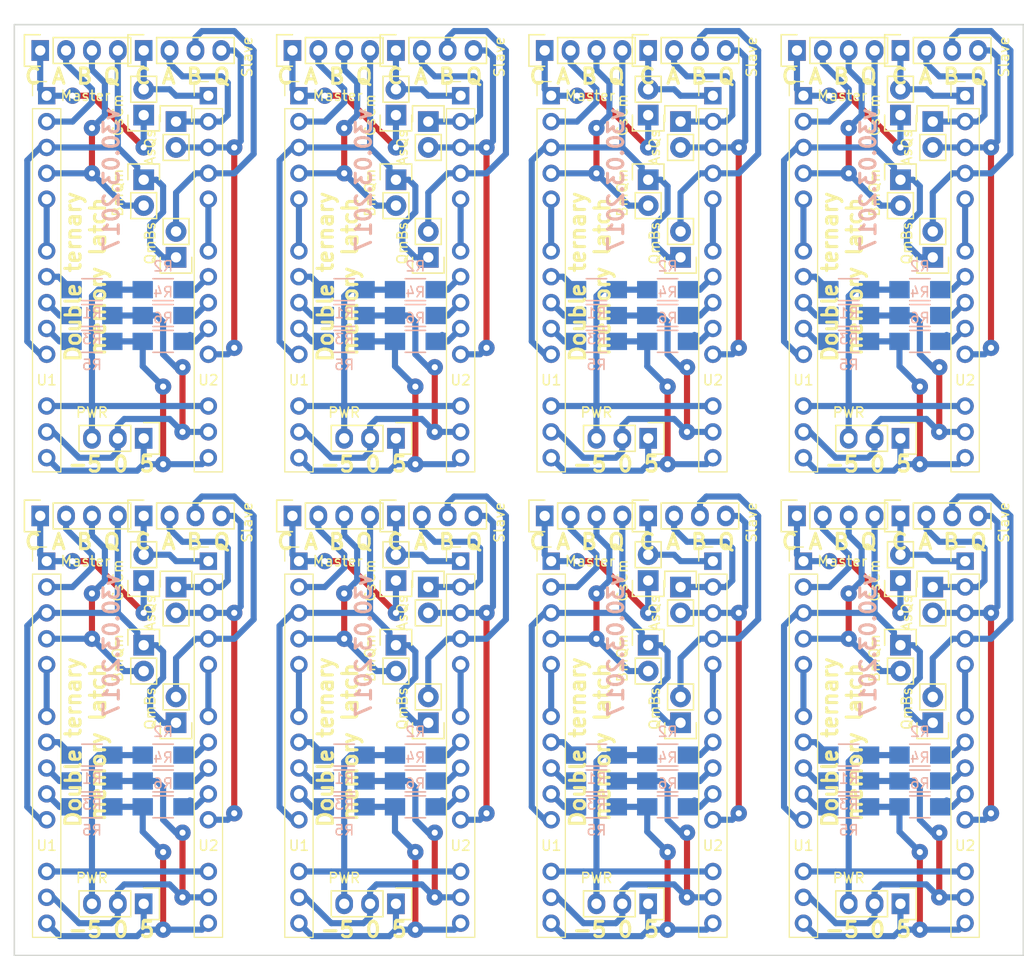
<source format=kicad_pcb>
(kicad_pcb (version 4) (host pcbnew 4.0.5+dfsg1-4)
  (layers (0 F.Cu signal) (31 B.Cu signal) (34 B.Paste user) (35 F.Paste user) (36 B.SilkS user) (37 F.SilkS user) (38 B.Mask user) (39 F.Mask user) (44 Edge.Cuts user))
  (net 0 "")
  (net 1 /Qm)
  (net 2 /Bs)
  (net 3 /As)
  (net 4 /Qs)
  (net 5 /Cm)
  (net 6 /Am)
  (net 7 /Bm)
  (net 8 /Cs)
  (net 9 +5V)
  (net 10 GNDREF)
  (net 11 -5V)
  (net 12 "Net-(R1-Pad1)")
  (net 13 "Net-(R2-Pad1)")
  (net 14 "Net-(R3-Pad1)")
  (net 15 "Net-(R4-Pad1)")
  (net 16 "Net-(R5-Pad1)")
  (net 17 "Net-(R6-Pad1)")
  (net 18 "Net-(U1-Pad5)")
  (net 19 "Net-(U2-Pad5)")
  (module Pin_Headers:Pin_Header_Straight_1x02 (layer F.Cu) (at 182.88 85.09 180)
    (fp_text reference CsCm (at 2.54 0 270) (layer F.SilkS))
    (fp_text value Jumper_NO_Small)
    (pad 1 thru_hole rect (at 0 0 180) (size 2.032 2.032) (drill 1.016) (layers *.Cu *.Mask) (net 5 /Cm))
    (pad 2 thru_hole oval (at 0 2.54 180) (size 2.032 2.032) (drill 1.016) (layers *.Cu *.Mask) (net 8 /Cs))
  )
  (module Resistors_SMD:R_1206_HandSoldering (layer B.Cu) (at 184.785 107.315 180)
    (fp_text reference R6 (at 0 2.3 180) (layer B.SilkS) (effects (justify mirror)))
    (fp_text value 150)
    (pad 1 smd rect (at -2 0 180) (size 2 1.7) (layers B.Cu B.Paste B.Mask) (net 17 "Net-(R6-Pad1)"))
    (pad 2 smd rect (at 2 0 180) (size 2 1.7) (layers B.Cu B.Paste B.Mask) (net 9 +5V))
  )
  (module Resistors_SMD:R_1206_HandSoldering (layer B.Cu) (at 177.8 107.315)
    (fp_text reference R5 (at 0 2.3) (layer B.SilkS) (effects (justify mirror)))
    (fp_text value 150)
    (pad 1 smd rect (at -2 0) (size 2 1.7) (layers B.Cu B.Paste B.Mask) (net 16 "Net-(R5-Pad1)"))
    (pad 2 smd rect (at 2 0) (size 2 1.7) (layers B.Cu B.Paste B.Mask) (net 9 +5V))
  )
  (module Resistors_SMD:R_1206_HandSoldering (layer B.Cu) (at 184.785 104.775 180)
    (fp_text reference R4 (at 0 2.3 180) (layer B.SilkS) (effects (justify mirror)))
    (fp_text value 150)
    (pad 1 smd rect (at -2 0 180) (size 2 1.7) (layers B.Cu B.Paste B.Mask) (net 15 "Net-(R4-Pad1)"))
    (pad 2 smd rect (at 2 0 180) (size 2 1.7) (layers B.Cu B.Paste B.Mask) (net 10 GNDREF))
  )
  (module Resistors_SMD:R_1206_HandSoldering (layer B.Cu) (at 177.8 104.775)
    (fp_text reference R3 (at 0 2.3) (layer B.SilkS) (effects (justify mirror)))
    (fp_text value 150)
    (pad 1 smd rect (at -2 0) (size 2 1.7) (layers B.Cu B.Paste B.Mask) (net 14 "Net-(R3-Pad1)"))
    (pad 2 smd rect (at 2 0) (size 2 1.7) (layers B.Cu B.Paste B.Mask) (net 10 GNDREF))
  )
  (module Resistors_SMD:R_1206_HandSoldering (layer B.Cu) (at 184.785 102.235 180)
    (fp_text reference R2 (at 0 2.3 180) (layer B.SilkS) (effects (justify mirror)))
    (fp_text value 150)
    (pad 1 smd rect (at -2 0 180) (size 2 1.7) (layers B.Cu B.Paste B.Mask) (net 13 "Net-(R2-Pad1)"))
    (pad 2 smd rect (at 2 0 180) (size 2 1.7) (layers B.Cu B.Paste B.Mask) (net 11 -5V))
  )
  (module Resistors_SMD:R_1206_HandSoldering (layer B.Cu) (at 177.8 102.235)
    (fp_text reference R1 (at 0 2.3) (layer B.SilkS) (effects (justify mirror)))
    (fp_text value 150)
    (pad 1 smd rect (at -2 0) (size 2 1.7) (layers B.Cu B.Paste B.Mask) (net 12 "Net-(R1-Pad1)"))
    (pad 2 smd rect (at 2 0) (size 2 1.7) (layers B.Cu B.Paste B.Mask) (net 11 -5V))
  )
  (module Pin_Headers:Pin_Header_Straight_1x04 (layer F.Cu) (at 182.88 78.74 90)
    (fp_text reference Slave (at -0.635 10.16 270) (layer F.SilkS))
    (fp_text value CONN_01X04)
    (pad 1 thru_hole rect (at 0 0 90) (size 2.032 1.7272) (drill 1.016) (layers *.Cu *.Mask) (net 8 /Cs))
    (pad 2 thru_hole oval (at 0 2.54 90) (size 2.032 1.7272) (drill 1.016) (layers *.Cu *.Mask) (net 3 /As))
    (pad 3 thru_hole oval (at 0 5.08 90) (size 2.032 1.7272) (drill 1.016) (layers *.Cu *.Mask) (net 2 /Bs))
    (pad 4 thru_hole oval (at 0 7.62 90) (size 2.032 1.7272) (drill 1.016) (layers *.Cu *.Mask) (net 4 /Qs))
  )
  (module Pin_Headers:Pin_Header_Straight_1x04 (layer F.Cu) (at 172.72 78.74 90)
    (fp_text reference Master (at -4.445 4.445 180) (layer F.SilkS))
    (fp_text value CONN_01X04)
    (pad 1 thru_hole rect (at 0 0 90) (size 2.032 1.7272) (drill 1.016) (layers *.Cu *.Mask) (net 5 /Cm))
    (pad 2 thru_hole oval (at 0 2.54 90) (size 2.032 1.7272) (drill 1.016) (layers *.Cu *.Mask) (net 6 /Am))
    (pad 3 thru_hole oval (at 0 5.08 90) (size 2.032 1.7272) (drill 1.016) (layers *.Cu *.Mask) (net 7 /Bm))
    (pad 4 thru_hole oval (at 0 7.62 90) (size 2.032 1.7272) (drill 1.016) (layers *.Cu *.Mask) (net 1 /Qm))
  )
  (module Pin_Headers:Pin_Header_Straight_1x02 (layer F.Cu) (at 182.88 91.44)
    (fp_text reference BmQm (at -2.54 1.27 90) (layer F.SilkS))
    (fp_text value Jumper_NO_Small)
    (pad 1 thru_hole rect (at 0 0) (size 2.032 2.032) (drill 1.016) (layers *.Cu *.Mask) (net 1 /Qm))
    (pad 2 thru_hole oval (at 0 2.54) (size 2.032 2.032) (drill 1.016) (layers *.Cu *.Mask) (net 7 /Bm))
  )
  (module Pin_Headers:Pin_Header_Straight_1x02 (layer F.Cu) (at 186.055 85.725)
    (fp_text reference AsQs (at -2.54 2.54 90) (layer F.SilkS))
    (fp_text value Jumper_NO_Small)
    (pad 1 thru_hole rect (at 0 0) (size 2.032 2.032) (drill 1.016) (layers *.Cu *.Mask) (net 3 /As))
    (pad 2 thru_hole oval (at 0 2.54) (size 2.032 2.032) (drill 1.016) (layers *.Cu *.Mask) (net 4 /Qs))
  )
  (module Pin_Headers:Pin_Header_Straight_1x02 (layer F.Cu) (at 186.055 99.06 180)
    (fp_text reference QmBs (at 2.54 1.397 270) (layer F.SilkS))
    (fp_text value Jumper_NO_Small)
    (pad 1 thru_hole rect (at 0 0 180) (size 2.032 2.032) (drill 1.016) (layers *.Cu *.Mask) (net 1 /Qm))
    (pad 2 thru_hole oval (at 0 2.54 180) (size 2.032 2.032) (drill 1.016) (layers *.Cu *.Mask) (net 2 /Bs))
  )
  (module trimux:trimux1x15_2.54 (layer F.Cu) (at 173.355 83.185)
    (fp_text reference U1 (at 0 27.94) (layer F.SilkS))
    (fp_text value trimux)
    (pad 1 thru_hole rect (at 0 0) (size 1.7 1.7) (drill 1) (layers *.Cu *.Mask) (net 5 /Cm))
    (pad 2 thru_hole oval (at 0 2.54) (size 1.7 1.7) (drill 1) (layers *.Cu *.Mask) (net 6 /Am))
    (pad 3 thru_hole oval (at 0 5.08) (size 1.7 1.7) (drill 1) (layers *.Cu *.Mask) (net 1 /Qm))
    (pad 4 thru_hole oval (at 0 7.62) (size 1.7 1.7) (drill 1) (layers *.Cu *.Mask) (net 7 /Bm))
    (pad 5 thru_hole oval (at 0 10.16) (size 1.7 1.7) (drill 1) (layers *.Cu *.Mask) (net 18 "Net-(U1-Pad5)"))
    (pad 7 thru_hole oval (at 0 15.24) (size 1.7 1.7) (drill 1) (layers *.Cu *.Mask) (net 18 "Net-(U1-Pad5)"))
    (pad 8 thru_hole oval (at 0 17.78) (size 1.7 1.7) (drill 1) (layers *.Cu *.Mask) (net 12 "Net-(R1-Pad1)"))
    (pad 9 thru_hole oval (at 0 20.32) (size 1.7 1.7) (drill 1) (layers *.Cu *.Mask) (net 14 "Net-(R3-Pad1)"))
    (pad 10 thru_hole oval (at 0 22.86) (size 1.7 1.7) (drill 1) (layers *.Cu *.Mask) (net 16 "Net-(R5-Pad1)"))
    (pad 11 thru_hole oval (at 0 25.4) (size 1.7 1.7) (drill 1) (layers *.Cu *.Mask) (net 1 /Qm))
    (pad 13 thru_hole oval (at 0 30.48) (size 1.7 1.7) (drill 1) (layers *.Cu *.Mask) (net 11 -5V))
    (pad 14 thru_hole oval (at 0 33.02) (size 1.7 1.7) (drill 1) (layers *.Cu *.Mask) (net 10 GNDREF))
    (pad 15 thru_hole oval (at 0 35.56) (size 1.7 1.7) (drill 1) (layers *.Cu *.Mask) (net 9 +5V))
  )
  (module trimux:trimux1x15_2.54 (layer F.Cu) (at 189.23 83.185)
    (fp_text reference U2 (at 0 27.94) (layer F.SilkS))
    (fp_text value trimux)
    (pad 1 thru_hole rect (at 0 0) (size 1.7 1.7) (drill 1) (layers *.Cu *.Mask) (net 8 /Cs))
    (pad 2 thru_hole oval (at 0 2.54) (size 1.7 1.7) (drill 1) (layers *.Cu *.Mask) (net 3 /As))
    (pad 3 thru_hole oval (at 0 5.08) (size 1.7 1.7) (drill 1) (layers *.Cu *.Mask) (net 4 /Qs))
    (pad 4 thru_hole oval (at 0 7.62) (size 1.7 1.7) (drill 1) (layers *.Cu *.Mask) (net 2 /Bs))
    (pad 5 thru_hole oval (at 0 10.16) (size 1.7 1.7) (drill 1) (layers *.Cu *.Mask) (net 19 "Net-(U2-Pad5)"))
    (pad 7 thru_hole oval (at 0 15.24) (size 1.7 1.7) (drill 1) (layers *.Cu *.Mask) (net 19 "Net-(U2-Pad5)"))
    (pad 8 thru_hole oval (at 0 17.78) (size 1.7 1.7) (drill 1) (layers *.Cu *.Mask) (net 13 "Net-(R2-Pad1)"))
    (pad 9 thru_hole oval (at 0 20.32) (size 1.7 1.7) (drill 1) (layers *.Cu *.Mask) (net 15 "Net-(R4-Pad1)"))
    (pad 10 thru_hole oval (at 0 22.86) (size 1.7 1.7) (drill 1) (layers *.Cu *.Mask) (net 17 "Net-(R6-Pad1)"))
    (pad 11 thru_hole oval (at 0 25.4) (size 1.7 1.7) (drill 1) (layers *.Cu *.Mask) (net 4 /Qs))
    (pad 13 thru_hole oval (at 0 30.48) (size 1.7 1.7) (drill 1) (layers *.Cu *.Mask) (net 11 -5V))
    (pad 14 thru_hole oval (at 0 33.02) (size 1.7 1.7) (drill 1) (layers *.Cu *.Mask) (net 10 GNDREF))
    (pad 15 thru_hole oval (at 0 35.56) (size 1.7 1.7) (drill 1) (layers *.Cu *.Mask) (net 9 +5V))
  )
  (module Pin_Headers:Pin_Header_Straight_1x03 (layer F.Cu) (at 182.88 116.84 270)
    (fp_text reference PWR (at -2.54 5.08 540) (layer F.SilkS))
    (fp_text value CONN_01X03)
    (pad 1 thru_hole rect (at 0 0 270) (size 2.032 1.7272) (drill 1.016) (layers *.Cu *.Mask) (net 9 +5V))
    (pad 2 thru_hole oval (at 0 2.54 270) (size 2.032 1.7272) (drill 1.016) (layers *.Cu *.Mask) (net 10 GNDREF))
    (pad 3 thru_hole oval (at 0 5.08 270) (size 2.032 1.7272) (drill 1.016) (layers *.Cu *.Mask) (net 11 -5V))
  )
  (module Pin_Headers:Pin_Header_Straight_1x03 (layer F.Cu) (at 207.645 116.84 270)
    (fp_text reference PWR (at -2.54 5.08 540) (layer F.SilkS))
    (fp_text value CONN_01X03)
    (pad 1 thru_hole rect (at 0 0 270) (size 2.032 1.7272) (drill 1.016) (layers *.Cu *.Mask) (net 9 +5V))
    (pad 2 thru_hole oval (at 0 2.54 270) (size 2.032 1.7272) (drill 1.016) (layers *.Cu *.Mask) (net 10 GNDREF))
    (pad 3 thru_hole oval (at 0 5.08 270) (size 2.032 1.7272) (drill 1.016) (layers *.Cu *.Mask) (net 11 -5V))
  )
  (module trimux:trimux1x15_2.54 (layer F.Cu) (at 213.995 83.185)
    (fp_text reference U2 (at 0 27.94) (layer F.SilkS))
    (fp_text value trimux)
    (pad 1 thru_hole rect (at 0 0) (size 1.7 1.7) (drill 1) (layers *.Cu *.Mask) (net 8 /Cs))
    (pad 2 thru_hole oval (at 0 2.54) (size 1.7 1.7) (drill 1) (layers *.Cu *.Mask) (net 3 /As))
    (pad 3 thru_hole oval (at 0 5.08) (size 1.7 1.7) (drill 1) (layers *.Cu *.Mask) (net 4 /Qs))
    (pad 4 thru_hole oval (at 0 7.62) (size 1.7 1.7) (drill 1) (layers *.Cu *.Mask) (net 2 /Bs))
    (pad 5 thru_hole oval (at 0 10.16) (size 1.7 1.7) (drill 1) (layers *.Cu *.Mask) (net 19 "Net-(U2-Pad5)"))
    (pad 7 thru_hole oval (at 0 15.24) (size 1.7 1.7) (drill 1) (layers *.Cu *.Mask) (net 19 "Net-(U2-Pad5)"))
    (pad 8 thru_hole oval (at 0 17.78) (size 1.7 1.7) (drill 1) (layers *.Cu *.Mask) (net 13 "Net-(R2-Pad1)"))
    (pad 9 thru_hole oval (at 0 20.32) (size 1.7 1.7) (drill 1) (layers *.Cu *.Mask) (net 15 "Net-(R4-Pad1)"))
    (pad 10 thru_hole oval (at 0 22.86) (size 1.7 1.7) (drill 1) (layers *.Cu *.Mask) (net 17 "Net-(R6-Pad1)"))
    (pad 11 thru_hole oval (at 0 25.4) (size 1.7 1.7) (drill 1) (layers *.Cu *.Mask) (net 4 /Qs))
    (pad 13 thru_hole oval (at 0 30.48) (size 1.7 1.7) (drill 1) (layers *.Cu *.Mask) (net 11 -5V))
    (pad 14 thru_hole oval (at 0 33.02) (size 1.7 1.7) (drill 1) (layers *.Cu *.Mask) (net 10 GNDREF))
    (pad 15 thru_hole oval (at 0 35.56) (size 1.7 1.7) (drill 1) (layers *.Cu *.Mask) (net 9 +5V))
  )
  (module trimux:trimux1x15_2.54 (layer F.Cu) (at 198.12 83.185)
    (fp_text reference U1 (at 0 27.94) (layer F.SilkS))
    (fp_text value trimux)
    (pad 1 thru_hole rect (at 0 0) (size 1.7 1.7) (drill 1) (layers *.Cu *.Mask) (net 5 /Cm))
    (pad 2 thru_hole oval (at 0 2.54) (size 1.7 1.7) (drill 1) (layers *.Cu *.Mask) (net 6 /Am))
    (pad 3 thru_hole oval (at 0 5.08) (size 1.7 1.7) (drill 1) (layers *.Cu *.Mask) (net 1 /Qm))
    (pad 4 thru_hole oval (at 0 7.62) (size 1.7 1.7) (drill 1) (layers *.Cu *.Mask) (net 7 /Bm))
    (pad 5 thru_hole oval (at 0 10.16) (size 1.7 1.7) (drill 1) (layers *.Cu *.Mask) (net 18 "Net-(U1-Pad5)"))
    (pad 7 thru_hole oval (at 0 15.24) (size 1.7 1.7) (drill 1) (layers *.Cu *.Mask) (net 18 "Net-(U1-Pad5)"))
    (pad 8 thru_hole oval (at 0 17.78) (size 1.7 1.7) (drill 1) (layers *.Cu *.Mask) (net 12 "Net-(R1-Pad1)"))
    (pad 9 thru_hole oval (at 0 20.32) (size 1.7 1.7) (drill 1) (layers *.Cu *.Mask) (net 14 "Net-(R3-Pad1)"))
    (pad 10 thru_hole oval (at 0 22.86) (size 1.7 1.7) (drill 1) (layers *.Cu *.Mask) (net 16 "Net-(R5-Pad1)"))
    (pad 11 thru_hole oval (at 0 25.4) (size 1.7 1.7) (drill 1) (layers *.Cu *.Mask) (net 1 /Qm))
    (pad 13 thru_hole oval (at 0 30.48) (size 1.7 1.7) (drill 1) (layers *.Cu *.Mask) (net 11 -5V))
    (pad 14 thru_hole oval (at 0 33.02) (size 1.7 1.7) (drill 1) (layers *.Cu *.Mask) (net 10 GNDREF))
    (pad 15 thru_hole oval (at 0 35.56) (size 1.7 1.7) (drill 1) (layers *.Cu *.Mask) (net 9 +5V))
  )
  (module Pin_Headers:Pin_Header_Straight_1x02 (layer F.Cu) (at 210.82 99.06 180)
    (fp_text reference QmBs (at 2.54 1.397 270) (layer F.SilkS))
    (fp_text value Jumper_NO_Small)
    (pad 1 thru_hole rect (at 0 0 180) (size 2.032 2.032) (drill 1.016) (layers *.Cu *.Mask) (net 1 /Qm))
    (pad 2 thru_hole oval (at 0 2.54 180) (size 2.032 2.032) (drill 1.016) (layers *.Cu *.Mask) (net 2 /Bs))
  )
  (module Pin_Headers:Pin_Header_Straight_1x02 (layer F.Cu) (at 210.82 85.725)
    (fp_text reference AsQs (at -2.54 2.54 90) (layer F.SilkS))
    (fp_text value Jumper_NO_Small)
    (pad 1 thru_hole rect (at 0 0) (size 2.032 2.032) (drill 1.016) (layers *.Cu *.Mask) (net 3 /As))
    (pad 2 thru_hole oval (at 0 2.54) (size 2.032 2.032) (drill 1.016) (layers *.Cu *.Mask) (net 4 /Qs))
  )
  (module Pin_Headers:Pin_Header_Straight_1x02 (layer F.Cu) (at 207.645 91.44)
    (fp_text reference BmQm (at -2.54 1.27 90) (layer F.SilkS))
    (fp_text value Jumper_NO_Small)
    (pad 1 thru_hole rect (at 0 0) (size 2.032 2.032) (drill 1.016) (layers *.Cu *.Mask) (net 1 /Qm))
    (pad 2 thru_hole oval (at 0 2.54) (size 2.032 2.032) (drill 1.016) (layers *.Cu *.Mask) (net 7 /Bm))
  )
  (module Pin_Headers:Pin_Header_Straight_1x04 (layer F.Cu) (at 197.485 78.74 90)
    (fp_text reference Master (at -4.445 4.445 180) (layer F.SilkS))
    (fp_text value CONN_01X04)
    (pad 1 thru_hole rect (at 0 0 90) (size 2.032 1.7272) (drill 1.016) (layers *.Cu *.Mask) (net 5 /Cm))
    (pad 2 thru_hole oval (at 0 2.54 90) (size 2.032 1.7272) (drill 1.016) (layers *.Cu *.Mask) (net 6 /Am))
    (pad 3 thru_hole oval (at 0 5.08 90) (size 2.032 1.7272) (drill 1.016) (layers *.Cu *.Mask) (net 7 /Bm))
    (pad 4 thru_hole oval (at 0 7.62 90) (size 2.032 1.7272) (drill 1.016) (layers *.Cu *.Mask) (net 1 /Qm))
  )
  (module Pin_Headers:Pin_Header_Straight_1x04 (layer F.Cu) (at 207.645 78.74 90)
    (fp_text reference Slave (at -0.635 10.16 270) (layer F.SilkS))
    (fp_text value CONN_01X04)
    (pad 1 thru_hole rect (at 0 0 90) (size 2.032 1.7272) (drill 1.016) (layers *.Cu *.Mask) (net 8 /Cs))
    (pad 2 thru_hole oval (at 0 2.54 90) (size 2.032 1.7272) (drill 1.016) (layers *.Cu *.Mask) (net 3 /As))
    (pad 3 thru_hole oval (at 0 5.08 90) (size 2.032 1.7272) (drill 1.016) (layers *.Cu *.Mask) (net 2 /Bs))
    (pad 4 thru_hole oval (at 0 7.62 90) (size 2.032 1.7272) (drill 1.016) (layers *.Cu *.Mask) (net 4 /Qs))
  )
  (module Resistors_SMD:R_1206_HandSoldering (layer B.Cu) (at 202.565 102.235)
    (fp_text reference R1 (at 0 2.3) (layer B.SilkS) (effects (justify mirror)))
    (fp_text value 150)
    (pad 1 smd rect (at -2 0) (size 2 1.7) (layers B.Cu B.Paste B.Mask) (net 12 "Net-(R1-Pad1)"))
    (pad 2 smd rect (at 2 0) (size 2 1.7) (layers B.Cu B.Paste B.Mask) (net 11 -5V))
  )
  (module Resistors_SMD:R_1206_HandSoldering (layer B.Cu) (at 209.55 102.235 180)
    (fp_text reference R2 (at 0 2.3 180) (layer B.SilkS) (effects (justify mirror)))
    (fp_text value 150)
    (pad 1 smd rect (at -2 0 180) (size 2 1.7) (layers B.Cu B.Paste B.Mask) (net 13 "Net-(R2-Pad1)"))
    (pad 2 smd rect (at 2 0 180) (size 2 1.7) (layers B.Cu B.Paste B.Mask) (net 11 -5V))
  )
  (module Resistors_SMD:R_1206_HandSoldering (layer B.Cu) (at 202.565 104.775)
    (fp_text reference R3 (at 0 2.3) (layer B.SilkS) (effects (justify mirror)))
    (fp_text value 150)
    (pad 1 smd rect (at -2 0) (size 2 1.7) (layers B.Cu B.Paste B.Mask) (net 14 "Net-(R3-Pad1)"))
    (pad 2 smd rect (at 2 0) (size 2 1.7) (layers B.Cu B.Paste B.Mask) (net 10 GNDREF))
  )
  (module Resistors_SMD:R_1206_HandSoldering (layer B.Cu) (at 209.55 104.775 180)
    (fp_text reference R4 (at 0 2.3 180) (layer B.SilkS) (effects (justify mirror)))
    (fp_text value 150)
    (pad 1 smd rect (at -2 0 180) (size 2 1.7) (layers B.Cu B.Paste B.Mask) (net 15 "Net-(R4-Pad1)"))
    (pad 2 smd rect (at 2 0 180) (size 2 1.7) (layers B.Cu B.Paste B.Mask) (net 10 GNDREF))
  )
  (module Resistors_SMD:R_1206_HandSoldering (layer B.Cu) (at 202.565 107.315)
    (fp_text reference R5 (at 0 2.3) (layer B.SilkS) (effects (justify mirror)))
    (fp_text value 150)
    (pad 1 smd rect (at -2 0) (size 2 1.7) (layers B.Cu B.Paste B.Mask) (net 16 "Net-(R5-Pad1)"))
    (pad 2 smd rect (at 2 0) (size 2 1.7) (layers B.Cu B.Paste B.Mask) (net 9 +5V))
  )
  (module Resistors_SMD:R_1206_HandSoldering (layer B.Cu) (at 209.55 107.315 180)
    (fp_text reference R6 (at 0 2.3 180) (layer B.SilkS) (effects (justify mirror)))
    (fp_text value 150)
    (pad 1 smd rect (at -2 0 180) (size 2 1.7) (layers B.Cu B.Paste B.Mask) (net 17 "Net-(R6-Pad1)"))
    (pad 2 smd rect (at 2 0 180) (size 2 1.7) (layers B.Cu B.Paste B.Mask) (net 9 +5V))
  )
  (module Pin_Headers:Pin_Header_Straight_1x02 (layer F.Cu) (at 207.645 85.09 180)
    (fp_text reference CsCm (at 2.54 0 270) (layer F.SilkS))
    (fp_text value Jumper_NO_Small)
    (pad 1 thru_hole rect (at 0 0 180) (size 2.032 2.032) (drill 1.016) (layers *.Cu *.Mask) (net 5 /Cm))
    (pad 2 thru_hole oval (at 0 2.54 180) (size 2.032 2.032) (drill 1.016) (layers *.Cu *.Mask) (net 8 /Cs))
  )
  (module Pin_Headers:Pin_Header_Straight_1x02 (layer F.Cu) (at 257.175 85.09 180)
    (fp_text reference CsCm (at 2.54 0 270) (layer F.SilkS))
    (fp_text value Jumper_NO_Small)
    (pad 1 thru_hole rect (at 0 0 180) (size 2.032 2.032) (drill 1.016) (layers *.Cu *.Mask) (net 5 /Cm))
    (pad 2 thru_hole oval (at 0 2.54 180) (size 2.032 2.032) (drill 1.016) (layers *.Cu *.Mask) (net 8 /Cs))
  )
  (module Resistors_SMD:R_1206_HandSoldering (layer B.Cu) (at 259.08 107.315 180)
    (fp_text reference R6 (at 0 2.3 180) (layer B.SilkS) (effects (justify mirror)))
    (fp_text value 150)
    (pad 1 smd rect (at -2 0 180) (size 2 1.7) (layers B.Cu B.Paste B.Mask) (net 17 "Net-(R6-Pad1)"))
    (pad 2 smd rect (at 2 0 180) (size 2 1.7) (layers B.Cu B.Paste B.Mask) (net 9 +5V))
  )
  (module Resistors_SMD:R_1206_HandSoldering (layer B.Cu) (at 252.095 107.315)
    (fp_text reference R5 (at 0 2.3) (layer B.SilkS) (effects (justify mirror)))
    (fp_text value 150)
    (pad 1 smd rect (at -2 0) (size 2 1.7) (layers B.Cu B.Paste B.Mask) (net 16 "Net-(R5-Pad1)"))
    (pad 2 smd rect (at 2 0) (size 2 1.7) (layers B.Cu B.Paste B.Mask) (net 9 +5V))
  )
  (module Resistors_SMD:R_1206_HandSoldering (layer B.Cu) (at 259.08 104.775 180)
    (fp_text reference R4 (at 0 2.3 180) (layer B.SilkS) (effects (justify mirror)))
    (fp_text value 150)
    (pad 1 smd rect (at -2 0 180) (size 2 1.7) (layers B.Cu B.Paste B.Mask) (net 15 "Net-(R4-Pad1)"))
    (pad 2 smd rect (at 2 0 180) (size 2 1.7) (layers B.Cu B.Paste B.Mask) (net 10 GNDREF))
  )
  (module Resistors_SMD:R_1206_HandSoldering (layer B.Cu) (at 252.095 104.775)
    (fp_text reference R3 (at 0 2.3) (layer B.SilkS) (effects (justify mirror)))
    (fp_text value 150)
    (pad 1 smd rect (at -2 0) (size 2 1.7) (layers B.Cu B.Paste B.Mask) (net 14 "Net-(R3-Pad1)"))
    (pad 2 smd rect (at 2 0) (size 2 1.7) (layers B.Cu B.Paste B.Mask) (net 10 GNDREF))
  )
  (module Resistors_SMD:R_1206_HandSoldering (layer B.Cu) (at 259.08 102.235 180)
    (fp_text reference R2 (at 0 2.3 180) (layer B.SilkS) (effects (justify mirror)))
    (fp_text value 150)
    (pad 1 smd rect (at -2 0 180) (size 2 1.7) (layers B.Cu B.Paste B.Mask) (net 13 "Net-(R2-Pad1)"))
    (pad 2 smd rect (at 2 0 180) (size 2 1.7) (layers B.Cu B.Paste B.Mask) (net 11 -5V))
  )
  (module Resistors_SMD:R_1206_HandSoldering (layer B.Cu) (at 252.095 102.235)
    (fp_text reference R1 (at 0 2.3) (layer B.SilkS) (effects (justify mirror)))
    (fp_text value 150)
    (pad 1 smd rect (at -2 0) (size 2 1.7) (layers B.Cu B.Paste B.Mask) (net 12 "Net-(R1-Pad1)"))
    (pad 2 smd rect (at 2 0) (size 2 1.7) (layers B.Cu B.Paste B.Mask) (net 11 -5V))
  )
  (module Pin_Headers:Pin_Header_Straight_1x04 (layer F.Cu) (at 257.175 78.74 90)
    (fp_text reference Slave (at -0.635 10.16 270) (layer F.SilkS))
    (fp_text value CONN_01X04)
    (pad 1 thru_hole rect (at 0 0 90) (size 2.032 1.7272) (drill 1.016) (layers *.Cu *.Mask) (net 8 /Cs))
    (pad 2 thru_hole oval (at 0 2.54 90) (size 2.032 1.7272) (drill 1.016) (layers *.Cu *.Mask) (net 3 /As))
    (pad 3 thru_hole oval (at 0 5.08 90) (size 2.032 1.7272) (drill 1.016) (layers *.Cu *.Mask) (net 2 /Bs))
    (pad 4 thru_hole oval (at 0 7.62 90) (size 2.032 1.7272) (drill 1.016) (layers *.Cu *.Mask) (net 4 /Qs))
  )
  (module Pin_Headers:Pin_Header_Straight_1x04 (layer F.Cu) (at 247.015 78.74 90)
    (fp_text reference Master (at -4.445 4.445 180) (layer F.SilkS))
    (fp_text value CONN_01X04)
    (pad 1 thru_hole rect (at 0 0 90) (size 2.032 1.7272) (drill 1.016) (layers *.Cu *.Mask) (net 5 /Cm))
    (pad 2 thru_hole oval (at 0 2.54 90) (size 2.032 1.7272) (drill 1.016) (layers *.Cu *.Mask) (net 6 /Am))
    (pad 3 thru_hole oval (at 0 5.08 90) (size 2.032 1.7272) (drill 1.016) (layers *.Cu *.Mask) (net 7 /Bm))
    (pad 4 thru_hole oval (at 0 7.62 90) (size 2.032 1.7272) (drill 1.016) (layers *.Cu *.Mask) (net 1 /Qm))
  )
  (module Pin_Headers:Pin_Header_Straight_1x02 (layer F.Cu) (at 257.175 91.44)
    (fp_text reference BmQm (at -2.54 1.27 90) (layer F.SilkS))
    (fp_text value Jumper_NO_Small)
    (pad 1 thru_hole rect (at 0 0) (size 2.032 2.032) (drill 1.016) (layers *.Cu *.Mask) (net 1 /Qm))
    (pad 2 thru_hole oval (at 0 2.54) (size 2.032 2.032) (drill 1.016) (layers *.Cu *.Mask) (net 7 /Bm))
  )
  (module Pin_Headers:Pin_Header_Straight_1x02 (layer F.Cu) (at 260.35 85.725)
    (fp_text reference AsQs (at -2.54 2.54 90) (layer F.SilkS))
    (fp_text value Jumper_NO_Small)
    (pad 1 thru_hole rect (at 0 0) (size 2.032 2.032) (drill 1.016) (layers *.Cu *.Mask) (net 3 /As))
    (pad 2 thru_hole oval (at 0 2.54) (size 2.032 2.032) (drill 1.016) (layers *.Cu *.Mask) (net 4 /Qs))
  )
  (module Pin_Headers:Pin_Header_Straight_1x02 (layer F.Cu) (at 260.35 99.06 180)
    (fp_text reference QmBs (at 2.54 1.397 270) (layer F.SilkS))
    (fp_text value Jumper_NO_Small)
    (pad 1 thru_hole rect (at 0 0 180) (size 2.032 2.032) (drill 1.016) (layers *.Cu *.Mask) (net 1 /Qm))
    (pad 2 thru_hole oval (at 0 2.54 180) (size 2.032 2.032) (drill 1.016) (layers *.Cu *.Mask) (net 2 /Bs))
  )
  (module trimux:trimux1x15_2.54 (layer F.Cu) (at 247.65 83.185)
    (fp_text reference U1 (at 0 27.94) (layer F.SilkS))
    (fp_text value trimux)
    (pad 1 thru_hole rect (at 0 0) (size 1.7 1.7) (drill 1) (layers *.Cu *.Mask) (net 5 /Cm))
    (pad 2 thru_hole oval (at 0 2.54) (size 1.7 1.7) (drill 1) (layers *.Cu *.Mask) (net 6 /Am))
    (pad 3 thru_hole oval (at 0 5.08) (size 1.7 1.7) (drill 1) (layers *.Cu *.Mask) (net 1 /Qm))
    (pad 4 thru_hole oval (at 0 7.62) (size 1.7 1.7) (drill 1) (layers *.Cu *.Mask) (net 7 /Bm))
    (pad 5 thru_hole oval (at 0 10.16) (size 1.7 1.7) (drill 1) (layers *.Cu *.Mask) (net 18 "Net-(U1-Pad5)"))
    (pad 7 thru_hole oval (at 0 15.24) (size 1.7 1.7) (drill 1) (layers *.Cu *.Mask) (net 18 "Net-(U1-Pad5)"))
    (pad 8 thru_hole oval (at 0 17.78) (size 1.7 1.7) (drill 1) (layers *.Cu *.Mask) (net 12 "Net-(R1-Pad1)"))
    (pad 9 thru_hole oval (at 0 20.32) (size 1.7 1.7) (drill 1) (layers *.Cu *.Mask) (net 14 "Net-(R3-Pad1)"))
    (pad 10 thru_hole oval (at 0 22.86) (size 1.7 1.7) (drill 1) (layers *.Cu *.Mask) (net 16 "Net-(R5-Pad1)"))
    (pad 11 thru_hole oval (at 0 25.4) (size 1.7 1.7) (drill 1) (layers *.Cu *.Mask) (net 1 /Qm))
    (pad 13 thru_hole oval (at 0 30.48) (size 1.7 1.7) (drill 1) (layers *.Cu *.Mask) (net 11 -5V))
    (pad 14 thru_hole oval (at 0 33.02) (size 1.7 1.7) (drill 1) (layers *.Cu *.Mask) (net 10 GNDREF))
    (pad 15 thru_hole oval (at 0 35.56) (size 1.7 1.7) (drill 1) (layers *.Cu *.Mask) (net 9 +5V))
  )
  (module trimux:trimux1x15_2.54 (layer F.Cu) (at 263.525 83.185)
    (fp_text reference U2 (at 0 27.94) (layer F.SilkS))
    (fp_text value trimux)
    (pad 1 thru_hole rect (at 0 0) (size 1.7 1.7) (drill 1) (layers *.Cu *.Mask) (net 8 /Cs))
    (pad 2 thru_hole oval (at 0 2.54) (size 1.7 1.7) (drill 1) (layers *.Cu *.Mask) (net 3 /As))
    (pad 3 thru_hole oval (at 0 5.08) (size 1.7 1.7) (drill 1) (layers *.Cu *.Mask) (net 4 /Qs))
    (pad 4 thru_hole oval (at 0 7.62) (size 1.7 1.7) (drill 1) (layers *.Cu *.Mask) (net 2 /Bs))
    (pad 5 thru_hole oval (at 0 10.16) (size 1.7 1.7) (drill 1) (layers *.Cu *.Mask) (net 19 "Net-(U2-Pad5)"))
    (pad 7 thru_hole oval (at 0 15.24) (size 1.7 1.7) (drill 1) (layers *.Cu *.Mask) (net 19 "Net-(U2-Pad5)"))
    (pad 8 thru_hole oval (at 0 17.78) (size 1.7 1.7) (drill 1) (layers *.Cu *.Mask) (net 13 "Net-(R2-Pad1)"))
    (pad 9 thru_hole oval (at 0 20.32) (size 1.7 1.7) (drill 1) (layers *.Cu *.Mask) (net 15 "Net-(R4-Pad1)"))
    (pad 10 thru_hole oval (at 0 22.86) (size 1.7 1.7) (drill 1) (layers *.Cu *.Mask) (net 17 "Net-(R6-Pad1)"))
    (pad 11 thru_hole oval (at 0 25.4) (size 1.7 1.7) (drill 1) (layers *.Cu *.Mask) (net 4 /Qs))
    (pad 13 thru_hole oval (at 0 30.48) (size 1.7 1.7) (drill 1) (layers *.Cu *.Mask) (net 11 -5V))
    (pad 14 thru_hole oval (at 0 33.02) (size 1.7 1.7) (drill 1) (layers *.Cu *.Mask) (net 10 GNDREF))
    (pad 15 thru_hole oval (at 0 35.56) (size 1.7 1.7) (drill 1) (layers *.Cu *.Mask) (net 9 +5V))
  )
  (module Pin_Headers:Pin_Header_Straight_1x03 (layer F.Cu) (at 257.175 116.84 270)
    (fp_text reference PWR (at -2.54 5.08 540) (layer F.SilkS))
    (fp_text value CONN_01X03)
    (pad 1 thru_hole rect (at 0 0 270) (size 2.032 1.7272) (drill 1.016) (layers *.Cu *.Mask) (net 9 +5V))
    (pad 2 thru_hole oval (at 0 2.54 270) (size 2.032 1.7272) (drill 1.016) (layers *.Cu *.Mask) (net 10 GNDREF))
    (pad 3 thru_hole oval (at 0 5.08 270) (size 2.032 1.7272) (drill 1.016) (layers *.Cu *.Mask) (net 11 -5V))
  )
  (module Pin_Headers:Pin_Header_Straight_1x03 (layer F.Cu) (at 232.41 116.84 270)
    (fp_text reference PWR (at -2.54 5.08 540) (layer F.SilkS))
    (fp_text value CONN_01X03)
    (pad 1 thru_hole rect (at 0 0 270) (size 2.032 1.7272) (drill 1.016) (layers *.Cu *.Mask) (net 9 +5V))
    (pad 2 thru_hole oval (at 0 2.54 270) (size 2.032 1.7272) (drill 1.016) (layers *.Cu *.Mask) (net 10 GNDREF))
    (pad 3 thru_hole oval (at 0 5.08 270) (size 2.032 1.7272) (drill 1.016) (layers *.Cu *.Mask) (net 11 -5V))
  )
  (module trimux:trimux1x15_2.54 (layer F.Cu) (at 238.76 83.185)
    (fp_text reference U2 (at 0 27.94) (layer F.SilkS))
    (fp_text value trimux)
    (pad 1 thru_hole rect (at 0 0) (size 1.7 1.7) (drill 1) (layers *.Cu *.Mask) (net 8 /Cs))
    (pad 2 thru_hole oval (at 0 2.54) (size 1.7 1.7) (drill 1) (layers *.Cu *.Mask) (net 3 /As))
    (pad 3 thru_hole oval (at 0 5.08) (size 1.7 1.7) (drill 1) (layers *.Cu *.Mask) (net 4 /Qs))
    (pad 4 thru_hole oval (at 0 7.62) (size 1.7 1.7) (drill 1) (layers *.Cu *.Mask) (net 2 /Bs))
    (pad 5 thru_hole oval (at 0 10.16) (size 1.7 1.7) (drill 1) (layers *.Cu *.Mask) (net 19 "Net-(U2-Pad5)"))
    (pad 7 thru_hole oval (at 0 15.24) (size 1.7 1.7) (drill 1) (layers *.Cu *.Mask) (net 19 "Net-(U2-Pad5)"))
    (pad 8 thru_hole oval (at 0 17.78) (size 1.7 1.7) (drill 1) (layers *.Cu *.Mask) (net 13 "Net-(R2-Pad1)"))
    (pad 9 thru_hole oval (at 0 20.32) (size 1.7 1.7) (drill 1) (layers *.Cu *.Mask) (net 15 "Net-(R4-Pad1)"))
    (pad 10 thru_hole oval (at 0 22.86) (size 1.7 1.7) (drill 1) (layers *.Cu *.Mask) (net 17 "Net-(R6-Pad1)"))
    (pad 11 thru_hole oval (at 0 25.4) (size 1.7 1.7) (drill 1) (layers *.Cu *.Mask) (net 4 /Qs))
    (pad 13 thru_hole oval (at 0 30.48) (size 1.7 1.7) (drill 1) (layers *.Cu *.Mask) (net 11 -5V))
    (pad 14 thru_hole oval (at 0 33.02) (size 1.7 1.7) (drill 1) (layers *.Cu *.Mask) (net 10 GNDREF))
    (pad 15 thru_hole oval (at 0 35.56) (size 1.7 1.7) (drill 1) (layers *.Cu *.Mask) (net 9 +5V))
  )
  (module trimux:trimux1x15_2.54 (layer F.Cu) (at 222.885 83.185)
    (fp_text reference U1 (at 0 27.94) (layer F.SilkS))
    (fp_text value trimux)
    (pad 1 thru_hole rect (at 0 0) (size 1.7 1.7) (drill 1) (layers *.Cu *.Mask) (net 5 /Cm))
    (pad 2 thru_hole oval (at 0 2.54) (size 1.7 1.7) (drill 1) (layers *.Cu *.Mask) (net 6 /Am))
    (pad 3 thru_hole oval (at 0 5.08) (size 1.7 1.7) (drill 1) (layers *.Cu *.Mask) (net 1 /Qm))
    (pad 4 thru_hole oval (at 0 7.62) (size 1.7 1.7) (drill 1) (layers *.Cu *.Mask) (net 7 /Bm))
    (pad 5 thru_hole oval (at 0 10.16) (size 1.7 1.7) (drill 1) (layers *.Cu *.Mask) (net 18 "Net-(U1-Pad5)"))
    (pad 7 thru_hole oval (at 0 15.24) (size 1.7 1.7) (drill 1) (layers *.Cu *.Mask) (net 18 "Net-(U1-Pad5)"))
    (pad 8 thru_hole oval (at 0 17.78) (size 1.7 1.7) (drill 1) (layers *.Cu *.Mask) (net 12 "Net-(R1-Pad1)"))
    (pad 9 thru_hole oval (at 0 20.32) (size 1.7 1.7) (drill 1) (layers *.Cu *.Mask) (net 14 "Net-(R3-Pad1)"))
    (pad 10 thru_hole oval (at 0 22.86) (size 1.7 1.7) (drill 1) (layers *.Cu *.Mask) (net 16 "Net-(R5-Pad1)"))
    (pad 11 thru_hole oval (at 0 25.4) (size 1.7 1.7) (drill 1) (layers *.Cu *.Mask) (net 1 /Qm))
    (pad 13 thru_hole oval (at 0 30.48) (size 1.7 1.7) (drill 1) (layers *.Cu *.Mask) (net 11 -5V))
    (pad 14 thru_hole oval (at 0 33.02) (size 1.7 1.7) (drill 1) (layers *.Cu *.Mask) (net 10 GNDREF))
    (pad 15 thru_hole oval (at 0 35.56) (size 1.7 1.7) (drill 1) (layers *.Cu *.Mask) (net 9 +5V))
  )
  (module Pin_Headers:Pin_Header_Straight_1x02 (layer F.Cu) (at 235.585 99.06 180)
    (fp_text reference QmBs (at 2.54 1.397 270) (layer F.SilkS))
    (fp_text value Jumper_NO_Small)
    (pad 1 thru_hole rect (at 0 0 180) (size 2.032 2.032) (drill 1.016) (layers *.Cu *.Mask) (net 1 /Qm))
    (pad 2 thru_hole oval (at 0 2.54 180) (size 2.032 2.032) (drill 1.016) (layers *.Cu *.Mask) (net 2 /Bs))
  )
  (module Pin_Headers:Pin_Header_Straight_1x02 (layer F.Cu) (at 235.585 85.725)
    (fp_text reference AsQs (at -2.54 2.54 90) (layer F.SilkS))
    (fp_text value Jumper_NO_Small)
    (pad 1 thru_hole rect (at 0 0) (size 2.032 2.032) (drill 1.016) (layers *.Cu *.Mask) (net 3 /As))
    (pad 2 thru_hole oval (at 0 2.54) (size 2.032 2.032) (drill 1.016) (layers *.Cu *.Mask) (net 4 /Qs))
  )
  (module Pin_Headers:Pin_Header_Straight_1x02 (layer F.Cu) (at 232.41 91.44)
    (fp_text reference BmQm (at -2.54 1.27 90) (layer F.SilkS))
    (fp_text value Jumper_NO_Small)
    (pad 1 thru_hole rect (at 0 0) (size 2.032 2.032) (drill 1.016) (layers *.Cu *.Mask) (net 1 /Qm))
    (pad 2 thru_hole oval (at 0 2.54) (size 2.032 2.032) (drill 1.016) (layers *.Cu *.Mask) (net 7 /Bm))
  )
  (module Pin_Headers:Pin_Header_Straight_1x04 (layer F.Cu) (at 222.25 78.74 90)
    (fp_text reference Master (at -4.445 4.445 180) (layer F.SilkS))
    (fp_text value CONN_01X04)
    (pad 1 thru_hole rect (at 0 0 90) (size 2.032 1.7272) (drill 1.016) (layers *.Cu *.Mask) (net 5 /Cm))
    (pad 2 thru_hole oval (at 0 2.54 90) (size 2.032 1.7272) (drill 1.016) (layers *.Cu *.Mask) (net 6 /Am))
    (pad 3 thru_hole oval (at 0 5.08 90) (size 2.032 1.7272) (drill 1.016) (layers *.Cu *.Mask) (net 7 /Bm))
    (pad 4 thru_hole oval (at 0 7.62 90) (size 2.032 1.7272) (drill 1.016) (layers *.Cu *.Mask) (net 1 /Qm))
  )
  (module Pin_Headers:Pin_Header_Straight_1x04 (layer F.Cu) (at 232.41 78.74 90)
    (fp_text reference Slave (at -0.635 10.16 270) (layer F.SilkS))
    (fp_text value CONN_01X04)
    (pad 1 thru_hole rect (at 0 0 90) (size 2.032 1.7272) (drill 1.016) (layers *.Cu *.Mask) (net 8 /Cs))
    (pad 2 thru_hole oval (at 0 2.54 90) (size 2.032 1.7272) (drill 1.016) (layers *.Cu *.Mask) (net 3 /As))
    (pad 3 thru_hole oval (at 0 5.08 90) (size 2.032 1.7272) (drill 1.016) (layers *.Cu *.Mask) (net 2 /Bs))
    (pad 4 thru_hole oval (at 0 7.62 90) (size 2.032 1.7272) (drill 1.016) (layers *.Cu *.Mask) (net 4 /Qs))
  )
  (module Resistors_SMD:R_1206_HandSoldering (layer B.Cu) (at 227.33 102.235)
    (fp_text reference R1 (at 0 2.3) (layer B.SilkS) (effects (justify mirror)))
    (fp_text value 150)
    (pad 1 smd rect (at -2 0) (size 2 1.7) (layers B.Cu B.Paste B.Mask) (net 12 "Net-(R1-Pad1)"))
    (pad 2 smd rect (at 2 0) (size 2 1.7) (layers B.Cu B.Paste B.Mask) (net 11 -5V))
  )
  (module Resistors_SMD:R_1206_HandSoldering (layer B.Cu) (at 234.315 102.235 180)
    (fp_text reference R2 (at 0 2.3 180) (layer B.SilkS) (effects (justify mirror)))
    (fp_text value 150)
    (pad 1 smd rect (at -2 0 180) (size 2 1.7) (layers B.Cu B.Paste B.Mask) (net 13 "Net-(R2-Pad1)"))
    (pad 2 smd rect (at 2 0 180) (size 2 1.7) (layers B.Cu B.Paste B.Mask) (net 11 -5V))
  )
  (module Resistors_SMD:R_1206_HandSoldering (layer B.Cu) (at 227.33 104.775)
    (fp_text reference R3 (at 0 2.3) (layer B.SilkS) (effects (justify mirror)))
    (fp_text value 150)
    (pad 1 smd rect (at -2 0) (size 2 1.7) (layers B.Cu B.Paste B.Mask) (net 14 "Net-(R3-Pad1)"))
    (pad 2 smd rect (at 2 0) (size 2 1.7) (layers B.Cu B.Paste B.Mask) (net 10 GNDREF))
  )
  (module Resistors_SMD:R_1206_HandSoldering (layer B.Cu) (at 234.315 104.775 180)
    (fp_text reference R4 (at 0 2.3 180) (layer B.SilkS) (effects (justify mirror)))
    (fp_text value 150)
    (pad 1 smd rect (at -2 0 180) (size 2 1.7) (layers B.Cu B.Paste B.Mask) (net 15 "Net-(R4-Pad1)"))
    (pad 2 smd rect (at 2 0 180) (size 2 1.7) (layers B.Cu B.Paste B.Mask) (net 10 GNDREF))
  )
  (module Resistors_SMD:R_1206_HandSoldering (layer B.Cu) (at 227.33 107.315)
    (fp_text reference R5 (at 0 2.3) (layer B.SilkS) (effects (justify mirror)))
    (fp_text value 150)
    (pad 1 smd rect (at -2 0) (size 2 1.7) (layers B.Cu B.Paste B.Mask) (net 16 "Net-(R5-Pad1)"))
    (pad 2 smd rect (at 2 0) (size 2 1.7) (layers B.Cu B.Paste B.Mask) (net 9 +5V))
  )
  (module Resistors_SMD:R_1206_HandSoldering (layer B.Cu) (at 234.315 107.315 180)
    (fp_text reference R6 (at 0 2.3 180) (layer B.SilkS) (effects (justify mirror)))
    (fp_text value 150)
    (pad 1 smd rect (at -2 0 180) (size 2 1.7) (layers B.Cu B.Paste B.Mask) (net 17 "Net-(R6-Pad1)"))
    (pad 2 smd rect (at 2 0 180) (size 2 1.7) (layers B.Cu B.Paste B.Mask) (net 9 +5V))
  )
  (module Pin_Headers:Pin_Header_Straight_1x02 (layer F.Cu) (at 232.41 85.09 180)
    (fp_text reference CsCm (at 2.54 0 270) (layer F.SilkS))
    (fp_text value Jumper_NO_Small)
    (pad 1 thru_hole rect (at 0 0 180) (size 2.032 2.032) (drill 1.016) (layers *.Cu *.Mask) (net 5 /Cm))
    (pad 2 thru_hole oval (at 0 2.54 180) (size 2.032 2.032) (drill 1.016) (layers *.Cu *.Mask) (net 8 /Cs))
  )
  (module Pin_Headers:Pin_Header_Straight_1x02 (layer F.Cu) (at 232.41 39.37 180)
    (fp_text reference CsCm (at 2.54 0 270) (layer F.SilkS))
    (fp_text value Jumper_NO_Small)
    (pad 1 thru_hole rect (at 0 0 180) (size 2.032 2.032) (drill 1.016) (layers *.Cu *.Mask) (net 5 /Cm))
    (pad 2 thru_hole oval (at 0 2.54 180) (size 2.032 2.032) (drill 1.016) (layers *.Cu *.Mask) (net 8 /Cs))
  )
  (module Resistors_SMD:R_1206_HandSoldering (layer B.Cu) (at 234.315 61.595 180)
    (fp_text reference R6 (at 0 2.3 180) (layer B.SilkS) (effects (justify mirror)))
    (fp_text value 150)
    (pad 1 smd rect (at -2 0 180) (size 2 1.7) (layers B.Cu B.Paste B.Mask) (net 17 "Net-(R6-Pad1)"))
    (pad 2 smd rect (at 2 0 180) (size 2 1.7) (layers B.Cu B.Paste B.Mask) (net 9 +5V))
  )
  (module Resistors_SMD:R_1206_HandSoldering (layer B.Cu) (at 227.33 61.595)
    (fp_text reference R5 (at 0 2.3) (layer B.SilkS) (effects (justify mirror)))
    (fp_text value 150)
    (pad 1 smd rect (at -2 0) (size 2 1.7) (layers B.Cu B.Paste B.Mask) (net 16 "Net-(R5-Pad1)"))
    (pad 2 smd rect (at 2 0) (size 2 1.7) (layers B.Cu B.Paste B.Mask) (net 9 +5V))
  )
  (module Resistors_SMD:R_1206_HandSoldering (layer B.Cu) (at 234.315 59.055 180)
    (fp_text reference R4 (at 0 2.3 180) (layer B.SilkS) (effects (justify mirror)))
    (fp_text value 150)
    (pad 1 smd rect (at -2 0 180) (size 2 1.7) (layers B.Cu B.Paste B.Mask) (net 15 "Net-(R4-Pad1)"))
    (pad 2 smd rect (at 2 0 180) (size 2 1.7) (layers B.Cu B.Paste B.Mask) (net 10 GNDREF))
  )
  (module Resistors_SMD:R_1206_HandSoldering (layer B.Cu) (at 227.33 59.055)
    (fp_text reference R3 (at 0 2.3) (layer B.SilkS) (effects (justify mirror)))
    (fp_text value 150)
    (pad 1 smd rect (at -2 0) (size 2 1.7) (layers B.Cu B.Paste B.Mask) (net 14 "Net-(R3-Pad1)"))
    (pad 2 smd rect (at 2 0) (size 2 1.7) (layers B.Cu B.Paste B.Mask) (net 10 GNDREF))
  )
  (module Resistors_SMD:R_1206_HandSoldering (layer B.Cu) (at 234.315 56.515 180)
    (fp_text reference R2 (at 0 2.3 180) (layer B.SilkS) (effects (justify mirror)))
    (fp_text value 150)
    (pad 1 smd rect (at -2 0 180) (size 2 1.7) (layers B.Cu B.Paste B.Mask) (net 13 "Net-(R2-Pad1)"))
    (pad 2 smd rect (at 2 0 180) (size 2 1.7) (layers B.Cu B.Paste B.Mask) (net 11 -5V))
  )
  (module Resistors_SMD:R_1206_HandSoldering (layer B.Cu) (at 227.33 56.515)
    (fp_text reference R1 (at 0 2.3) (layer B.SilkS) (effects (justify mirror)))
    (fp_text value 150)
    (pad 1 smd rect (at -2 0) (size 2 1.7) (layers B.Cu B.Paste B.Mask) (net 12 "Net-(R1-Pad1)"))
    (pad 2 smd rect (at 2 0) (size 2 1.7) (layers B.Cu B.Paste B.Mask) (net 11 -5V))
  )
  (module Pin_Headers:Pin_Header_Straight_1x04 (layer F.Cu) (at 232.41 33.02 90)
    (fp_text reference Slave (at -0.635 10.16 270) (layer F.SilkS))
    (fp_text value CONN_01X04)
    (pad 1 thru_hole rect (at 0 0 90) (size 2.032 1.7272) (drill 1.016) (layers *.Cu *.Mask) (net 8 /Cs))
    (pad 2 thru_hole oval (at 0 2.54 90) (size 2.032 1.7272) (drill 1.016) (layers *.Cu *.Mask) (net 3 /As))
    (pad 3 thru_hole oval (at 0 5.08 90) (size 2.032 1.7272) (drill 1.016) (layers *.Cu *.Mask) (net 2 /Bs))
    (pad 4 thru_hole oval (at 0 7.62 90) (size 2.032 1.7272) (drill 1.016) (layers *.Cu *.Mask) (net 4 /Qs))
  )
  (module Pin_Headers:Pin_Header_Straight_1x04 (layer F.Cu) (at 222.25 33.02 90)
    (fp_text reference Master (at -4.445 4.445 180) (layer F.SilkS))
    (fp_text value CONN_01X04)
    (pad 1 thru_hole rect (at 0 0 90) (size 2.032 1.7272) (drill 1.016) (layers *.Cu *.Mask) (net 5 /Cm))
    (pad 2 thru_hole oval (at 0 2.54 90) (size 2.032 1.7272) (drill 1.016) (layers *.Cu *.Mask) (net 6 /Am))
    (pad 3 thru_hole oval (at 0 5.08 90) (size 2.032 1.7272) (drill 1.016) (layers *.Cu *.Mask) (net 7 /Bm))
    (pad 4 thru_hole oval (at 0 7.62 90) (size 2.032 1.7272) (drill 1.016) (layers *.Cu *.Mask) (net 1 /Qm))
  )
  (module Pin_Headers:Pin_Header_Straight_1x02 (layer F.Cu) (at 232.41 45.72)
    (fp_text reference BmQm (at -2.54 1.27 90) (layer F.SilkS))
    (fp_text value Jumper_NO_Small)
    (pad 1 thru_hole rect (at 0 0) (size 2.032 2.032) (drill 1.016) (layers *.Cu *.Mask) (net 1 /Qm))
    (pad 2 thru_hole oval (at 0 2.54) (size 2.032 2.032) (drill 1.016) (layers *.Cu *.Mask) (net 7 /Bm))
  )
  (module Pin_Headers:Pin_Header_Straight_1x02 (layer F.Cu) (at 235.585 40.005)
    (fp_text reference AsQs (at -2.54 2.54 90) (layer F.SilkS))
    (fp_text value Jumper_NO_Small)
    (pad 1 thru_hole rect (at 0 0) (size 2.032 2.032) (drill 1.016) (layers *.Cu *.Mask) (net 3 /As))
    (pad 2 thru_hole oval (at 0 2.54) (size 2.032 2.032) (drill 1.016) (layers *.Cu *.Mask) (net 4 /Qs))
  )
  (module Pin_Headers:Pin_Header_Straight_1x02 (layer F.Cu) (at 235.585 53.34 180)
    (fp_text reference QmBs (at 2.54 1.397 270) (layer F.SilkS))
    (fp_text value Jumper_NO_Small)
    (pad 1 thru_hole rect (at 0 0 180) (size 2.032 2.032) (drill 1.016) (layers *.Cu *.Mask) (net 1 /Qm))
    (pad 2 thru_hole oval (at 0 2.54 180) (size 2.032 2.032) (drill 1.016) (layers *.Cu *.Mask) (net 2 /Bs))
  )
  (module trimux:trimux1x15_2.54 (layer F.Cu) (at 222.885 37.465)
    (fp_text reference U1 (at 0 27.94) (layer F.SilkS))
    (fp_text value trimux)
    (pad 1 thru_hole rect (at 0 0) (size 1.7 1.7) (drill 1) (layers *.Cu *.Mask) (net 5 /Cm))
    (pad 2 thru_hole oval (at 0 2.54) (size 1.7 1.7) (drill 1) (layers *.Cu *.Mask) (net 6 /Am))
    (pad 3 thru_hole oval (at 0 5.08) (size 1.7 1.7) (drill 1) (layers *.Cu *.Mask) (net 1 /Qm))
    (pad 4 thru_hole oval (at 0 7.62) (size 1.7 1.7) (drill 1) (layers *.Cu *.Mask) (net 7 /Bm))
    (pad 5 thru_hole oval (at 0 10.16) (size 1.7 1.7) (drill 1) (layers *.Cu *.Mask) (net 18 "Net-(U1-Pad5)"))
    (pad 7 thru_hole oval (at 0 15.24) (size 1.7 1.7) (drill 1) (layers *.Cu *.Mask) (net 18 "Net-(U1-Pad5)"))
    (pad 8 thru_hole oval (at 0 17.78) (size 1.7 1.7) (drill 1) (layers *.Cu *.Mask) (net 12 "Net-(R1-Pad1)"))
    (pad 9 thru_hole oval (at 0 20.32) (size 1.7 1.7) (drill 1) (layers *.Cu *.Mask) (net 14 "Net-(R3-Pad1)"))
    (pad 10 thru_hole oval (at 0 22.86) (size 1.7 1.7) (drill 1) (layers *.Cu *.Mask) (net 16 "Net-(R5-Pad1)"))
    (pad 11 thru_hole oval (at 0 25.4) (size 1.7 1.7) (drill 1) (layers *.Cu *.Mask) (net 1 /Qm))
    (pad 13 thru_hole oval (at 0 30.48) (size 1.7 1.7) (drill 1) (layers *.Cu *.Mask) (net 11 -5V))
    (pad 14 thru_hole oval (at 0 33.02) (size 1.7 1.7) (drill 1) (layers *.Cu *.Mask) (net 10 GNDREF))
    (pad 15 thru_hole oval (at 0 35.56) (size 1.7 1.7) (drill 1) (layers *.Cu *.Mask) (net 9 +5V))
  )
  (module trimux:trimux1x15_2.54 (layer F.Cu) (at 238.76 37.465)
    (fp_text reference U2 (at 0 27.94) (layer F.SilkS))
    (fp_text value trimux)
    (pad 1 thru_hole rect (at 0 0) (size 1.7 1.7) (drill 1) (layers *.Cu *.Mask) (net 8 /Cs))
    (pad 2 thru_hole oval (at 0 2.54) (size 1.7 1.7) (drill 1) (layers *.Cu *.Mask) (net 3 /As))
    (pad 3 thru_hole oval (at 0 5.08) (size 1.7 1.7) (drill 1) (layers *.Cu *.Mask) (net 4 /Qs))
    (pad 4 thru_hole oval (at 0 7.62) (size 1.7 1.7) (drill 1) (layers *.Cu *.Mask) (net 2 /Bs))
    (pad 5 thru_hole oval (at 0 10.16) (size 1.7 1.7) (drill 1) (layers *.Cu *.Mask) (net 19 "Net-(U2-Pad5)"))
    (pad 7 thru_hole oval (at 0 15.24) (size 1.7 1.7) (drill 1) (layers *.Cu *.Mask) (net 19 "Net-(U2-Pad5)"))
    (pad 8 thru_hole oval (at 0 17.78) (size 1.7 1.7) (drill 1) (layers *.Cu *.Mask) (net 13 "Net-(R2-Pad1)"))
    (pad 9 thru_hole oval (at 0 20.32) (size 1.7 1.7) (drill 1) (layers *.Cu *.Mask) (net 15 "Net-(R4-Pad1)"))
    (pad 10 thru_hole oval (at 0 22.86) (size 1.7 1.7) (drill 1) (layers *.Cu *.Mask) (net 17 "Net-(R6-Pad1)"))
    (pad 11 thru_hole oval (at 0 25.4) (size 1.7 1.7) (drill 1) (layers *.Cu *.Mask) (net 4 /Qs))
    (pad 13 thru_hole oval (at 0 30.48) (size 1.7 1.7) (drill 1) (layers *.Cu *.Mask) (net 11 -5V))
    (pad 14 thru_hole oval (at 0 33.02) (size 1.7 1.7) (drill 1) (layers *.Cu *.Mask) (net 10 GNDREF))
    (pad 15 thru_hole oval (at 0 35.56) (size 1.7 1.7) (drill 1) (layers *.Cu *.Mask) (net 9 +5V))
  )
  (module Pin_Headers:Pin_Header_Straight_1x03 (layer F.Cu) (at 232.41 71.12 270)
    (fp_text reference PWR (at -2.54 5.08 540) (layer F.SilkS))
    (fp_text value CONN_01X03)
    (pad 1 thru_hole rect (at 0 0 270) (size 2.032 1.7272) (drill 1.016) (layers *.Cu *.Mask) (net 9 +5V))
    (pad 2 thru_hole oval (at 0 2.54 270) (size 2.032 1.7272) (drill 1.016) (layers *.Cu *.Mask) (net 10 GNDREF))
    (pad 3 thru_hole oval (at 0 5.08 270) (size 2.032 1.7272) (drill 1.016) (layers *.Cu *.Mask) (net 11 -5V))
  )
  (module Pin_Headers:Pin_Header_Straight_1x03 (layer F.Cu) (at 257.175 71.12 270)
    (fp_text reference PWR (at -2.54 5.08 540) (layer F.SilkS))
    (fp_text value CONN_01X03)
    (pad 1 thru_hole rect (at 0 0 270) (size 2.032 1.7272) (drill 1.016) (layers *.Cu *.Mask) (net 9 +5V))
    (pad 2 thru_hole oval (at 0 2.54 270) (size 2.032 1.7272) (drill 1.016) (layers *.Cu *.Mask) (net 10 GNDREF))
    (pad 3 thru_hole oval (at 0 5.08 270) (size 2.032 1.7272) (drill 1.016) (layers *.Cu *.Mask) (net 11 -5V))
  )
  (module trimux:trimux1x15_2.54 (layer F.Cu) (at 263.525 37.465)
    (fp_text reference U2 (at 0 27.94) (layer F.SilkS))
    (fp_text value trimux)
    (pad 1 thru_hole rect (at 0 0) (size 1.7 1.7) (drill 1) (layers *.Cu *.Mask) (net 8 /Cs))
    (pad 2 thru_hole oval (at 0 2.54) (size 1.7 1.7) (drill 1) (layers *.Cu *.Mask) (net 3 /As))
    (pad 3 thru_hole oval (at 0 5.08) (size 1.7 1.7) (drill 1) (layers *.Cu *.Mask) (net 4 /Qs))
    (pad 4 thru_hole oval (at 0 7.62) (size 1.7 1.7) (drill 1) (layers *.Cu *.Mask) (net 2 /Bs))
    (pad 5 thru_hole oval (at 0 10.16) (size 1.7 1.7) (drill 1) (layers *.Cu *.Mask) (net 19 "Net-(U2-Pad5)"))
    (pad 7 thru_hole oval (at 0 15.24) (size 1.7 1.7) (drill 1) (layers *.Cu *.Mask) (net 19 "Net-(U2-Pad5)"))
    (pad 8 thru_hole oval (at 0 17.78) (size 1.7 1.7) (drill 1) (layers *.Cu *.Mask) (net 13 "Net-(R2-Pad1)"))
    (pad 9 thru_hole oval (at 0 20.32) (size 1.7 1.7) (drill 1) (layers *.Cu *.Mask) (net 15 "Net-(R4-Pad1)"))
    (pad 10 thru_hole oval (at 0 22.86) (size 1.7 1.7) (drill 1) (layers *.Cu *.Mask) (net 17 "Net-(R6-Pad1)"))
    (pad 11 thru_hole oval (at 0 25.4) (size 1.7 1.7) (drill 1) (layers *.Cu *.Mask) (net 4 /Qs))
    (pad 13 thru_hole oval (at 0 30.48) (size 1.7 1.7) (drill 1) (layers *.Cu *.Mask) (net 11 -5V))
    (pad 14 thru_hole oval (at 0 33.02) (size 1.7 1.7) (drill 1) (layers *.Cu *.Mask) (net 10 GNDREF))
    (pad 15 thru_hole oval (at 0 35.56) (size 1.7 1.7) (drill 1) (layers *.Cu *.Mask) (net 9 +5V))
  )
  (module trimux:trimux1x15_2.54 (layer F.Cu) (at 247.65 37.465)
    (fp_text reference U1 (at 0 27.94) (layer F.SilkS))
    (fp_text value trimux)
    (pad 1 thru_hole rect (at 0 0) (size 1.7 1.7) (drill 1) (layers *.Cu *.Mask) (net 5 /Cm))
    (pad 2 thru_hole oval (at 0 2.54) (size 1.7 1.7) (drill 1) (layers *.Cu *.Mask) (net 6 /Am))
    (pad 3 thru_hole oval (at 0 5.08) (size 1.7 1.7) (drill 1) (layers *.Cu *.Mask) (net 1 /Qm))
    (pad 4 thru_hole oval (at 0 7.62) (size 1.7 1.7) (drill 1) (layers *.Cu *.Mask) (net 7 /Bm))
    (pad 5 thru_hole oval (at 0 10.16) (size 1.7 1.7) (drill 1) (layers *.Cu *.Mask) (net 18 "Net-(U1-Pad5)"))
    (pad 7 thru_hole oval (at 0 15.24) (size 1.7 1.7) (drill 1) (layers *.Cu *.Mask) (net 18 "Net-(U1-Pad5)"))
    (pad 8 thru_hole oval (at 0 17.78) (size 1.7 1.7) (drill 1) (layers *.Cu *.Mask) (net 12 "Net-(R1-Pad1)"))
    (pad 9 thru_hole oval (at 0 20.32) (size 1.7 1.7) (drill 1) (layers *.Cu *.Mask) (net 14 "Net-(R3-Pad1)"))
    (pad 10 thru_hole oval (at 0 22.86) (size 1.7 1.7) (drill 1) (layers *.Cu *.Mask) (net 16 "Net-(R5-Pad1)"))
    (pad 11 thru_hole oval (at 0 25.4) (size 1.7 1.7) (drill 1) (layers *.Cu *.Mask) (net 1 /Qm))
    (pad 13 thru_hole oval (at 0 30.48) (size 1.7 1.7) (drill 1) (layers *.Cu *.Mask) (net 11 -5V))
    (pad 14 thru_hole oval (at 0 33.02) (size 1.7 1.7) (drill 1) (layers *.Cu *.Mask) (net 10 GNDREF))
    (pad 15 thru_hole oval (at 0 35.56) (size 1.7 1.7) (drill 1) (layers *.Cu *.Mask) (net 9 +5V))
  )
  (module Pin_Headers:Pin_Header_Straight_1x02 (layer F.Cu) (at 260.35 53.34 180)
    (fp_text reference QmBs (at 2.54 1.397 270) (layer F.SilkS))
    (fp_text value Jumper_NO_Small)
    (pad 1 thru_hole rect (at 0 0 180) (size 2.032 2.032) (drill 1.016) (layers *.Cu *.Mask) (net 1 /Qm))
    (pad 2 thru_hole oval (at 0 2.54 180) (size 2.032 2.032) (drill 1.016) (layers *.Cu *.Mask) (net 2 /Bs))
  )
  (module Pin_Headers:Pin_Header_Straight_1x02 (layer F.Cu) (at 260.35 40.005)
    (fp_text reference AsQs (at -2.54 2.54 90) (layer F.SilkS))
    (fp_text value Jumper_NO_Small)
    (pad 1 thru_hole rect (at 0 0) (size 2.032 2.032) (drill 1.016) (layers *.Cu *.Mask) (net 3 /As))
    (pad 2 thru_hole oval (at 0 2.54) (size 2.032 2.032) (drill 1.016) (layers *.Cu *.Mask) (net 4 /Qs))
  )
  (module Pin_Headers:Pin_Header_Straight_1x02 (layer F.Cu) (at 257.175 45.72)
    (fp_text reference BmQm (at -2.54 1.27 90) (layer F.SilkS))
    (fp_text value Jumper_NO_Small)
    (pad 1 thru_hole rect (at 0 0) (size 2.032 2.032) (drill 1.016) (layers *.Cu *.Mask) (net 1 /Qm))
    (pad 2 thru_hole oval (at 0 2.54) (size 2.032 2.032) (drill 1.016) (layers *.Cu *.Mask) (net 7 /Bm))
  )
  (module Pin_Headers:Pin_Header_Straight_1x04 (layer F.Cu) (at 247.015 33.02 90)
    (fp_text reference Master (at -4.445 4.445 180) (layer F.SilkS))
    (fp_text value CONN_01X04)
    (pad 1 thru_hole rect (at 0 0 90) (size 2.032 1.7272) (drill 1.016) (layers *.Cu *.Mask) (net 5 /Cm))
    (pad 2 thru_hole oval (at 0 2.54 90) (size 2.032 1.7272) (drill 1.016) (layers *.Cu *.Mask) (net 6 /Am))
    (pad 3 thru_hole oval (at 0 5.08 90) (size 2.032 1.7272) (drill 1.016) (layers *.Cu *.Mask) (net 7 /Bm))
    (pad 4 thru_hole oval (at 0 7.62 90) (size 2.032 1.7272) (drill 1.016) (layers *.Cu *.Mask) (net 1 /Qm))
  )
  (module Pin_Headers:Pin_Header_Straight_1x04 (layer F.Cu) (at 257.175 33.02 90)
    (fp_text reference Slave (at -0.635 10.16 270) (layer F.SilkS))
    (fp_text value CONN_01X04)
    (pad 1 thru_hole rect (at 0 0 90) (size 2.032 1.7272) (drill 1.016) (layers *.Cu *.Mask) (net 8 /Cs))
    (pad 2 thru_hole oval (at 0 2.54 90) (size 2.032 1.7272) (drill 1.016) (layers *.Cu *.Mask) (net 3 /As))
    (pad 3 thru_hole oval (at 0 5.08 90) (size 2.032 1.7272) (drill 1.016) (layers *.Cu *.Mask) (net 2 /Bs))
    (pad 4 thru_hole oval (at 0 7.62 90) (size 2.032 1.7272) (drill 1.016) (layers *.Cu *.Mask) (net 4 /Qs))
  )
  (module Resistors_SMD:R_1206_HandSoldering (layer B.Cu) (at 252.095 56.515)
    (fp_text reference R1 (at 0 2.3) (layer B.SilkS) (effects (justify mirror)))
    (fp_text value 150)
    (pad 1 smd rect (at -2 0) (size 2 1.7) (layers B.Cu B.Paste B.Mask) (net 12 "Net-(R1-Pad1)"))
    (pad 2 smd rect (at 2 0) (size 2 1.7) (layers B.Cu B.Paste B.Mask) (net 11 -5V))
  )
  (module Resistors_SMD:R_1206_HandSoldering (layer B.Cu) (at 259.08 56.515 180)
    (fp_text reference R2 (at 0 2.3 180) (layer B.SilkS) (effects (justify mirror)))
    (fp_text value 150)
    (pad 1 smd rect (at -2 0 180) (size 2 1.7) (layers B.Cu B.Paste B.Mask) (net 13 "Net-(R2-Pad1)"))
    (pad 2 smd rect (at 2 0 180) (size 2 1.7) (layers B.Cu B.Paste B.Mask) (net 11 -5V))
  )
  (module Resistors_SMD:R_1206_HandSoldering (layer B.Cu) (at 252.095 59.055)
    (fp_text reference R3 (at 0 2.3) (layer B.SilkS) (effects (justify mirror)))
    (fp_text value 150)
    (pad 1 smd rect (at -2 0) (size 2 1.7) (layers B.Cu B.Paste B.Mask) (net 14 "Net-(R3-Pad1)"))
    (pad 2 smd rect (at 2 0) (size 2 1.7) (layers B.Cu B.Paste B.Mask) (net 10 GNDREF))
  )
  (module Resistors_SMD:R_1206_HandSoldering (layer B.Cu) (at 259.08 59.055 180)
    (fp_text reference R4 (at 0 2.3 180) (layer B.SilkS) (effects (justify mirror)))
    (fp_text value 150)
    (pad 1 smd rect (at -2 0 180) (size 2 1.7) (layers B.Cu B.Paste B.Mask) (net 15 "Net-(R4-Pad1)"))
    (pad 2 smd rect (at 2 0 180) (size 2 1.7) (layers B.Cu B.Paste B.Mask) (net 10 GNDREF))
  )
  (module Resistors_SMD:R_1206_HandSoldering (layer B.Cu) (at 252.095 61.595)
    (fp_text reference R5 (at 0 2.3) (layer B.SilkS) (effects (justify mirror)))
    (fp_text value 150)
    (pad 1 smd rect (at -2 0) (size 2 1.7) (layers B.Cu B.Paste B.Mask) (net 16 "Net-(R5-Pad1)"))
    (pad 2 smd rect (at 2 0) (size 2 1.7) (layers B.Cu B.Paste B.Mask) (net 9 +5V))
  )
  (module Resistors_SMD:R_1206_HandSoldering (layer B.Cu) (at 259.08 61.595 180)
    (fp_text reference R6 (at 0 2.3 180) (layer B.SilkS) (effects (justify mirror)))
    (fp_text value 150)
    (pad 1 smd rect (at -2 0 180) (size 2 1.7) (layers B.Cu B.Paste B.Mask) (net 17 "Net-(R6-Pad1)"))
    (pad 2 smd rect (at 2 0 180) (size 2 1.7) (layers B.Cu B.Paste B.Mask) (net 9 +5V))
  )
  (module Pin_Headers:Pin_Header_Straight_1x02 (layer F.Cu) (at 257.175 39.37 180)
    (fp_text reference CsCm (at 2.54 0 270) (layer F.SilkS))
    (fp_text value Jumper_NO_Small)
    (pad 1 thru_hole rect (at 0 0 180) (size 2.032 2.032) (drill 1.016) (layers *.Cu *.Mask) (net 5 /Cm))
    (pad 2 thru_hole oval (at 0 2.54 180) (size 2.032 2.032) (drill 1.016) (layers *.Cu *.Mask) (net 8 /Cs))
  )
  (module Pin_Headers:Pin_Header_Straight_1x02 (layer F.Cu) (at 207.645 39.37 180)
    (fp_text reference CsCm (at 2.54 0 270) (layer F.SilkS))
    (fp_text value Jumper_NO_Small)
    (pad 1 thru_hole rect (at 0 0 180) (size 2.032 2.032) (drill 1.016) (layers *.Cu *.Mask) (net 5 /Cm))
    (pad 2 thru_hole oval (at 0 2.54 180) (size 2.032 2.032) (drill 1.016) (layers *.Cu *.Mask) (net 8 /Cs))
  )
  (module Resistors_SMD:R_1206_HandSoldering (layer B.Cu) (at 209.55 61.595 180)
    (fp_text reference R6 (at 0 2.3 180) (layer B.SilkS) (effects (justify mirror)))
    (fp_text value 150)
    (pad 1 smd rect (at -2 0 180) (size 2 1.7) (layers B.Cu B.Paste B.Mask) (net 17 "Net-(R6-Pad1)"))
    (pad 2 smd rect (at 2 0 180) (size 2 1.7) (layers B.Cu B.Paste B.Mask) (net 9 +5V))
  )
  (module Resistors_SMD:R_1206_HandSoldering (layer B.Cu) (at 202.565 61.595)
    (fp_text reference R5 (at 0 2.3) (layer B.SilkS) (effects (justify mirror)))
    (fp_text value 150)
    (pad 1 smd rect (at -2 0) (size 2 1.7) (layers B.Cu B.Paste B.Mask) (net 16 "Net-(R5-Pad1)"))
    (pad 2 smd rect (at 2 0) (size 2 1.7) (layers B.Cu B.Paste B.Mask) (net 9 +5V))
  )
  (module Resistors_SMD:R_1206_HandSoldering (layer B.Cu) (at 209.55 59.055 180)
    (fp_text reference R4 (at 0 2.3 180) (layer B.SilkS) (effects (justify mirror)))
    (fp_text value 150)
    (pad 1 smd rect (at -2 0 180) (size 2 1.7) (layers B.Cu B.Paste B.Mask) (net 15 "Net-(R4-Pad1)"))
    (pad 2 smd rect (at 2 0 180) (size 2 1.7) (layers B.Cu B.Paste B.Mask) (net 10 GNDREF))
  )
  (module Resistors_SMD:R_1206_HandSoldering (layer B.Cu) (at 202.565 59.055)
    (fp_text reference R3 (at 0 2.3) (layer B.SilkS) (effects (justify mirror)))
    (fp_text value 150)
    (pad 1 smd rect (at -2 0) (size 2 1.7) (layers B.Cu B.Paste B.Mask) (net 14 "Net-(R3-Pad1)"))
    (pad 2 smd rect (at 2 0) (size 2 1.7) (layers B.Cu B.Paste B.Mask) (net 10 GNDREF))
  )
  (module Resistors_SMD:R_1206_HandSoldering (layer B.Cu) (at 209.55 56.515 180)
    (fp_text reference R2 (at 0 2.3 180) (layer B.SilkS) (effects (justify mirror)))
    (fp_text value 150)
    (pad 1 smd rect (at -2 0 180) (size 2 1.7) (layers B.Cu B.Paste B.Mask) (net 13 "Net-(R2-Pad1)"))
    (pad 2 smd rect (at 2 0 180) (size 2 1.7) (layers B.Cu B.Paste B.Mask) (net 11 -5V))
  )
  (module Resistors_SMD:R_1206_HandSoldering (layer B.Cu) (at 202.565 56.515)
    (fp_text reference R1 (at 0 2.3) (layer B.SilkS) (effects (justify mirror)))
    (fp_text value 150)
    (pad 1 smd rect (at -2 0) (size 2 1.7) (layers B.Cu B.Paste B.Mask) (net 12 "Net-(R1-Pad1)"))
    (pad 2 smd rect (at 2 0) (size 2 1.7) (layers B.Cu B.Paste B.Mask) (net 11 -5V))
  )
  (module Pin_Headers:Pin_Header_Straight_1x04 (layer F.Cu) (at 207.645 33.02 90)
    (fp_text reference Slave (at -0.635 10.16 270) (layer F.SilkS))
    (fp_text value CONN_01X04)
    (pad 1 thru_hole rect (at 0 0 90) (size 2.032 1.7272) (drill 1.016) (layers *.Cu *.Mask) (net 8 /Cs))
    (pad 2 thru_hole oval (at 0 2.54 90) (size 2.032 1.7272) (drill 1.016) (layers *.Cu *.Mask) (net 3 /As))
    (pad 3 thru_hole oval (at 0 5.08 90) (size 2.032 1.7272) (drill 1.016) (layers *.Cu *.Mask) (net 2 /Bs))
    (pad 4 thru_hole oval (at 0 7.62 90) (size 2.032 1.7272) (drill 1.016) (layers *.Cu *.Mask) (net 4 /Qs))
  )
  (module Pin_Headers:Pin_Header_Straight_1x04 (layer F.Cu) (at 197.485 33.02 90)
    (fp_text reference Master (at -4.445 4.445 180) (layer F.SilkS))
    (fp_text value CONN_01X04)
    (pad 1 thru_hole rect (at 0 0 90) (size 2.032 1.7272) (drill 1.016) (layers *.Cu *.Mask) (net 5 /Cm))
    (pad 2 thru_hole oval (at 0 2.54 90) (size 2.032 1.7272) (drill 1.016) (layers *.Cu *.Mask) (net 6 /Am))
    (pad 3 thru_hole oval (at 0 5.08 90) (size 2.032 1.7272) (drill 1.016) (layers *.Cu *.Mask) (net 7 /Bm))
    (pad 4 thru_hole oval (at 0 7.62 90) (size 2.032 1.7272) (drill 1.016) (layers *.Cu *.Mask) (net 1 /Qm))
  )
  (module Pin_Headers:Pin_Header_Straight_1x02 (layer F.Cu) (at 207.645 45.72)
    (fp_text reference BmQm (at -2.54 1.27 90) (layer F.SilkS))
    (fp_text value Jumper_NO_Small)
    (pad 1 thru_hole rect (at 0 0) (size 2.032 2.032) (drill 1.016) (layers *.Cu *.Mask) (net 1 /Qm))
    (pad 2 thru_hole oval (at 0 2.54) (size 2.032 2.032) (drill 1.016) (layers *.Cu *.Mask) (net 7 /Bm))
  )
  (module Pin_Headers:Pin_Header_Straight_1x02 (layer F.Cu) (at 210.82 40.005)
    (fp_text reference AsQs (at -2.54 2.54 90) (layer F.SilkS))
    (fp_text value Jumper_NO_Small)
    (pad 1 thru_hole rect (at 0 0) (size 2.032 2.032) (drill 1.016) (layers *.Cu *.Mask) (net 3 /As))
    (pad 2 thru_hole oval (at 0 2.54) (size 2.032 2.032) (drill 1.016) (layers *.Cu *.Mask) (net 4 /Qs))
  )
  (module Pin_Headers:Pin_Header_Straight_1x02 (layer F.Cu) (at 210.82 53.34 180)
    (fp_text reference QmBs (at 2.54 1.397 270) (layer F.SilkS))
    (fp_text value Jumper_NO_Small)
    (pad 1 thru_hole rect (at 0 0 180) (size 2.032 2.032) (drill 1.016) (layers *.Cu *.Mask) (net 1 /Qm))
    (pad 2 thru_hole oval (at 0 2.54 180) (size 2.032 2.032) (drill 1.016) (layers *.Cu *.Mask) (net 2 /Bs))
  )
  (module trimux:trimux1x15_2.54 (layer F.Cu) (at 198.12 37.465)
    (fp_text reference U1 (at 0 27.94) (layer F.SilkS))
    (fp_text value trimux)
    (pad 1 thru_hole rect (at 0 0) (size 1.7 1.7) (drill 1) (layers *.Cu *.Mask) (net 5 /Cm))
    (pad 2 thru_hole oval (at 0 2.54) (size 1.7 1.7) (drill 1) (layers *.Cu *.Mask) (net 6 /Am))
    (pad 3 thru_hole oval (at 0 5.08) (size 1.7 1.7) (drill 1) (layers *.Cu *.Mask) (net 1 /Qm))
    (pad 4 thru_hole oval (at 0 7.62) (size 1.7 1.7) (drill 1) (layers *.Cu *.Mask) (net 7 /Bm))
    (pad 5 thru_hole oval (at 0 10.16) (size 1.7 1.7) (drill 1) (layers *.Cu *.Mask) (net 18 "Net-(U1-Pad5)"))
    (pad 7 thru_hole oval (at 0 15.24) (size 1.7 1.7) (drill 1) (layers *.Cu *.Mask) (net 18 "Net-(U1-Pad5)"))
    (pad 8 thru_hole oval (at 0 17.78) (size 1.7 1.7) (drill 1) (layers *.Cu *.Mask) (net 12 "Net-(R1-Pad1)"))
    (pad 9 thru_hole oval (at 0 20.32) (size 1.7 1.7) (drill 1) (layers *.Cu *.Mask) (net 14 "Net-(R3-Pad1)"))
    (pad 10 thru_hole oval (at 0 22.86) (size 1.7 1.7) (drill 1) (layers *.Cu *.Mask) (net 16 "Net-(R5-Pad1)"))
    (pad 11 thru_hole oval (at 0 25.4) (size 1.7 1.7) (drill 1) (layers *.Cu *.Mask) (net 1 /Qm))
    (pad 13 thru_hole oval (at 0 30.48) (size 1.7 1.7) (drill 1) (layers *.Cu *.Mask) (net 11 -5V))
    (pad 14 thru_hole oval (at 0 33.02) (size 1.7 1.7) (drill 1) (layers *.Cu *.Mask) (net 10 GNDREF))
    (pad 15 thru_hole oval (at 0 35.56) (size 1.7 1.7) (drill 1) (layers *.Cu *.Mask) (net 9 +5V))
  )
  (module trimux:trimux1x15_2.54 (layer F.Cu) (at 213.995 37.465)
    (fp_text reference U2 (at 0 27.94) (layer F.SilkS))
    (fp_text value trimux)
    (pad 1 thru_hole rect (at 0 0) (size 1.7 1.7) (drill 1) (layers *.Cu *.Mask) (net 8 /Cs))
    (pad 2 thru_hole oval (at 0 2.54) (size 1.7 1.7) (drill 1) (layers *.Cu *.Mask) (net 3 /As))
    (pad 3 thru_hole oval (at 0 5.08) (size 1.7 1.7) (drill 1) (layers *.Cu *.Mask) (net 4 /Qs))
    (pad 4 thru_hole oval (at 0 7.62) (size 1.7 1.7) (drill 1) (layers *.Cu *.Mask) (net 2 /Bs))
    (pad 5 thru_hole oval (at 0 10.16) (size 1.7 1.7) (drill 1) (layers *.Cu *.Mask) (net 19 "Net-(U2-Pad5)"))
    (pad 7 thru_hole oval (at 0 15.24) (size 1.7 1.7) (drill 1) (layers *.Cu *.Mask) (net 19 "Net-(U2-Pad5)"))
    (pad 8 thru_hole oval (at 0 17.78) (size 1.7 1.7) (drill 1) (layers *.Cu *.Mask) (net 13 "Net-(R2-Pad1)"))
    (pad 9 thru_hole oval (at 0 20.32) (size 1.7 1.7) (drill 1) (layers *.Cu *.Mask) (net 15 "Net-(R4-Pad1)"))
    (pad 10 thru_hole oval (at 0 22.86) (size 1.7 1.7) (drill 1) (layers *.Cu *.Mask) (net 17 "Net-(R6-Pad1)"))
    (pad 11 thru_hole oval (at 0 25.4) (size 1.7 1.7) (drill 1) (layers *.Cu *.Mask) (net 4 /Qs))
    (pad 13 thru_hole oval (at 0 30.48) (size 1.7 1.7) (drill 1) (layers *.Cu *.Mask) (net 11 -5V))
    (pad 14 thru_hole oval (at 0 33.02) (size 1.7 1.7) (drill 1) (layers *.Cu *.Mask) (net 10 GNDREF))
    (pad 15 thru_hole oval (at 0 35.56) (size 1.7 1.7) (drill 1) (layers *.Cu *.Mask) (net 9 +5V))
  )
  (module Pin_Headers:Pin_Header_Straight_1x03 (layer F.Cu) (at 207.645 71.12 270)
    (fp_text reference PWR (at -2.54 5.08 540) (layer F.SilkS))
    (fp_text value CONN_01X03)
    (pad 1 thru_hole rect (at 0 0 270) (size 2.032 1.7272) (drill 1.016) (layers *.Cu *.Mask) (net 9 +5V))
    (pad 2 thru_hole oval (at 0 2.54 270) (size 2.032 1.7272) (drill 1.016) (layers *.Cu *.Mask) (net 10 GNDREF))
    (pad 3 thru_hole oval (at 0 5.08 270) (size 2.032 1.7272) (drill 1.016) (layers *.Cu *.Mask) (net 11 -5V))
  )
  (module Pin_Headers:Pin_Header_Straight_1x03 (layer F.Cu) (at 182.88 71.12 270)
    (fp_text reference PWR (at -2.54 5.08 540) (layer F.SilkS))
    (fp_text value CONN_01X03)
    (pad 1 thru_hole rect (at 0 0 270) (size 2.032 1.7272) (drill 1.016) (layers *.Cu *.Mask) (net 9 +5V))
    (pad 2 thru_hole oval (at 0 2.54 270) (size 2.032 1.7272) (drill 1.016) (layers *.Cu *.Mask) (net 10 GNDREF))
    (pad 3 thru_hole oval (at 0 5.08 270) (size 2.032 1.7272) (drill 1.016) (layers *.Cu *.Mask) (net 11 -5V))
  )
  (module trimux:trimux1x15_2.54 (layer F.Cu) (at 189.23 37.465)
    (fp_text reference U2 (at 0 27.94) (layer F.SilkS))
    (fp_text value trimux)
    (pad 1 thru_hole rect (at 0 0) (size 1.7 1.7) (drill 1) (layers *.Cu *.Mask) (net 8 /Cs))
    (pad 2 thru_hole oval (at 0 2.54) (size 1.7 1.7) (drill 1) (layers *.Cu *.Mask) (net 3 /As))
    (pad 3 thru_hole oval (at 0 5.08) (size 1.7 1.7) (drill 1) (layers *.Cu *.Mask) (net 4 /Qs))
    (pad 4 thru_hole oval (at 0 7.62) (size 1.7 1.7) (drill 1) (layers *.Cu *.Mask) (net 2 /Bs))
    (pad 5 thru_hole oval (at 0 10.16) (size 1.7 1.7) (drill 1) (layers *.Cu *.Mask) (net 19 "Net-(U2-Pad5)"))
    (pad 7 thru_hole oval (at 0 15.24) (size 1.7 1.7) (drill 1) (layers *.Cu *.Mask) (net 19 "Net-(U2-Pad5)"))
    (pad 8 thru_hole oval (at 0 17.78) (size 1.7 1.7) (drill 1) (layers *.Cu *.Mask) (net 13 "Net-(R2-Pad1)"))
    (pad 9 thru_hole oval (at 0 20.32) (size 1.7 1.7) (drill 1) (layers *.Cu *.Mask) (net 15 "Net-(R4-Pad1)"))
    (pad 10 thru_hole oval (at 0 22.86) (size 1.7 1.7) (drill 1) (layers *.Cu *.Mask) (net 17 "Net-(R6-Pad1)"))
    (pad 11 thru_hole oval (at 0 25.4) (size 1.7 1.7) (drill 1) (layers *.Cu *.Mask) (net 4 /Qs))
    (pad 13 thru_hole oval (at 0 30.48) (size 1.7 1.7) (drill 1) (layers *.Cu *.Mask) (net 11 -5V))
    (pad 14 thru_hole oval (at 0 33.02) (size 1.7 1.7) (drill 1) (layers *.Cu *.Mask) (net 10 GNDREF))
    (pad 15 thru_hole oval (at 0 35.56) (size 1.7 1.7) (drill 1) (layers *.Cu *.Mask) (net 9 +5V))
  )
  (module trimux:trimux1x15_2.54 (layer F.Cu) (at 173.355 37.465)
    (fp_text reference U1 (at 0 27.94) (layer F.SilkS))
    (fp_text value trimux)
    (pad 1 thru_hole rect (at 0 0) (size 1.7 1.7) (drill 1) (layers *.Cu *.Mask) (net 5 /Cm))
    (pad 2 thru_hole oval (at 0 2.54) (size 1.7 1.7) (drill 1) (layers *.Cu *.Mask) (net 6 /Am))
    (pad 3 thru_hole oval (at 0 5.08) (size 1.7 1.7) (drill 1) (layers *.Cu *.Mask) (net 1 /Qm))
    (pad 4 thru_hole oval (at 0 7.62) (size 1.7 1.7) (drill 1) (layers *.Cu *.Mask) (net 7 /Bm))
    (pad 5 thru_hole oval (at 0 10.16) (size 1.7 1.7) (drill 1) (layers *.Cu *.Mask) (net 18 "Net-(U1-Pad5)"))
    (pad 7 thru_hole oval (at 0 15.24) (size 1.7 1.7) (drill 1) (layers *.Cu *.Mask) (net 18 "Net-(U1-Pad5)"))
    (pad 8 thru_hole oval (at 0 17.78) (size 1.7 1.7) (drill 1) (layers *.Cu *.Mask) (net 12 "Net-(R1-Pad1)"))
    (pad 9 thru_hole oval (at 0 20.32) (size 1.7 1.7) (drill 1) (layers *.Cu *.Mask) (net 14 "Net-(R3-Pad1)"))
    (pad 10 thru_hole oval (at 0 22.86) (size 1.7 1.7) (drill 1) (layers *.Cu *.Mask) (net 16 "Net-(R5-Pad1)"))
    (pad 11 thru_hole oval (at 0 25.4) (size 1.7 1.7) (drill 1) (layers *.Cu *.Mask) (net 1 /Qm))
    (pad 13 thru_hole oval (at 0 30.48) (size 1.7 1.7) (drill 1) (layers *.Cu *.Mask) (net 11 -5V))
    (pad 14 thru_hole oval (at 0 33.02) (size 1.7 1.7) (drill 1) (layers *.Cu *.Mask) (net 10 GNDREF))
    (pad 15 thru_hole oval (at 0 35.56) (size 1.7 1.7) (drill 1) (layers *.Cu *.Mask) (net 9 +5V))
  )
  (module Pin_Headers:Pin_Header_Straight_1x02 (layer F.Cu) (at 186.055 53.34 180)
    (fp_text reference QmBs (at 2.54 1.397 270) (layer F.SilkS))
    (fp_text value Jumper_NO_Small)
    (pad 1 thru_hole rect (at 0 0 180) (size 2.032 2.032) (drill 1.016) (layers *.Cu *.Mask) (net 1 /Qm))
    (pad 2 thru_hole oval (at 0 2.54 180) (size 2.032 2.032) (drill 1.016) (layers *.Cu *.Mask) (net 2 /Bs))
  )
  (module Pin_Headers:Pin_Header_Straight_1x02 (layer F.Cu) (at 186.055 40.005)
    (fp_text reference AsQs (at -2.54 2.54 90) (layer F.SilkS))
    (fp_text value Jumper_NO_Small)
    (pad 1 thru_hole rect (at 0 0) (size 2.032 2.032) (drill 1.016) (layers *.Cu *.Mask) (net 3 /As))
    (pad 2 thru_hole oval (at 0 2.54) (size 2.032 2.032) (drill 1.016) (layers *.Cu *.Mask) (net 4 /Qs))
  )
  (module Pin_Headers:Pin_Header_Straight_1x02 (layer F.Cu) (at 182.88 45.72)
    (fp_text reference BmQm (at -2.54 1.27 90) (layer F.SilkS))
    (fp_text value Jumper_NO_Small)
    (pad 1 thru_hole rect (at 0 0) (size 2.032 2.032) (drill 1.016) (layers *.Cu *.Mask) (net 1 /Qm))
    (pad 2 thru_hole oval (at 0 2.54) (size 2.032 2.032) (drill 1.016) (layers *.Cu *.Mask) (net 7 /Bm))
  )
  (module Pin_Headers:Pin_Header_Straight_1x04 (layer F.Cu) (at 172.72 33.02 90)
    (fp_text reference Master (at -4.445 4.445 180) (layer F.SilkS))
    (fp_text value CONN_01X04)
    (pad 1 thru_hole rect (at 0 0 90) (size 2.032 1.7272) (drill 1.016) (layers *.Cu *.Mask) (net 5 /Cm))
    (pad 2 thru_hole oval (at 0 2.54 90) (size 2.032 1.7272) (drill 1.016) (layers *.Cu *.Mask) (net 6 /Am))
    (pad 3 thru_hole oval (at 0 5.08 90) (size 2.032 1.7272) (drill 1.016) (layers *.Cu *.Mask) (net 7 /Bm))
    (pad 4 thru_hole oval (at 0 7.62 90) (size 2.032 1.7272) (drill 1.016) (layers *.Cu *.Mask) (net 1 /Qm))
  )
  (module Pin_Headers:Pin_Header_Straight_1x04 (layer F.Cu) (at 182.88 33.02 90)
    (fp_text reference Slave (at -0.635 10.16 270) (layer F.SilkS))
    (fp_text value CONN_01X04)
    (pad 1 thru_hole rect (at 0 0 90) (size 2.032 1.7272) (drill 1.016) (layers *.Cu *.Mask) (net 8 /Cs))
    (pad 2 thru_hole oval (at 0 2.54 90) (size 2.032 1.7272) (drill 1.016) (layers *.Cu *.Mask) (net 3 /As))
    (pad 3 thru_hole oval (at 0 5.08 90) (size 2.032 1.7272) (drill 1.016) (layers *.Cu *.Mask) (net 2 /Bs))
    (pad 4 thru_hole oval (at 0 7.62 90) (size 2.032 1.7272) (drill 1.016) (layers *.Cu *.Mask) (net 4 /Qs))
  )
  (module Resistors_SMD:R_1206_HandSoldering (layer B.Cu) (at 177.8 56.515)
    (fp_text reference R1 (at 0 2.3) (layer B.SilkS) (effects (justify mirror)))
    (fp_text value 150)
    (pad 1 smd rect (at -2 0) (size 2 1.7) (layers B.Cu B.Paste B.Mask) (net 12 "Net-(R1-Pad1)"))
    (pad 2 smd rect (at 2 0) (size 2 1.7) (layers B.Cu B.Paste B.Mask) (net 11 -5V))
  )
  (module Resistors_SMD:R_1206_HandSoldering (layer B.Cu) (at 184.785 56.515 180)
    (fp_text reference R2 (at 0 2.3 180) (layer B.SilkS) (effects (justify mirror)))
    (fp_text value 150)
    (pad 1 smd rect (at -2 0 180) (size 2 1.7) (layers B.Cu B.Paste B.Mask) (net 13 "Net-(R2-Pad1)"))
    (pad 2 smd rect (at 2 0 180) (size 2 1.7) (layers B.Cu B.Paste B.Mask) (net 11 -5V))
  )
  (module Resistors_SMD:R_1206_HandSoldering (layer B.Cu) (at 177.8 59.055)
    (fp_text reference R3 (at 0 2.3) (layer B.SilkS) (effects (justify mirror)))
    (fp_text value 150)
    (pad 1 smd rect (at -2 0) (size 2 1.7) (layers B.Cu B.Paste B.Mask) (net 14 "Net-(R3-Pad1)"))
    (pad 2 smd rect (at 2 0) (size 2 1.7) (layers B.Cu B.Paste B.Mask) (net 10 GNDREF))
  )
  (module Resistors_SMD:R_1206_HandSoldering (layer B.Cu) (at 184.785 59.055 180)
    (fp_text reference R4 (at 0 2.3 180) (layer B.SilkS) (effects (justify mirror)))
    (fp_text value 150)
    (pad 1 smd rect (at -2 0 180) (size 2 1.7) (layers B.Cu B.Paste B.Mask) (net 15 "Net-(R4-Pad1)"))
    (pad 2 smd rect (at 2 0 180) (size 2 1.7) (layers B.Cu B.Paste B.Mask) (net 10 GNDREF))
  )
  (module Resistors_SMD:R_1206_HandSoldering (layer B.Cu) (at 177.8 61.595)
    (fp_text reference R5 (at 0 2.3) (layer B.SilkS) (effects (justify mirror)))
    (fp_text value 150)
    (pad 1 smd rect (at -2 0) (size 2 1.7) (layers B.Cu B.Paste B.Mask) (net 16 "Net-(R5-Pad1)"))
    (pad 2 smd rect (at 2 0) (size 2 1.7) (layers B.Cu B.Paste B.Mask) (net 9 +5V))
  )
  (module Resistors_SMD:R_1206_HandSoldering (layer B.Cu) (at 184.785 61.595 180)
    (fp_text reference R6 (at 0 2.3 180) (layer B.SilkS) (effects (justify mirror)))
    (fp_text value 150)
    (pad 1 smd rect (at -2 0 180) (size 2 1.7) (layers B.Cu B.Paste B.Mask) (net 17 "Net-(R6-Pad1)"))
    (pad 2 smd rect (at 2 0 180) (size 2 1.7) (layers B.Cu B.Paste B.Mask) (net 9 +5V))
  )
  (module Pin_Headers:Pin_Header_Straight_1x02 (layer F.Cu) (at 182.88 39.37 180)
    (fp_text reference CsCm (at 2.54 0 270) (layer F.SilkS))
    (fp_text value Jumper_NO_Small)
    (pad 1 thru_hole rect (at 0 0 180) (size 2.032 2.032) (drill 1.016) (layers *.Cu *.Mask) (net 5 /Cm))
    (pad 2 thru_hole oval (at 0 2.54 180) (size 2.032 2.032) (drill 1.016) (layers *.Cu *.Mask) (net 8 /Cs))
  )
  (gr_text "Double ternary\nmemory latch" (at 251.46 100.965 90) (layer F.SilkS) (effects (font (size 1.5 1.5) (thickness 0.3))))
  (gr_text "Double ternary\nmemory latch" (at 226.695 100.965 90) (layer F.SilkS) (effects (font (size 1.5 1.5) (thickness 0.3))))
  (gr_text "Double ternary\nmemory latch" (at 201.93 100.965 90) (layer F.SilkS) (effects (font (size 1.5 1.5) (thickness 0.3))))
  (gr_text "Double ternary\nmemory latch" (at 177.165 100.965 90) (layer F.SilkS) (effects (font (size 1.5 1.5) (thickness 0.3))))
  (gr_text "Double ternary\nmemory latch" (at 251.46 55.245 90) (layer F.SilkS) (effects (font (size 1.5 1.5) (thickness 0.3))))
  (gr_text "Double ternary\nmemory latch" (at 226.695 55.245 90) (layer F.SilkS) (effects (font (size 1.5 1.5) (thickness 0.3))))
  (gr_text "Double ternary\nmemory latch" (at 201.93 55.245 90) (layer F.SilkS) (effects (font (size 1.5 1.5) (thickness 0.3))))
  (gr_line (start 269.24 121.92) (end 170.18 121.92) (angle 90) (layer Edge.Cuts) (width 0.15))
  (gr_line (start 269.24 30.48) (end 269.24 121.92) (angle 90) (layer Edge.Cuts) (width 0.15))
  (gr_line (start 170.18 30.48) (end 269.24 30.48) (angle 90) (layer Edge.Cuts) (width 0.15))
  (gr_line (start 170.18 30.48) (end 170.18 121.92) (angle 90) (layer Edge.Cuts) (width 0.15))
  (gr_text "C A B Q" (at 175.895 81.28) (layer F.SilkS) (effects (font (size 1.5 1.5) (thickness 0.3))))
  (gr_text "C A B Q" (at 186.69 81.28) (layer F.SilkS) (effects (font (size 1.5 1.5) (thickness 0.3))))
  (gr_text v30.03.2017 (at 179.705 91.44 90) (layer B.SilkS) (effects (font (size 1.5 1.5) (thickness 0.3)) (justify mirror)))
  (gr_text "-5 0 5" (at 179.705 119.38) (layer F.SilkS) (effects (font (size 1.5 1.5) (thickness 0.3))))
  (gr_text "-5 0 5" (at 204.47 119.38) (layer F.SilkS) (effects (font (size 1.5 1.5) (thickness 0.3))))
  (gr_text v30.03.2017 (at 204.47 91.44 90) (layer B.SilkS) (effects (font (size 1.5 1.5) (thickness 0.3)) (justify mirror)))
  (gr_text "C A B Q" (at 211.455 81.28) (layer F.SilkS) (effects (font (size 1.5 1.5) (thickness 0.3))))
  (gr_text "C A B Q" (at 200.66 81.28) (layer F.SilkS) (effects (font (size 1.5 1.5) (thickness 0.3))))
  (gr_text "C A B Q" (at 250.19 81.28) (layer F.SilkS) (effects (font (size 1.5 1.5) (thickness 0.3))))
  (gr_text "C A B Q" (at 260.985 81.28) (layer F.SilkS) (effects (font (size 1.5 1.5) (thickness 0.3))))
  (gr_text v30.03.2017 (at 254 91.44 90) (layer B.SilkS) (effects (font (size 1.5 1.5) (thickness 0.3)) (justify mirror)))
  (gr_text "-5 0 5" (at 254 119.38) (layer F.SilkS) (effects (font (size 1.5 1.5) (thickness 0.3))))
  (gr_text "-5 0 5" (at 229.235 119.38) (layer F.SilkS) (effects (font (size 1.5 1.5) (thickness 0.3))))
  (gr_text v30.03.2017 (at 229.235 91.44 90) (layer B.SilkS) (effects (font (size 1.5 1.5) (thickness 0.3)) (justify mirror)))
  (gr_text "C A B Q" (at 236.22 81.28) (layer F.SilkS) (effects (font (size 1.5 1.5) (thickness 0.3))))
  (gr_text "C A B Q" (at 225.425 81.28) (layer F.SilkS) (effects (font (size 1.5 1.5) (thickness 0.3))))
  (gr_text "C A B Q" (at 225.425 35.56) (layer F.SilkS) (effects (font (size 1.5 1.5) (thickness 0.3))))
  (gr_text "C A B Q" (at 236.22 35.56) (layer F.SilkS) (effects (font (size 1.5 1.5) (thickness 0.3))))
  (gr_text v30.03.2017 (at 229.235 45.72 90) (layer B.SilkS) (effects (font (size 1.5 1.5) (thickness 0.3)) (justify mirror)))
  (gr_text "-5 0 5" (at 229.235 73.66) (layer F.SilkS) (effects (font (size 1.5 1.5) (thickness 0.3))))
  (gr_text "-5 0 5" (at 254 73.66) (layer F.SilkS) (effects (font (size 1.5 1.5) (thickness 0.3))))
  (gr_text v30.03.2017 (at 254 45.72 90) (layer B.SilkS) (effects (font (size 1.5 1.5) (thickness 0.3)) (justify mirror)))
  (gr_text "C A B Q" (at 260.985 35.56) (layer F.SilkS) (effects (font (size 1.5 1.5) (thickness 0.3))))
  (gr_text "C A B Q" (at 250.19 35.56) (layer F.SilkS) (effects (font (size 1.5 1.5) (thickness 0.3))))
  (gr_text "C A B Q" (at 200.66 35.56) (layer F.SilkS) (effects (font (size 1.5 1.5) (thickness 0.3))))
  (gr_text "C A B Q" (at 211.455 35.56) (layer F.SilkS) (effects (font (size 1.5 1.5) (thickness 0.3))))
  (gr_text v30.03.2017 (at 204.47 45.72 90) (layer B.SilkS) (effects (font (size 1.5 1.5) (thickness 0.3)) (justify mirror)))
  (gr_text "-5 0 5" (at 204.47 73.66) (layer F.SilkS) (effects (font (size 1.5 1.5) (thickness 0.3))))
  (gr_text "-5 0 5" (at 179.705 73.66) (layer F.SilkS) (effects (font (size 1.5 1.5) (thickness 0.3))))
  (gr_text "Double ternary\nmemory latch" (at 177.165 55.245 90) (layer F.SilkS) (effects (font (size 1.5 1.5) (thickness 0.3))))
  (gr_text v30.03.2017 (at 179.705 45.72 90) (layer B.SilkS) (effects (font (size 1.5 1.5) (thickness 0.3)) (justify mirror)))
  (gr_text "C A B Q" (at 186.69 35.56) (layer F.SilkS) (effects (font (size 1.5 1.5) (thickness 0.3))))
  (gr_text "C A B Q" (at 175.895 35.56) (layer F.SilkS) (effects (font (size 1.5 1.5) (thickness 0.3))))
  (segment (start 184.785 99.06) (end 183.515 97.79) (width 0.6) (layer B.Cu) (net 1))
  (segment (start 183.515 97.79) (end 183.515 95.885) (width 0.6) (layer B.Cu) (net 1))
  (segment (start 183.515 95.885) (end 184.785 94.615) (width 0.6) (layer B.Cu) (net 1))
  (segment (start 184.785 94.615) (end 184.785 92.075) (width 0.6) (layer B.Cu) (net 1))
  (segment (start 184.785 92.075) (end 184.15 91.44) (width 0.6) (layer B.Cu) (net 1))
  (segment (start 184.15 91.44) (end 182.88 91.44) (width 0.6) (layer B.Cu) (net 1))
  (segment (start 186.055 99.06) (end 184.785 99.06) (width 0.6) (layer B.Cu) (net 1))
  (segment (start 172.72 88.265) (end 173.355 88.265) (width 0.6) (layer B.Cu) (net 1))
  (segment (start 171.45 89.535) (end 172.72 88.265) (width 0.6) (layer B.Cu) (net 1))
  (segment (start 171.45 107.315) (end 171.45 89.535) (width 0.6) (layer B.Cu) (net 1))
  (segment (start 172.72 108.585) (end 171.45 107.315) (width 0.6) (layer B.Cu) (net 1))
  (segment (start 173.355 108.585) (end 172.72 108.585) (width 0.6) (layer B.Cu) (net 1))
  (segment (start 180.34 78.74) (end 180.34 88.265) (width 0.6) (layer B.Cu) (net 1))
  (segment (start 173.355 88.265) (end 180.34 88.265) (width 0.6) (layer B.Cu) (net 1))
  (segment (start 182.245 90.805) (end 182.88 91.44) (width 0.6) (layer B.Cu) (net 1))
  (segment (start 182.245 90.17) (end 182.245 90.805) (width 0.6) (layer B.Cu) (net 1))
  (segment (start 180.34 88.265) (end 182.245 90.17) (width 0.6) (layer B.Cu) (net 1))
  (segment (start 205.105 88.265) (end 207.01 90.17) (width 0.6) (layer B.Cu) (net 1))
  (segment (start 207.01 90.17) (end 207.01 90.805) (width 0.6) (layer B.Cu) (net 1))
  (segment (start 207.01 90.805) (end 207.645 91.44) (width 0.6) (layer B.Cu) (net 1))
  (segment (start 198.12 88.265) (end 205.105 88.265) (width 0.6) (layer B.Cu) (net 1))
  (segment (start 205.105 78.74) (end 205.105 88.265) (width 0.6) (layer B.Cu) (net 1))
  (segment (start 198.12 108.585) (end 197.485 108.585) (width 0.6) (layer B.Cu) (net 1))
  (segment (start 197.485 108.585) (end 196.215 107.315) (width 0.6) (layer B.Cu) (net 1))
  (segment (start 196.215 107.315) (end 196.215 89.535) (width 0.6) (layer B.Cu) (net 1))
  (segment (start 196.215 89.535) (end 197.485 88.265) (width 0.6) (layer B.Cu) (net 1))
  (segment (start 197.485 88.265) (end 198.12 88.265) (width 0.6) (layer B.Cu) (net 1))
  (segment (start 210.82 99.06) (end 209.55 99.06) (width 0.6) (layer B.Cu) (net 1))
  (segment (start 208.915 91.44) (end 207.645 91.44) (width 0.6) (layer B.Cu) (net 1))
  (segment (start 209.55 92.075) (end 208.915 91.44) (width 0.6) (layer B.Cu) (net 1))
  (segment (start 209.55 94.615) (end 209.55 92.075) (width 0.6) (layer B.Cu) (net 1))
  (segment (start 208.28 95.885) (end 209.55 94.615) (width 0.6) (layer B.Cu) (net 1))
  (segment (start 208.28 97.79) (end 208.28 95.885) (width 0.6) (layer B.Cu) (net 1))
  (segment (start 209.55 99.06) (end 208.28 97.79) (width 0.6) (layer B.Cu) (net 1))
  (segment (start 259.08 99.06) (end 257.81 97.79) (width 0.6) (layer B.Cu) (net 1))
  (segment (start 257.81 97.79) (end 257.81 95.885) (width 0.6) (layer B.Cu) (net 1))
  (segment (start 257.81 95.885) (end 259.08 94.615) (width 0.6) (layer B.Cu) (net 1))
  (segment (start 259.08 94.615) (end 259.08 92.075) (width 0.6) (layer B.Cu) (net 1))
  (segment (start 259.08 92.075) (end 258.445 91.44) (width 0.6) (layer B.Cu) (net 1))
  (segment (start 258.445 91.44) (end 257.175 91.44) (width 0.6) (layer B.Cu) (net 1))
  (segment (start 260.35 99.06) (end 259.08 99.06) (width 0.6) (layer B.Cu) (net 1))
  (segment (start 247.015 88.265) (end 247.65 88.265) (width 0.6) (layer B.Cu) (net 1))
  (segment (start 245.745 89.535) (end 247.015 88.265) (width 0.6) (layer B.Cu) (net 1))
  (segment (start 245.745 107.315) (end 245.745 89.535) (width 0.6) (layer B.Cu) (net 1))
  (segment (start 247.015 108.585) (end 245.745 107.315) (width 0.6) (layer B.Cu) (net 1))
  (segment (start 247.65 108.585) (end 247.015 108.585) (width 0.6) (layer B.Cu) (net 1))
  (segment (start 254.635 78.74) (end 254.635 88.265) (width 0.6) (layer B.Cu) (net 1))
  (segment (start 247.65 88.265) (end 254.635 88.265) (width 0.6) (layer B.Cu) (net 1))
  (segment (start 256.54 90.805) (end 257.175 91.44) (width 0.6) (layer B.Cu) (net 1))
  (segment (start 256.54 90.17) (end 256.54 90.805) (width 0.6) (layer B.Cu) (net 1))
  (segment (start 254.635 88.265) (end 256.54 90.17) (width 0.6) (layer B.Cu) (net 1))
  (segment (start 229.87 88.265) (end 231.775 90.17) (width 0.6) (layer B.Cu) (net 1))
  (segment (start 231.775 90.17) (end 231.775 90.805) (width 0.6) (layer B.Cu) (net 1))
  (segment (start 231.775 90.805) (end 232.41 91.44) (width 0.6) (layer B.Cu) (net 1))
  (segment (start 222.885 88.265) (end 229.87 88.265) (width 0.6) (layer B.Cu) (net 1))
  (segment (start 229.87 78.74) (end 229.87 88.265) (width 0.6) (layer B.Cu) (net 1))
  (segment (start 222.885 108.585) (end 222.25 108.585) (width 0.6) (layer B.Cu) (net 1))
  (segment (start 222.25 108.585) (end 220.98 107.315) (width 0.6) (layer B.Cu) (net 1))
  (segment (start 220.98 107.315) (end 220.98 89.535) (width 0.6) (layer B.Cu) (net 1))
  (segment (start 220.98 89.535) (end 222.25 88.265) (width 0.6) (layer B.Cu) (net 1))
  (segment (start 222.25 88.265) (end 222.885 88.265) (width 0.6) (layer B.Cu) (net 1))
  (segment (start 235.585 99.06) (end 234.315 99.06) (width 0.6) (layer B.Cu) (net 1))
  (segment (start 233.68 91.44) (end 232.41 91.44) (width 0.6) (layer B.Cu) (net 1))
  (segment (start 234.315 92.075) (end 233.68 91.44) (width 0.6) (layer B.Cu) (net 1))
  (segment (start 234.315 94.615) (end 234.315 92.075) (width 0.6) (layer B.Cu) (net 1))
  (segment (start 233.045 95.885) (end 234.315 94.615) (width 0.6) (layer B.Cu) (net 1))
  (segment (start 233.045 97.79) (end 233.045 95.885) (width 0.6) (layer B.Cu) (net 1))
  (segment (start 234.315 99.06) (end 233.045 97.79) (width 0.6) (layer B.Cu) (net 1))
  (segment (start 234.315 53.34) (end 233.045 52.07) (width 0.6) (layer B.Cu) (net 1))
  (segment (start 233.045 52.07) (end 233.045 50.165) (width 0.6) (layer B.Cu) (net 1))
  (segment (start 233.045 50.165) (end 234.315 48.895) (width 0.6) (layer B.Cu) (net 1))
  (segment (start 234.315 48.895) (end 234.315 46.355) (width 0.6) (layer B.Cu) (net 1))
  (segment (start 234.315 46.355) (end 233.68 45.72) (width 0.6) (layer B.Cu) (net 1))
  (segment (start 233.68 45.72) (end 232.41 45.72) (width 0.6) (layer B.Cu) (net 1))
  (segment (start 235.585 53.34) (end 234.315 53.34) (width 0.6) (layer B.Cu) (net 1))
  (segment (start 222.25 42.545) (end 222.885 42.545) (width 0.6) (layer B.Cu) (net 1))
  (segment (start 220.98 43.815) (end 222.25 42.545) (width 0.6) (layer B.Cu) (net 1))
  (segment (start 220.98 61.595) (end 220.98 43.815) (width 0.6) (layer B.Cu) (net 1))
  (segment (start 222.25 62.865) (end 220.98 61.595) (width 0.6) (layer B.Cu) (net 1))
  (segment (start 222.885 62.865) (end 222.25 62.865) (width 0.6) (layer B.Cu) (net 1))
  (segment (start 229.87 33.02) (end 229.87 42.545) (width 0.6) (layer B.Cu) (net 1))
  (segment (start 222.885 42.545) (end 229.87 42.545) (width 0.6) (layer B.Cu) (net 1))
  (segment (start 231.775 45.085) (end 232.41 45.72) (width 0.6) (layer B.Cu) (net 1))
  (segment (start 231.775 44.45) (end 231.775 45.085) (width 0.6) (layer B.Cu) (net 1))
  (segment (start 229.87 42.545) (end 231.775 44.45) (width 0.6) (layer B.Cu) (net 1))
  (segment (start 254.635 42.545) (end 256.54 44.45) (width 0.6) (layer B.Cu) (net 1))
  (segment (start 256.54 44.45) (end 256.54 45.085) (width 0.6) (layer B.Cu) (net 1))
  (segment (start 256.54 45.085) (end 257.175 45.72) (width 0.6) (layer B.Cu) (net 1))
  (segment (start 247.65 42.545) (end 254.635 42.545) (width 0.6) (layer B.Cu) (net 1))
  (segment (start 254.635 33.02) (end 254.635 42.545) (width 0.6) (layer B.Cu) (net 1))
  (segment (start 247.65 62.865) (end 247.015 62.865) (width 0.6) (layer B.Cu) (net 1))
  (segment (start 247.015 62.865) (end 245.745 61.595) (width 0.6) (layer B.Cu) (net 1))
  (segment (start 245.745 61.595) (end 245.745 43.815) (width 0.6) (layer B.Cu) (net 1))
  (segment (start 245.745 43.815) (end 247.015 42.545) (width 0.6) (layer B.Cu) (net 1))
  (segment (start 247.015 42.545) (end 247.65 42.545) (width 0.6) (layer B.Cu) (net 1))
  (segment (start 260.35 53.34) (end 259.08 53.34) (width 0.6) (layer B.Cu) (net 1))
  (segment (start 258.445 45.72) (end 257.175 45.72) (width 0.6) (layer B.Cu) (net 1))
  (segment (start 259.08 46.355) (end 258.445 45.72) (width 0.6) (layer B.Cu) (net 1))
  (segment (start 259.08 48.895) (end 259.08 46.355) (width 0.6) (layer B.Cu) (net 1))
  (segment (start 257.81 50.165) (end 259.08 48.895) (width 0.6) (layer B.Cu) (net 1))
  (segment (start 257.81 52.07) (end 257.81 50.165) (width 0.6) (layer B.Cu) (net 1))
  (segment (start 259.08 53.34) (end 257.81 52.07) (width 0.6) (layer B.Cu) (net 1))
  (segment (start 209.55 53.34) (end 208.28 52.07) (width 0.6) (layer B.Cu) (net 1))
  (segment (start 208.28 52.07) (end 208.28 50.165) (width 0.6) (layer B.Cu) (net 1))
  (segment (start 208.28 50.165) (end 209.55 48.895) (width 0.6) (layer B.Cu) (net 1))
  (segment (start 209.55 48.895) (end 209.55 46.355) (width 0.6) (layer B.Cu) (net 1))
  (segment (start 209.55 46.355) (end 208.915 45.72) (width 0.6) (layer B.Cu) (net 1))
  (segment (start 208.915 45.72) (end 207.645 45.72) (width 0.6) (layer B.Cu) (net 1))
  (segment (start 210.82 53.34) (end 209.55 53.34) (width 0.6) (layer B.Cu) (net 1))
  (segment (start 197.485 42.545) (end 198.12 42.545) (width 0.6) (layer B.Cu) (net 1))
  (segment (start 196.215 43.815) (end 197.485 42.545) (width 0.6) (layer B.Cu) (net 1))
  (segment (start 196.215 61.595) (end 196.215 43.815) (width 0.6) (layer B.Cu) (net 1))
  (segment (start 197.485 62.865) (end 196.215 61.595) (width 0.6) (layer B.Cu) (net 1))
  (segment (start 198.12 62.865) (end 197.485 62.865) (width 0.6) (layer B.Cu) (net 1))
  (segment (start 205.105 33.02) (end 205.105 42.545) (width 0.6) (layer B.Cu) (net 1))
  (segment (start 198.12 42.545) (end 205.105 42.545) (width 0.6) (layer B.Cu) (net 1))
  (segment (start 207.01 45.085) (end 207.645 45.72) (width 0.6) (layer B.Cu) (net 1))
  (segment (start 207.01 44.45) (end 207.01 45.085) (width 0.6) (layer B.Cu) (net 1))
  (segment (start 205.105 42.545) (end 207.01 44.45) (width 0.6) (layer B.Cu) (net 1))
  (segment (start 180.34 42.545) (end 182.245 44.45) (width 0.6) (layer B.Cu) (net 1))
  (segment (start 182.245 44.45) (end 182.245 45.085) (width 0.6) (layer B.Cu) (net 1))
  (segment (start 182.245 45.085) (end 182.88 45.72) (width 0.6) (layer B.Cu) (net 1))
  (segment (start 173.355 42.545) (end 180.34 42.545) (width 0.6) (layer B.Cu) (net 1))
  (segment (start 180.34 33.02) (end 180.34 42.545) (width 0.6) (layer B.Cu) (net 1))
  (segment (start 173.355 62.865) (end 172.72 62.865) (width 0.6) (layer B.Cu) (net 1))
  (segment (start 172.72 62.865) (end 171.45 61.595) (width 0.6) (layer B.Cu) (net 1))
  (segment (start 171.45 61.595) (end 171.45 43.815) (width 0.6) (layer B.Cu) (net 1))
  (segment (start 171.45 43.815) (end 172.72 42.545) (width 0.6) (layer B.Cu) (net 1))
  (segment (start 172.72 42.545) (end 173.355 42.545) (width 0.6) (layer B.Cu) (net 1))
  (segment (start 186.055 53.34) (end 184.785 53.34) (width 0.6) (layer B.Cu) (net 1))
  (segment (start 184.15 45.72) (end 182.88 45.72) (width 0.6) (layer B.Cu) (net 1))
  (segment (start 184.785 46.355) (end 184.15 45.72) (width 0.6) (layer B.Cu) (net 1))
  (segment (start 184.785 48.895) (end 184.785 46.355) (width 0.6) (layer B.Cu) (net 1))
  (segment (start 183.515 50.165) (end 184.785 48.895) (width 0.6) (layer B.Cu) (net 1))
  (segment (start 183.515 52.07) (end 183.515 50.165) (width 0.6) (layer B.Cu) (net 1))
  (segment (start 184.785 53.34) (end 183.515 52.07) (width 0.6) (layer B.Cu) (net 1))
  (segment (start 187.96 90.805) (end 186.055 92.71) (width 0.6) (layer B.Cu) (net 2))
  (segment (start 186.055 92.71) (end 186.055 96.52) (width 0.6) (layer B.Cu) (net 2))
  (segment (start 189.23 90.805) (end 187.96 90.805) (width 0.6) (layer B.Cu) (net 2))
  (segment (start 187.96 77.47) (end 188.595 76.835) (width 0.6) (layer B.Cu) (net 2))
  (segment (start 188.595 76.835) (end 191.77 76.835) (width 0.6) (layer B.Cu) (net 2))
  (segment (start 191.77 76.835) (end 193.675 78.74) (width 0.6) (layer B.Cu) (net 2))
  (segment (start 193.675 78.74) (end 193.675 88.9) (width 0.6) (layer B.Cu) (net 2))
  (segment (start 193.675 88.9) (end 191.77 90.805) (width 0.6) (layer B.Cu) (net 2))
  (segment (start 191.77 90.805) (end 189.23 90.805) (width 0.6) (layer B.Cu) (net 2))
  (segment (start 187.96 78.74) (end 187.96 77.47) (width 0.6) (layer B.Cu) (net 2))
  (segment (start 212.725 78.74) (end 212.725 77.47) (width 0.6) (layer B.Cu) (net 2))
  (segment (start 216.535 90.805) (end 213.995 90.805) (width 0.6) (layer B.Cu) (net 2))
  (segment (start 218.44 88.9) (end 216.535 90.805) (width 0.6) (layer B.Cu) (net 2))
  (segment (start 218.44 78.74) (end 218.44 88.9) (width 0.6) (layer B.Cu) (net 2))
  (segment (start 216.535 76.835) (end 218.44 78.74) (width 0.6) (layer B.Cu) (net 2))
  (segment (start 213.36 76.835) (end 216.535 76.835) (width 0.6) (layer B.Cu) (net 2))
  (segment (start 212.725 77.47) (end 213.36 76.835) (width 0.6) (layer B.Cu) (net 2))
  (segment (start 213.995 90.805) (end 212.725 90.805) (width 0.6) (layer B.Cu) (net 2))
  (segment (start 210.82 92.71) (end 210.82 96.52) (width 0.6) (layer B.Cu) (net 2))
  (segment (start 212.725 90.805) (end 210.82 92.71) (width 0.6) (layer B.Cu) (net 2))
  (segment (start 262.255 90.805) (end 260.35 92.71) (width 0.6) (layer B.Cu) (net 2))
  (segment (start 260.35 92.71) (end 260.35 96.52) (width 0.6) (layer B.Cu) (net 2))
  (segment (start 263.525 90.805) (end 262.255 90.805) (width 0.6) (layer B.Cu) (net 2))
  (segment (start 262.255 77.47) (end 262.89 76.835) (width 0.6) (layer B.Cu) (net 2))
  (segment (start 262.89 76.835) (end 266.065 76.835) (width 0.6) (layer B.Cu) (net 2))
  (segment (start 266.065 76.835) (end 267.97 78.74) (width 0.6) (layer B.Cu) (net 2))
  (segment (start 267.97 78.74) (end 267.97 88.9) (width 0.6) (layer B.Cu) (net 2))
  (segment (start 267.97 88.9) (end 266.065 90.805) (width 0.6) (layer B.Cu) (net 2))
  (segment (start 266.065 90.805) (end 263.525 90.805) (width 0.6) (layer B.Cu) (net 2))
  (segment (start 262.255 78.74) (end 262.255 77.47) (width 0.6) (layer B.Cu) (net 2))
  (segment (start 237.49 78.74) (end 237.49 77.47) (width 0.6) (layer B.Cu) (net 2))
  (segment (start 241.3 90.805) (end 238.76 90.805) (width 0.6) (layer B.Cu) (net 2))
  (segment (start 243.205 88.9) (end 241.3 90.805) (width 0.6) (layer B.Cu) (net 2))
  (segment (start 243.205 78.74) (end 243.205 88.9) (width 0.6) (layer B.Cu) (net 2))
  (segment (start 241.3 76.835) (end 243.205 78.74) (width 0.6) (layer B.Cu) (net 2))
  (segment (start 238.125 76.835) (end 241.3 76.835) (width 0.6) (layer B.Cu) (net 2))
  (segment (start 237.49 77.47) (end 238.125 76.835) (width 0.6) (layer B.Cu) (net 2))
  (segment (start 238.76 90.805) (end 237.49 90.805) (width 0.6) (layer B.Cu) (net 2))
  (segment (start 235.585 92.71) (end 235.585 96.52) (width 0.6) (layer B.Cu) (net 2))
  (segment (start 237.49 90.805) (end 235.585 92.71) (width 0.6) (layer B.Cu) (net 2))
  (segment (start 237.49 45.085) (end 235.585 46.99) (width 0.6) (layer B.Cu) (net 2))
  (segment (start 235.585 46.99) (end 235.585 50.8) (width 0.6) (layer B.Cu) (net 2))
  (segment (start 238.76 45.085) (end 237.49 45.085) (width 0.6) (layer B.Cu) (net 2))
  (segment (start 237.49 31.75) (end 238.125 31.115) (width 0.6) (layer B.Cu) (net 2))
  (segment (start 238.125 31.115) (end 241.3 31.115) (width 0.6) (layer B.Cu) (net 2))
  (segment (start 241.3 31.115) (end 243.205 33.02) (width 0.6) (layer B.Cu) (net 2))
  (segment (start 243.205 33.02) (end 243.205 43.18) (width 0.6) (layer B.Cu) (net 2))
  (segment (start 243.205 43.18) (end 241.3 45.085) (width 0.6) (layer B.Cu) (net 2))
  (segment (start 241.3 45.085) (end 238.76 45.085) (width 0.6) (layer B.Cu) (net 2))
  (segment (start 237.49 33.02) (end 237.49 31.75) (width 0.6) (layer B.Cu) (net 2))
  (segment (start 262.255 33.02) (end 262.255 31.75) (width 0.6) (layer B.Cu) (net 2))
  (segment (start 266.065 45.085) (end 263.525 45.085) (width 0.6) (layer B.Cu) (net 2))
  (segment (start 267.97 43.18) (end 266.065 45.085) (width 0.6) (layer B.Cu) (net 2))
  (segment (start 267.97 33.02) (end 267.97 43.18) (width 0.6) (layer B.Cu) (net 2))
  (segment (start 266.065 31.115) (end 267.97 33.02) (width 0.6) (layer B.Cu) (net 2))
  (segment (start 262.89 31.115) (end 266.065 31.115) (width 0.6) (layer B.Cu) (net 2))
  (segment (start 262.255 31.75) (end 262.89 31.115) (width 0.6) (layer B.Cu) (net 2))
  (segment (start 263.525 45.085) (end 262.255 45.085) (width 0.6) (layer B.Cu) (net 2))
  (segment (start 260.35 46.99) (end 260.35 50.8) (width 0.6) (layer B.Cu) (net 2))
  (segment (start 262.255 45.085) (end 260.35 46.99) (width 0.6) (layer B.Cu) (net 2))
  (segment (start 212.725 45.085) (end 210.82 46.99) (width 0.6) (layer B.Cu) (net 2))
  (segment (start 210.82 46.99) (end 210.82 50.8) (width 0.6) (layer B.Cu) (net 2))
  (segment (start 213.995 45.085) (end 212.725 45.085) (width 0.6) (layer B.Cu) (net 2))
  (segment (start 212.725 31.75) (end 213.36 31.115) (width 0.6) (layer B.Cu) (net 2))
  (segment (start 213.36 31.115) (end 216.535 31.115) (width 0.6) (layer B.Cu) (net 2))
  (segment (start 216.535 31.115) (end 218.44 33.02) (width 0.6) (layer B.Cu) (net 2))
  (segment (start 218.44 33.02) (end 218.44 43.18) (width 0.6) (layer B.Cu) (net 2))
  (segment (start 218.44 43.18) (end 216.535 45.085) (width 0.6) (layer B.Cu) (net 2))
  (segment (start 216.535 45.085) (end 213.995 45.085) (width 0.6) (layer B.Cu) (net 2))
  (segment (start 212.725 33.02) (end 212.725 31.75) (width 0.6) (layer B.Cu) (net 2))
  (segment (start 187.96 33.02) (end 187.96 31.75) (width 0.6) (layer B.Cu) (net 2))
  (segment (start 191.77 45.085) (end 189.23 45.085) (width 0.6) (layer B.Cu) (net 2))
  (segment (start 193.675 43.18) (end 191.77 45.085) (width 0.6) (layer B.Cu) (net 2))
  (segment (start 193.675 33.02) (end 193.675 43.18) (width 0.6) (layer B.Cu) (net 2))
  (segment (start 191.77 31.115) (end 193.675 33.02) (width 0.6) (layer B.Cu) (net 2))
  (segment (start 188.595 31.115) (end 191.77 31.115) (width 0.6) (layer B.Cu) (net 2))
  (segment (start 187.96 31.75) (end 188.595 31.115) (width 0.6) (layer B.Cu) (net 2))
  (segment (start 189.23 45.085) (end 187.96 45.085) (width 0.6) (layer B.Cu) (net 2))
  (segment (start 186.055 46.99) (end 186.055 50.8) (width 0.6) (layer B.Cu) (net 2))
  (segment (start 187.96 45.085) (end 186.055 46.99) (width 0.6) (layer B.Cu) (net 2))
  (segment (start 189.23 85.725) (end 186.055 85.725) (width 0.6) (layer B.Cu) (net 3))
  (segment (start 190.5 85.725) (end 191.135 85.09) (width 0.6) (layer B.Cu) (net 3))
  (segment (start 191.135 85.09) (end 191.135 81.915) (width 0.6) (layer B.Cu) (net 3))
  (segment (start 191.135 81.915) (end 190.5 81.28) (width 0.6) (layer B.Cu) (net 3))
  (segment (start 190.5 81.28) (end 186.69 81.28) (width 0.6) (layer B.Cu) (net 3))
  (segment (start 186.69 81.28) (end 185.42 80.01) (width 0.6) (layer B.Cu) (net 3))
  (segment (start 185.42 80.01) (end 185.42 78.74) (width 0.6) (layer B.Cu) (net 3))
  (segment (start 189.23 85.725) (end 190.5 85.725) (width 0.6) (layer B.Cu) (net 3))
  (segment (start 213.995 85.725) (end 215.265 85.725) (width 0.6) (layer B.Cu) (net 3))
  (segment (start 210.185 80.01) (end 210.185 78.74) (width 0.6) (layer B.Cu) (net 3))
  (segment (start 211.455 81.28) (end 210.185 80.01) (width 0.6) (layer B.Cu) (net 3))
  (segment (start 215.265 81.28) (end 211.455 81.28) (width 0.6) (layer B.Cu) (net 3))
  (segment (start 215.9 81.915) (end 215.265 81.28) (width 0.6) (layer B.Cu) (net 3))
  (segment (start 215.9 85.09) (end 215.9 81.915) (width 0.6) (layer B.Cu) (net 3))
  (segment (start 215.265 85.725) (end 215.9 85.09) (width 0.6) (layer B.Cu) (net 3))
  (segment (start 213.995 85.725) (end 210.82 85.725) (width 0.6) (layer B.Cu) (net 3))
  (segment (start 263.525 85.725) (end 260.35 85.725) (width 0.6) (layer B.Cu) (net 3))
  (segment (start 264.795 85.725) (end 265.43 85.09) (width 0.6) (layer B.Cu) (net 3))
  (segment (start 265.43 85.09) (end 265.43 81.915) (width 0.6) (layer B.Cu) (net 3))
  (segment (start 265.43 81.915) (end 264.795 81.28) (width 0.6) (layer B.Cu) (net 3))
  (segment (start 264.795 81.28) (end 260.985 81.28) (width 0.6) (layer B.Cu) (net 3))
  (segment (start 260.985 81.28) (end 259.715 80.01) (width 0.6) (layer B.Cu) (net 3))
  (segment (start 259.715 80.01) (end 259.715 78.74) (width 0.6) (layer B.Cu) (net 3))
  (segment (start 263.525 85.725) (end 264.795 85.725) (width 0.6) (layer B.Cu) (net 3))
  (segment (start 238.76 85.725) (end 240.03 85.725) (width 0.6) (layer B.Cu) (net 3))
  (segment (start 234.95 80.01) (end 234.95 78.74) (width 0.6) (layer B.Cu) (net 3))
  (segment (start 236.22 81.28) (end 234.95 80.01) (width 0.6) (layer B.Cu) (net 3))
  (segment (start 240.03 81.28) (end 236.22 81.28) (width 0.6) (layer B.Cu) (net 3))
  (segment (start 240.665 81.915) (end 240.03 81.28) (width 0.6) (layer B.Cu) (net 3))
  (segment (start 240.665 85.09) (end 240.665 81.915) (width 0.6) (layer B.Cu) (net 3))
  (segment (start 240.03 85.725) (end 240.665 85.09) (width 0.6) (layer B.Cu) (net 3))
  (segment (start 238.76 85.725) (end 235.585 85.725) (width 0.6) (layer B.Cu) (net 3))
  (segment (start 238.76 40.005) (end 235.585 40.005) (width 0.6) (layer B.Cu) (net 3))
  (segment (start 240.03 40.005) (end 240.665 39.37) (width 0.6) (layer B.Cu) (net 3))
  (segment (start 240.665 39.37) (end 240.665 36.195) (width 0.6) (layer B.Cu) (net 3))
  (segment (start 240.665 36.195) (end 240.03 35.56) (width 0.6) (layer B.Cu) (net 3))
  (segment (start 240.03 35.56) (end 236.22 35.56) (width 0.6) (layer B.Cu) (net 3))
  (segment (start 236.22 35.56) (end 234.95 34.29) (width 0.6) (layer B.Cu) (net 3))
  (segment (start 234.95 34.29) (end 234.95 33.02) (width 0.6) (layer B.Cu) (net 3))
  (segment (start 238.76 40.005) (end 240.03 40.005) (width 0.6) (layer B.Cu) (net 3))
  (segment (start 263.525 40.005) (end 264.795 40.005) (width 0.6) (layer B.Cu) (net 3))
  (segment (start 259.715 34.29) (end 259.715 33.02) (width 0.6) (layer B.Cu) (net 3))
  (segment (start 260.985 35.56) (end 259.715 34.29) (width 0.6) (layer B.Cu) (net 3))
  (segment (start 264.795 35.56) (end 260.985 35.56) (width 0.6) (layer B.Cu) (net 3))
  (segment (start 265.43 36.195) (end 264.795 35.56) (width 0.6) (layer B.Cu) (net 3))
  (segment (start 265.43 39.37) (end 265.43 36.195) (width 0.6) (layer B.Cu) (net 3))
  (segment (start 264.795 40.005) (end 265.43 39.37) (width 0.6) (layer B.Cu) (net 3))
  (segment (start 263.525 40.005) (end 260.35 40.005) (width 0.6) (layer B.Cu) (net 3))
  (segment (start 213.995 40.005) (end 210.82 40.005) (width 0.6) (layer B.Cu) (net 3))
  (segment (start 215.265 40.005) (end 215.9 39.37) (width 0.6) (layer B.Cu) (net 3))
  (segment (start 215.9 39.37) (end 215.9 36.195) (width 0.6) (layer B.Cu) (net 3))
  (segment (start 215.9 36.195) (end 215.265 35.56) (width 0.6) (layer B.Cu) (net 3))
  (segment (start 215.265 35.56) (end 211.455 35.56) (width 0.6) (layer B.Cu) (net 3))
  (segment (start 211.455 35.56) (end 210.185 34.29) (width 0.6) (layer B.Cu) (net 3))
  (segment (start 210.185 34.29) (end 210.185 33.02) (width 0.6) (layer B.Cu) (net 3))
  (segment (start 213.995 40.005) (end 215.265 40.005) (width 0.6) (layer B.Cu) (net 3))
  (segment (start 189.23 40.005) (end 190.5 40.005) (width 0.6) (layer B.Cu) (net 3))
  (segment (start 185.42 34.29) (end 185.42 33.02) (width 0.6) (layer B.Cu) (net 3))
  (segment (start 186.69 35.56) (end 185.42 34.29) (width 0.6) (layer B.Cu) (net 3))
  (segment (start 190.5 35.56) (end 186.69 35.56) (width 0.6) (layer B.Cu) (net 3))
  (segment (start 191.135 36.195) (end 190.5 35.56) (width 0.6) (layer B.Cu) (net 3))
  (segment (start 191.135 39.37) (end 191.135 36.195) (width 0.6) (layer B.Cu) (net 3))
  (segment (start 190.5 40.005) (end 191.135 39.37) (width 0.6) (layer B.Cu) (net 3))
  (segment (start 189.23 40.005) (end 186.055 40.005) (width 0.6) (layer B.Cu) (net 3))
  (segment (start 189.23 88.265) (end 186.055 88.265) (width 0.6) (layer B.Cu) (net 4))
  (segment (start 191.77 78.74) (end 190.5 78.74) (width 0.6) (layer B.Cu) (net 4))
  (segment (start 192.405 79.375) (end 191.77 78.74) (width 0.6) (layer B.Cu) (net 4))
  (segment (start 192.405 87.63) (end 192.405 79.375) (width 0.6) (layer B.Cu) (net 4))
  (segment (start 191.77 88.265) (end 192.405 87.63) (width 0.6) (layer B.Cu) (net 4))
  (segment (start 191.77 88.265) (end 191.77 88.265) (width 0.6) (layer B.Cu) (net 4))
  (segment (start 189.23 88.265) (end 191.77 88.265) (width 0.6) (layer B.Cu) (net 4))
  (segment (start 189.865 88.265) (end 189.23 88.265) (width 0.6) (layer B.Cu) (net 4))
  (segment (start 189.23 108.585) (end 189.865 108.585) (width 0.6) (layer B.Cu) (net 4))
  (segment (start 191.77 107.95) (end 191.77 88.265) (width 0.6) (layer F.Cu) (net 4))
  (via (at 191.77 107.95) (size 1.6) (drill 0.6) (layers F.Cu B.Cu) (net 4))
  (segment (start 191.77 107.95) (end 191.135 108.585) (width 0.6) (layer B.Cu) (net 4))
  (segment (start 189.23 108.585) (end 191.135 108.585) (width 0.6) (layer B.Cu) (net 4))
  (via (at 191.77 88.265) (size 1.6) (drill 0.6) (layers F.Cu B.Cu) (net 4))
  (via (at 216.535 88.265) (size 1.6) (drill 0.6) (layers F.Cu B.Cu) (net 4))
  (segment (start 213.995 108.585) (end 215.9 108.585) (width 0.6) (layer B.Cu) (net 4))
  (segment (start 216.535 107.95) (end 215.9 108.585) (width 0.6) (layer B.Cu) (net 4))
  (via (at 216.535 107.95) (size 1.6) (drill 0.6) (layers F.Cu B.Cu) (net 4))
  (segment (start 216.535 107.95) (end 216.535 88.265) (width 0.6) (layer F.Cu) (net 4))
  (segment (start 213.995 108.585) (end 214.63 108.585) (width 0.6) (layer B.Cu) (net 4))
  (segment (start 214.63 88.265) (end 213.995 88.265) (width 0.6) (layer B.Cu) (net 4))
  (segment (start 213.995 88.265) (end 216.535 88.265) (width 0.6) (layer B.Cu) (net 4))
  (segment (start 216.535 88.265) (end 216.535 88.265) (width 0.6) (layer B.Cu) (net 4))
  (segment (start 216.535 88.265) (end 217.17 87.63) (width 0.6) (layer B.Cu) (net 4))
  (segment (start 217.17 87.63) (end 217.17 79.375) (width 0.6) (layer B.Cu) (net 4))
  (segment (start 217.17 79.375) (end 216.535 78.74) (width 0.6) (layer B.Cu) (net 4))
  (segment (start 216.535 78.74) (end 215.265 78.74) (width 0.6) (layer B.Cu) (net 4))
  (segment (start 213.995 88.265) (end 210.82 88.265) (width 0.6) (layer B.Cu) (net 4))
  (segment (start 263.525 88.265) (end 260.35 88.265) (width 0.6) (layer B.Cu) (net 4))
  (segment (start 266.065 78.74) (end 264.795 78.74) (width 0.6) (layer B.Cu) (net 4))
  (segment (start 266.7 79.375) (end 266.065 78.74) (width 0.6) (layer B.Cu) (net 4))
  (segment (start 266.7 87.63) (end 266.7 79.375) (width 0.6) (layer B.Cu) (net 4))
  (segment (start 266.065 88.265) (end 266.7 87.63) (width 0.6) (layer B.Cu) (net 4))
  (segment (start 266.065 88.265) (end 266.065 88.265) (width 0.6) (layer B.Cu) (net 4))
  (segment (start 263.525 88.265) (end 266.065 88.265) (width 0.6) (layer B.Cu) (net 4))
  (segment (start 264.16 88.265) (end 263.525 88.265) (width 0.6) (layer B.Cu) (net 4))
  (segment (start 263.525 108.585) (end 264.16 108.585) (width 0.6) (layer B.Cu) (net 4))
  (segment (start 266.065 107.95) (end 266.065 88.265) (width 0.6) (layer F.Cu) (net 4))
  (via (at 266.065 107.95) (size 1.6) (drill 0.6) (layers F.Cu B.Cu) (net 4))
  (segment (start 266.065 107.95) (end 265.43 108.585) (width 0.6) (layer B.Cu) (net 4))
  (segment (start 263.525 108.585) (end 265.43 108.585) (width 0.6) (layer B.Cu) (net 4))
  (via (at 266.065 88.265) (size 1.6) (drill 0.6) (layers F.Cu B.Cu) (net 4))
  (via (at 241.3 88.265) (size 1.6) (drill 0.6) (layers F.Cu B.Cu) (net 4))
  (segment (start 238.76 108.585) (end 240.665 108.585) (width 0.6) (layer B.Cu) (net 4))
  (segment (start 241.3 107.95) (end 240.665 108.585) (width 0.6) (layer B.Cu) (net 4))
  (via (at 241.3 107.95) (size 1.6) (drill 0.6) (layers F.Cu B.Cu) (net 4))
  (segment (start 241.3 107.95) (end 241.3 88.265) (width 0.6) (layer F.Cu) (net 4))
  (segment (start 238.76 108.585) (end 239.395 108.585) (width 0.6) (layer B.Cu) (net 4))
  (segment (start 239.395 88.265) (end 238.76 88.265) (width 0.6) (layer B.Cu) (net 4))
  (segment (start 238.76 88.265) (end 241.3 88.265) (width 0.6) (layer B.Cu) (net 4))
  (segment (start 241.3 88.265) (end 241.3 88.265) (width 0.6) (layer B.Cu) (net 4))
  (segment (start 241.3 88.265) (end 241.935 87.63) (width 0.6) (layer B.Cu) (net 4))
  (segment (start 241.935 87.63) (end 241.935 79.375) (width 0.6) (layer B.Cu) (net 4))
  (segment (start 241.935 79.375) (end 241.3 78.74) (width 0.6) (layer B.Cu) (net 4))
  (segment (start 241.3 78.74) (end 240.03 78.74) (width 0.6) (layer B.Cu) (net 4))
  (segment (start 238.76 88.265) (end 235.585 88.265) (width 0.6) (layer B.Cu) (net 4))
  (segment (start 238.76 42.545) (end 235.585 42.545) (width 0.6) (layer B.Cu) (net 4))
  (segment (start 241.3 33.02) (end 240.03 33.02) (width 0.6) (layer B.Cu) (net 4))
  (segment (start 241.935 33.655) (end 241.3 33.02) (width 0.6) (layer B.Cu) (net 4))
  (segment (start 241.935 41.91) (end 241.935 33.655) (width 0.6) (layer B.Cu) (net 4))
  (segment (start 241.3 42.545) (end 241.935 41.91) (width 0.6) (layer B.Cu) (net 4))
  (segment (start 241.3 42.545) (end 241.3 42.545) (width 0.6) (layer B.Cu) (net 4))
  (segment (start 238.76 42.545) (end 241.3 42.545) (width 0.6) (layer B.Cu) (net 4))
  (segment (start 239.395 42.545) (end 238.76 42.545) (width 0.6) (layer B.Cu) (net 4))
  (segment (start 238.76 62.865) (end 239.395 62.865) (width 0.6) (layer B.Cu) (net 4))
  (segment (start 241.3 62.23) (end 241.3 42.545) (width 0.6) (layer F.Cu) (net 4))
  (via (at 241.3 62.23) (size 1.6) (drill 0.6) (layers F.Cu B.Cu) (net 4))
  (segment (start 241.3 62.23) (end 240.665 62.865) (width 0.6) (layer B.Cu) (net 4))
  (segment (start 238.76 62.865) (end 240.665 62.865) (width 0.6) (layer B.Cu) (net 4))
  (via (at 241.3 42.545) (size 1.6) (drill 0.6) (layers F.Cu B.Cu) (net 4))
  (via (at 266.065 42.545) (size 1.6) (drill 0.6) (layers F.Cu B.Cu) (net 4))
  (segment (start 263.525 62.865) (end 265.43 62.865) (width 0.6) (layer B.Cu) (net 4))
  (segment (start 266.065 62.23) (end 265.43 62.865) (width 0.6) (layer B.Cu) (net 4))
  (via (at 266.065 62.23) (size 1.6) (drill 0.6) (layers F.Cu B.Cu) (net 4))
  (segment (start 266.065 62.23) (end 266.065 42.545) (width 0.6) (layer F.Cu) (net 4))
  (segment (start 263.525 62.865) (end 264.16 62.865) (width 0.6) (layer B.Cu) (net 4))
  (segment (start 264.16 42.545) (end 263.525 42.545) (width 0.6) (layer B.Cu) (net 4))
  (segment (start 263.525 42.545) (end 266.065 42.545) (width 0.6) (layer B.Cu) (net 4))
  (segment (start 266.065 42.545) (end 266.065 42.545) (width 0.6) (layer B.Cu) (net 4))
  (segment (start 266.065 42.545) (end 266.7 41.91) (width 0.6) (layer B.Cu) (net 4))
  (segment (start 266.7 41.91) (end 266.7 33.655) (width 0.6) (layer B.Cu) (net 4))
  (segment (start 266.7 33.655) (end 266.065 33.02) (width 0.6) (layer B.Cu) (net 4))
  (segment (start 266.065 33.02) (end 264.795 33.02) (width 0.6) (layer B.Cu) (net 4))
  (segment (start 263.525 42.545) (end 260.35 42.545) (width 0.6) (layer B.Cu) (net 4))
  (segment (start 213.995 42.545) (end 210.82 42.545) (width 0.6) (layer B.Cu) (net 4))
  (segment (start 216.535 33.02) (end 215.265 33.02) (width 0.6) (layer B.Cu) (net 4))
  (segment (start 217.17 33.655) (end 216.535 33.02) (width 0.6) (layer B.Cu) (net 4))
  (segment (start 217.17 41.91) (end 217.17 33.655) (width 0.6) (layer B.Cu) (net 4))
  (segment (start 216.535 42.545) (end 217.17 41.91) (width 0.6) (layer B.Cu) (net 4))
  (segment (start 216.535 42.545) (end 216.535 42.545) (width 0.6) (layer B.Cu) (net 4))
  (segment (start 213.995 42.545) (end 216.535 42.545) (width 0.6) (layer B.Cu) (net 4))
  (segment (start 214.63 42.545) (end 213.995 42.545) (width 0.6) (layer B.Cu) (net 4))
  (segment (start 213.995 62.865) (end 214.63 62.865) (width 0.6) (layer B.Cu) (net 4))
  (segment (start 216.535 62.23) (end 216.535 42.545) (width 0.6) (layer F.Cu) (net 4))
  (via (at 216.535 62.23) (size 1.6) (drill 0.6) (layers F.Cu B.Cu) (net 4))
  (segment (start 216.535 62.23) (end 215.9 62.865) (width 0.6) (layer B.Cu) (net 4))
  (segment (start 213.995 62.865) (end 215.9 62.865) (width 0.6) (layer B.Cu) (net 4))
  (via (at 216.535 42.545) (size 1.6) (drill 0.6) (layers F.Cu B.Cu) (net 4))
  (via (at 191.77 42.545) (size 1.6) (drill 0.6) (layers F.Cu B.Cu) (net 4))
  (segment (start 189.23 62.865) (end 191.135 62.865) (width 0.6) (layer B.Cu) (net 4))
  (segment (start 191.77 62.23) (end 191.135 62.865) (width 0.6) (layer B.Cu) (net 4))
  (via (at 191.77 62.23) (size 1.6) (drill 0.6) (layers F.Cu B.Cu) (net 4))
  (segment (start 191.77 62.23) (end 191.77 42.545) (width 0.6) (layer F.Cu) (net 4))
  (segment (start 189.23 62.865) (end 189.865 62.865) (width 0.6) (layer B.Cu) (net 4))
  (segment (start 189.865 42.545) (end 189.23 42.545) (width 0.6) (layer B.Cu) (net 4))
  (segment (start 189.23 42.545) (end 191.77 42.545) (width 0.6) (layer B.Cu) (net 4))
  (segment (start 191.77 42.545) (end 191.77 42.545) (width 0.6) (layer B.Cu) (net 4))
  (segment (start 191.77 42.545) (end 192.405 41.91) (width 0.6) (layer B.Cu) (net 4))
  (segment (start 192.405 41.91) (end 192.405 33.655) (width 0.6) (layer B.Cu) (net 4))
  (segment (start 192.405 33.655) (end 191.77 33.02) (width 0.6) (layer B.Cu) (net 4))
  (segment (start 191.77 33.02) (end 190.5 33.02) (width 0.6) (layer B.Cu) (net 4))
  (segment (start 189.23 42.545) (end 186.055 42.545) (width 0.6) (layer B.Cu) (net 4))
  (segment (start 172.72 78.74) (end 172.72 79.375) (width 0.6) (layer B.Cu) (net 5))
  (segment (start 172.72 82.55) (end 173.355 83.185) (width 0.6) (layer B.Cu) (net 5))
  (segment (start 172.72 78.74) (end 172.72 82.55) (width 0.6) (layer B.Cu) (net 5))
  (via (at 175.895 83.185) (size 1.6) (drill 0.6) (layers F.Cu B.Cu) (net 5))
  (segment (start 175.895 83.185) (end 177.8 83.185) (width 0.6) (layer F.Cu) (net 5))
  (segment (start 177.8 83.185) (end 182.88 88.265) (width 0.6) (layer F.Cu) (net 5))
  (segment (start 173.355 83.185) (end 175.895 83.185) (width 0.6) (layer B.Cu) (net 5))
  (segment (start 182.88 88.265) (end 182.88 85.09) (width 0.6) (layer B.Cu) (net 5))
  (via (at 182.88 88.265) (size 1.6) (drill 0.6) (layers F.Cu B.Cu) (net 5))
  (via (at 207.645 88.265) (size 1.6) (drill 0.6) (layers F.Cu B.Cu) (net 5))
  (segment (start 207.645 88.265) (end 207.645 85.09) (width 0.6) (layer B.Cu) (net 5))
  (segment (start 198.12 83.185) (end 200.66 83.185) (width 0.6) (layer B.Cu) (net 5))
  (segment (start 202.565 83.185) (end 207.645 88.265) (width 0.6) (layer F.Cu) (net 5))
  (segment (start 200.66 83.185) (end 202.565 83.185) (width 0.6) (layer F.Cu) (net 5))
  (via (at 200.66 83.185) (size 1.6) (drill 0.6) (layers F.Cu B.Cu) (net 5))
  (segment (start 197.485 78.74) (end 197.485 82.55) (width 0.6) (layer B.Cu) (net 5))
  (segment (start 197.485 82.55) (end 198.12 83.185) (width 0.6) (layer B.Cu) (net 5))
  (segment (start 197.485 78.74) (end 197.485 79.375) (width 0.6) (layer B.Cu) (net 5))
  (segment (start 247.015 78.74) (end 247.015 79.375) (width 0.6) (layer B.Cu) (net 5))
  (segment (start 247.015 82.55) (end 247.65 83.185) (width 0.6) (layer B.Cu) (net 5))
  (segment (start 247.015 78.74) (end 247.015 82.55) (width 0.6) (layer B.Cu) (net 5))
  (via (at 250.19 83.185) (size 1.6) (drill 0.6) (layers F.Cu B.Cu) (net 5))
  (segment (start 250.19 83.185) (end 252.095 83.185) (width 0.6) (layer F.Cu) (net 5))
  (segment (start 252.095 83.185) (end 257.175 88.265) (width 0.6) (layer F.Cu) (net 5))
  (segment (start 247.65 83.185) (end 250.19 83.185) (width 0.6) (layer B.Cu) (net 5))
  (segment (start 257.175 88.265) (end 257.175 85.09) (width 0.6) (layer B.Cu) (net 5))
  (via (at 257.175 88.265) (size 1.6) (drill 0.6) (layers F.Cu B.Cu) (net 5))
  (via (at 232.41 88.265) (size 1.6) (drill 0.6) (layers F.Cu B.Cu) (net 5))
  (segment (start 232.41 88.265) (end 232.41 85.09) (width 0.6) (layer B.Cu) (net 5))
  (segment (start 222.885 83.185) (end 225.425 83.185) (width 0.6) (layer B.Cu) (net 5))
  (segment (start 227.33 83.185) (end 232.41 88.265) (width 0.6) (layer F.Cu) (net 5))
  (segment (start 225.425 83.185) (end 227.33 83.185) (width 0.6) (layer F.Cu) (net 5))
  (via (at 225.425 83.185) (size 1.6) (drill 0.6) (layers F.Cu B.Cu) (net 5))
  (segment (start 222.25 78.74) (end 222.25 82.55) (width 0.6) (layer B.Cu) (net 5))
  (segment (start 222.25 82.55) (end 222.885 83.185) (width 0.6) (layer B.Cu) (net 5))
  (segment (start 222.25 78.74) (end 222.25 79.375) (width 0.6) (layer B.Cu) (net 5))
  (segment (start 222.25 33.02) (end 222.25 33.655) (width 0.6) (layer B.Cu) (net 5))
  (segment (start 222.25 36.83) (end 222.885 37.465) (width 0.6) (layer B.Cu) (net 5))
  (segment (start 222.25 33.02) (end 222.25 36.83) (width 0.6) (layer B.Cu) (net 5))
  (via (at 225.425 37.465) (size 1.6) (drill 0.6) (layers F.Cu B.Cu) (net 5))
  (segment (start 225.425 37.465) (end 227.33 37.465) (width 0.6) (layer F.Cu) (net 5))
  (segment (start 227.33 37.465) (end 232.41 42.545) (width 0.6) (layer F.Cu) (net 5))
  (segment (start 222.885 37.465) (end 225.425 37.465) (width 0.6) (layer B.Cu) (net 5))
  (segment (start 232.41 42.545) (end 232.41 39.37) (width 0.6) (layer B.Cu) (net 5))
  (via (at 232.41 42.545) (size 1.6) (drill 0.6) (layers F.Cu B.Cu) (net 5))
  (via (at 257.175 42.545) (size 1.6) (drill 0.6) (layers F.Cu B.Cu) (net 5))
  (segment (start 257.175 42.545) (end 257.175 39.37) (width 0.6) (layer B.Cu) (net 5))
  (segment (start 247.65 37.465) (end 250.19 37.465) (width 0.6) (layer B.Cu) (net 5))
  (segment (start 252.095 37.465) (end 257.175 42.545) (width 0.6) (layer F.Cu) (net 5))
  (segment (start 250.19 37.465) (end 252.095 37.465) (width 0.6) (layer F.Cu) (net 5))
  (via (at 250.19 37.465) (size 1.6) (drill 0.6) (layers F.Cu B.Cu) (net 5))
  (segment (start 247.015 33.02) (end 247.015 36.83) (width 0.6) (layer B.Cu) (net 5))
  (segment (start 247.015 36.83) (end 247.65 37.465) (width 0.6) (layer B.Cu) (net 5))
  (segment (start 247.015 33.02) (end 247.015 33.655) (width 0.6) (layer B.Cu) (net 5))
  (segment (start 197.485 33.02) (end 197.485 33.655) (width 0.6) (layer B.Cu) (net 5))
  (segment (start 197.485 36.83) (end 198.12 37.465) (width 0.6) (layer B.Cu) (net 5))
  (segment (start 197.485 33.02) (end 197.485 36.83) (width 0.6) (layer B.Cu) (net 5))
  (via (at 200.66 37.465) (size 1.6) (drill 0.6) (layers F.Cu B.Cu) (net 5))
  (segment (start 200.66 37.465) (end 202.565 37.465) (width 0.6) (layer F.Cu) (net 5))
  (segment (start 202.565 37.465) (end 207.645 42.545) (width 0.6) (layer F.Cu) (net 5))
  (segment (start 198.12 37.465) (end 200.66 37.465) (width 0.6) (layer B.Cu) (net 5))
  (segment (start 207.645 42.545) (end 207.645 39.37) (width 0.6) (layer B.Cu) (net 5))
  (via (at 207.645 42.545) (size 1.6) (drill 0.6) (layers F.Cu B.Cu) (net 5))
  (via (at 182.88 42.545) (size 1.6) (drill 0.6) (layers F.Cu B.Cu) (net 5))
  (segment (start 182.88 42.545) (end 182.88 39.37) (width 0.6) (layer B.Cu) (net 5))
  (segment (start 173.355 37.465) (end 175.895 37.465) (width 0.6) (layer B.Cu) (net 5))
  (segment (start 177.8 37.465) (end 182.88 42.545) (width 0.6) (layer F.Cu) (net 5))
  (segment (start 175.895 37.465) (end 177.8 37.465) (width 0.6) (layer F.Cu) (net 5))
  (via (at 175.895 37.465) (size 1.6) (drill 0.6) (layers F.Cu B.Cu) (net 5))
  (segment (start 172.72 33.02) (end 172.72 36.83) (width 0.6) (layer B.Cu) (net 5))
  (segment (start 172.72 36.83) (end 173.355 37.465) (width 0.6) (layer B.Cu) (net 5))
  (segment (start 172.72 33.02) (end 172.72 33.655) (width 0.6) (layer B.Cu) (net 5))
  (segment (start 175.26 78.74) (end 175.26 79.375) (width 0.6) (layer B.Cu) (net 6))
  (segment (start 175.895 85.725) (end 173.355 85.725) (width 0.6) (layer B.Cu) (net 6))
  (segment (start 177.8 83.82) (end 175.895 85.725) (width 0.6) (layer B.Cu) (net 6))
  (segment (start 177.8 82.55) (end 177.8 83.82) (width 0.6) (layer B.Cu) (net 6))
  (segment (start 175.26 80.01) (end 177.8 82.55) (width 0.6) (layer B.Cu) (net 6))
  (segment (start 175.26 78.74) (end 175.26 80.01) (width 0.6) (layer B.Cu) (net 6))
  (segment (start 200.025 78.74) (end 200.025 80.01) (width 0.6) (layer B.Cu) (net 6))
  (segment (start 200.025 80.01) (end 202.565 82.55) (width 0.6) (layer B.Cu) (net 6))
  (segment (start 202.565 82.55) (end 202.565 83.82) (width 0.6) (layer B.Cu) (net 6))
  (segment (start 202.565 83.82) (end 200.66 85.725) (width 0.6) (layer B.Cu) (net 6))
  (segment (start 200.66 85.725) (end 198.12 85.725) (width 0.6) (layer B.Cu) (net 6))
  (segment (start 200.025 78.74) (end 200.025 79.375) (width 0.6) (layer B.Cu) (net 6))
  (segment (start 249.555 78.74) (end 249.555 79.375) (width 0.6) (layer B.Cu) (net 6))
  (segment (start 250.19 85.725) (end 247.65 85.725) (width 0.6) (layer B.Cu) (net 6))
  (segment (start 252.095 83.82) (end 250.19 85.725) (width 0.6) (layer B.Cu) (net 6))
  (segment (start 252.095 82.55) (end 252.095 83.82) (width 0.6) (layer B.Cu) (net 6))
  (segment (start 249.555 80.01) (end 252.095 82.55) (width 0.6) (layer B.Cu) (net 6))
  (segment (start 249.555 78.74) (end 249.555 80.01) (width 0.6) (layer B.Cu) (net 6))
  (segment (start 224.79 78.74) (end 224.79 80.01) (width 0.6) (layer B.Cu) (net 6))
  (segment (start 224.79 80.01) (end 227.33 82.55) (width 0.6) (layer B.Cu) (net 6))
  (segment (start 227.33 82.55) (end 227.33 83.82) (width 0.6) (layer B.Cu) (net 6))
  (segment (start 227.33 83.82) (end 225.425 85.725) (width 0.6) (layer B.Cu) (net 6))
  (segment (start 225.425 85.725) (end 222.885 85.725) (width 0.6) (layer B.Cu) (net 6))
  (segment (start 224.79 78.74) (end 224.79 79.375) (width 0.6) (layer B.Cu) (net 6))
  (segment (start 224.79 33.02) (end 224.79 33.655) (width 0.6) (layer B.Cu) (net 6))
  (segment (start 225.425 40.005) (end 222.885 40.005) (width 0.6) (layer B.Cu) (net 6))
  (segment (start 227.33 38.1) (end 225.425 40.005) (width 0.6) (layer B.Cu) (net 6))
  (segment (start 227.33 36.83) (end 227.33 38.1) (width 0.6) (layer B.Cu) (net 6))
  (segment (start 224.79 34.29) (end 227.33 36.83) (width 0.6) (layer B.Cu) (net 6))
  (segment (start 224.79 33.02) (end 224.79 34.29) (width 0.6) (layer B.Cu) (net 6))
  (segment (start 249.555 33.02) (end 249.555 34.29) (width 0.6) (layer B.Cu) (net 6))
  (segment (start 249.555 34.29) (end 252.095 36.83) (width 0.6) (layer B.Cu) (net 6))
  (segment (start 252.095 36.83) (end 252.095 38.1) (width 0.6) (layer B.Cu) (net 6))
  (segment (start 252.095 38.1) (end 250.19 40.005) (width 0.6) (layer B.Cu) (net 6))
  (segment (start 250.19 40.005) (end 247.65 40.005) (width 0.6) (layer B.Cu) (net 6))
  (segment (start 249.555 33.02) (end 249.555 33.655) (width 0.6) (layer B.Cu) (net 6))
  (segment (start 200.025 33.02) (end 200.025 33.655) (width 0.6) (layer B.Cu) (net 6))
  (segment (start 200.66 40.005) (end 198.12 40.005) (width 0.6) (layer B.Cu) (net 6))
  (segment (start 202.565 38.1) (end 200.66 40.005) (width 0.6) (layer B.Cu) (net 6))
  (segment (start 202.565 36.83) (end 202.565 38.1) (width 0.6) (layer B.Cu) (net 6))
  (segment (start 200.025 34.29) (end 202.565 36.83) (width 0.6) (layer B.Cu) (net 6))
  (segment (start 200.025 33.02) (end 200.025 34.29) (width 0.6) (layer B.Cu) (net 6))
  (segment (start 175.26 33.02) (end 175.26 34.29) (width 0.6) (layer B.Cu) (net 6))
  (segment (start 175.26 34.29) (end 177.8 36.83) (width 0.6) (layer B.Cu) (net 6))
  (segment (start 177.8 36.83) (end 177.8 38.1) (width 0.6) (layer B.Cu) (net 6))
  (segment (start 177.8 38.1) (end 175.895 40.005) (width 0.6) (layer B.Cu) (net 6))
  (segment (start 175.895 40.005) (end 173.355 40.005) (width 0.6) (layer B.Cu) (net 6))
  (segment (start 175.26 33.02) (end 175.26 33.655) (width 0.6) (layer B.Cu) (net 6))
  (segment (start 180.975 93.98) (end 177.8 90.805) (width 0.6) (layer B.Cu) (net 7))
  (segment (start 177.8 90.805) (end 173.355 90.805) (width 0.6) (layer B.Cu) (net 7))
  (segment (start 182.88 93.98) (end 180.975 93.98) (width 0.6) (layer B.Cu) (net 7))
  (segment (start 177.8 80.645) (end 179.07 81.915) (width 0.6) (layer B.Cu) (net 7))
  (segment (start 179.07 81.915) (end 179.07 85.09) (width 0.6) (layer B.Cu) (net 7))
  (segment (start 179.07 85.09) (end 177.8 86.36) (width 0.6) (layer B.Cu) (net 7))
  (via (at 177.8 86.36) (size 1.6) (drill 0.6) (layers F.Cu B.Cu) (net 7))
  (segment (start 177.8 86.36) (end 177.8 90.805) (width 0.6) (layer F.Cu) (net 7))
  (via (at 177.8 90.805) (size 1.6) (drill 0.6) (layers F.Cu B.Cu) (net 7))
  (segment (start 177.8 78.74) (end 177.8 80.645) (width 0.6) (layer B.Cu) (net 7))
  (segment (start 202.565 78.74) (end 202.565 80.645) (width 0.6) (layer B.Cu) (net 7))
  (via (at 202.565 90.805) (size 1.6) (drill 0.6) (layers F.Cu B.Cu) (net 7))
  (segment (start 202.565 86.36) (end 202.565 90.805) (width 0.6) (layer F.Cu) (net 7))
  (via (at 202.565 86.36) (size 1.6) (drill 0.6) (layers F.Cu B.Cu) (net 7))
  (segment (start 203.835 85.09) (end 202.565 86.36) (width 0.6) (layer B.Cu) (net 7))
  (segment (start 203.835 81.915) (end 203.835 85.09) (width 0.6) (layer B.Cu) (net 7))
  (segment (start 202.565 80.645) (end 203.835 81.915) (width 0.6) (layer B.Cu) (net 7))
  (segment (start 207.645 93.98) (end 205.74 93.98) (width 0.6) (layer B.Cu) (net 7))
  (segment (start 202.565 90.805) (end 198.12 90.805) (width 0.6) (layer B.Cu) (net 7))
  (segment (start 205.74 93.98) (end 202.565 90.805) (width 0.6) (layer B.Cu) (net 7))
  (segment (start 255.27 93.98) (end 252.095 90.805) (width 0.6) (layer B.Cu) (net 7))
  (segment (start 252.095 90.805) (end 247.65 90.805) (width 0.6) (layer B.Cu) (net 7))
  (segment (start 257.175 93.98) (end 255.27 93.98) (width 0.6) (layer B.Cu) (net 7))
  (segment (start 252.095 80.645) (end 253.365 81.915) (width 0.6) (layer B.Cu) (net 7))
  (segment (start 253.365 81.915) (end 253.365 85.09) (width 0.6) (layer B.Cu) (net 7))
  (segment (start 253.365 85.09) (end 252.095 86.36) (width 0.6) (layer B.Cu) (net 7))
  (via (at 252.095 86.36) (size 1.6) (drill 0.6) (layers F.Cu B.Cu) (net 7))
  (segment (start 252.095 86.36) (end 252.095 90.805) (width 0.6) (layer F.Cu) (net 7))
  (via (at 252.095 90.805) (size 1.6) (drill 0.6) (layers F.Cu B.Cu) (net 7))
  (segment (start 252.095 78.74) (end 252.095 80.645) (width 0.6) (layer B.Cu) (net 7))
  (segment (start 227.33 78.74) (end 227.33 80.645) (width 0.6) (layer B.Cu) (net 7))
  (via (at 227.33 90.805) (size 1.6) (drill 0.6) (layers F.Cu B.Cu) (net 7))
  (segment (start 227.33 86.36) (end 227.33 90.805) (width 0.6) (layer F.Cu) (net 7))
  (via (at 227.33 86.36) (size 1.6) (drill 0.6) (layers F.Cu B.Cu) (net 7))
  (segment (start 228.6 85.09) (end 227.33 86.36) (width 0.6) (layer B.Cu) (net 7))
  (segment (start 228.6 81.915) (end 228.6 85.09) (width 0.6) (layer B.Cu) (net 7))
  (segment (start 227.33 80.645) (end 228.6 81.915) (width 0.6) (layer B.Cu) (net 7))
  (segment (start 232.41 93.98) (end 230.505 93.98) (width 0.6) (layer B.Cu) (net 7))
  (segment (start 227.33 90.805) (end 222.885 90.805) (width 0.6) (layer B.Cu) (net 7))
  (segment (start 230.505 93.98) (end 227.33 90.805) (width 0.6) (layer B.Cu) (net 7))
  (segment (start 230.505 48.26) (end 227.33 45.085) (width 0.6) (layer B.Cu) (net 7))
  (segment (start 227.33 45.085) (end 222.885 45.085) (width 0.6) (layer B.Cu) (net 7))
  (segment (start 232.41 48.26) (end 230.505 48.26) (width 0.6) (layer B.Cu) (net 7))
  (segment (start 227.33 34.925) (end 228.6 36.195) (width 0.6) (layer B.Cu) (net 7))
  (segment (start 228.6 36.195) (end 228.6 39.37) (width 0.6) (layer B.Cu) (net 7))
  (segment (start 228.6 39.37) (end 227.33 40.64) (width 0.6) (layer B.Cu) (net 7))
  (via (at 227.33 40.64) (size 1.6) (drill 0.6) (layers F.Cu B.Cu) (net 7))
  (segment (start 227.33 40.64) (end 227.33 45.085) (width 0.6) (layer F.Cu) (net 7))
  (via (at 227.33 45.085) (size 1.6) (drill 0.6) (layers F.Cu B.Cu) (net 7))
  (segment (start 227.33 33.02) (end 227.33 34.925) (width 0.6) (layer B.Cu) (net 7))
  (segment (start 252.095 33.02) (end 252.095 34.925) (width 0.6) (layer B.Cu) (net 7))
  (via (at 252.095 45.085) (size 1.6) (drill 0.6) (layers F.Cu B.Cu) (net 7))
  (segment (start 252.095 40.64) (end 252.095 45.085) (width 0.6) (layer F.Cu) (net 7))
  (via (at 252.095 40.64) (size 1.6) (drill 0.6) (layers F.Cu B.Cu) (net 7))
  (segment (start 253.365 39.37) (end 252.095 40.64) (width 0.6) (layer B.Cu) (net 7))
  (segment (start 253.365 36.195) (end 253.365 39.37) (width 0.6) (layer B.Cu) (net 7))
  (segment (start 252.095 34.925) (end 253.365 36.195) (width 0.6) (layer B.Cu) (net 7))
  (segment (start 257.175 48.26) (end 255.27 48.26) (width 0.6) (layer B.Cu) (net 7))
  (segment (start 252.095 45.085) (end 247.65 45.085) (width 0.6) (layer B.Cu) (net 7))
  (segment (start 255.27 48.26) (end 252.095 45.085) (width 0.6) (layer B.Cu) (net 7))
  (segment (start 205.74 48.26) (end 202.565 45.085) (width 0.6) (layer B.Cu) (net 7))
  (segment (start 202.565 45.085) (end 198.12 45.085) (width 0.6) (layer B.Cu) (net 7))
  (segment (start 207.645 48.26) (end 205.74 48.26) (width 0.6) (layer B.Cu) (net 7))
  (segment (start 202.565 34.925) (end 203.835 36.195) (width 0.6) (layer B.Cu) (net 7))
  (segment (start 203.835 36.195) (end 203.835 39.37) (width 0.6) (layer B.Cu) (net 7))
  (segment (start 203.835 39.37) (end 202.565 40.64) (width 0.6) (layer B.Cu) (net 7))
  (via (at 202.565 40.64) (size 1.6) (drill 0.6) (layers F.Cu B.Cu) (net 7))
  (segment (start 202.565 40.64) (end 202.565 45.085) (width 0.6) (layer F.Cu) (net 7))
  (via (at 202.565 45.085) (size 1.6) (drill 0.6) (layers F.Cu B.Cu) (net 7))
  (segment (start 202.565 33.02) (end 202.565 34.925) (width 0.6) (layer B.Cu) (net 7))
  (segment (start 177.8 33.02) (end 177.8 34.925) (width 0.6) (layer B.Cu) (net 7))
  (via (at 177.8 45.085) (size 1.6) (drill 0.6) (layers F.Cu B.Cu) (net 7))
  (segment (start 177.8 40.64) (end 177.8 45.085) (width 0.6) (layer F.Cu) (net 7))
  (via (at 177.8 40.64) (size 1.6) (drill 0.6) (layers F.Cu B.Cu) (net 7))
  (segment (start 179.07 39.37) (end 177.8 40.64) (width 0.6) (layer B.Cu) (net 7))
  (segment (start 179.07 36.195) (end 179.07 39.37) (width 0.6) (layer B.Cu) (net 7))
  (segment (start 177.8 34.925) (end 179.07 36.195) (width 0.6) (layer B.Cu) (net 7))
  (segment (start 182.88 48.26) (end 180.975 48.26) (width 0.6) (layer B.Cu) (net 7))
  (segment (start 177.8 45.085) (end 173.355 45.085) (width 0.6) (layer B.Cu) (net 7))
  (segment (start 180.975 48.26) (end 177.8 45.085) (width 0.6) (layer B.Cu) (net 7))
  (segment (start 186.055 83.185) (end 185.42 82.55) (width 0.6) (layer B.Cu) (net 8))
  (segment (start 185.42 82.55) (end 182.88 82.55) (width 0.6) (layer B.Cu) (net 8))
  (segment (start 189.23 83.185) (end 186.055 83.185) (width 0.6) (layer B.Cu) (net 8))
  (segment (start 182.88 82.55) (end 182.88 78.74) (width 0.6) (layer B.Cu) (net 8))
  (segment (start 207.645 82.55) (end 207.645 78.74) (width 0.6) (layer B.Cu) (net 8))
  (segment (start 213.995 83.185) (end 210.82 83.185) (width 0.6) (layer B.Cu) (net 8))
  (segment (start 210.185 82.55) (end 207.645 82.55) (width 0.6) (layer B.Cu) (net 8))
  (segment (start 210.82 83.185) (end 210.185 82.55) (width 0.6) (layer B.Cu) (net 8))
  (segment (start 260.35 83.185) (end 259.715 82.55) (width 0.6) (layer B.Cu) (net 8))
  (segment (start 259.715 82.55) (end 257.175 82.55) (width 0.6) (layer B.Cu) (net 8))
  (segment (start 263.525 83.185) (end 260.35 83.185) (width 0.6) (layer B.Cu) (net 8))
  (segment (start 257.175 82.55) (end 257.175 78.74) (width 0.6) (layer B.Cu) (net 8))
  (segment (start 232.41 82.55) (end 232.41 78.74) (width 0.6) (layer B.Cu) (net 8))
  (segment (start 238.76 83.185) (end 235.585 83.185) (width 0.6) (layer B.Cu) (net 8))
  (segment (start 234.95 82.55) (end 232.41 82.55) (width 0.6) (layer B.Cu) (net 8))
  (segment (start 235.585 83.185) (end 234.95 82.55) (width 0.6) (layer B.Cu) (net 8))
  (segment (start 235.585 37.465) (end 234.95 36.83) (width 0.6) (layer B.Cu) (net 8))
  (segment (start 234.95 36.83) (end 232.41 36.83) (width 0.6) (layer B.Cu) (net 8))
  (segment (start 238.76 37.465) (end 235.585 37.465) (width 0.6) (layer B.Cu) (net 8))
  (segment (start 232.41 36.83) (end 232.41 33.02) (width 0.6) (layer B.Cu) (net 8))
  (segment (start 257.175 36.83) (end 257.175 33.02) (width 0.6) (layer B.Cu) (net 8))
  (segment (start 263.525 37.465) (end 260.35 37.465) (width 0.6) (layer B.Cu) (net 8))
  (segment (start 259.715 36.83) (end 257.175 36.83) (width 0.6) (layer B.Cu) (net 8))
  (segment (start 260.35 37.465) (end 259.715 36.83) (width 0.6) (layer B.Cu) (net 8))
  (segment (start 210.82 37.465) (end 210.185 36.83) (width 0.6) (layer B.Cu) (net 8))
  (segment (start 210.185 36.83) (end 207.645 36.83) (width 0.6) (layer B.Cu) (net 8))
  (segment (start 213.995 37.465) (end 210.82 37.465) (width 0.6) (layer B.Cu) (net 8))
  (segment (start 207.645 36.83) (end 207.645 33.02) (width 0.6) (layer B.Cu) (net 8))
  (segment (start 182.88 36.83) (end 182.88 33.02) (width 0.6) (layer B.Cu) (net 8))
  (segment (start 189.23 37.465) (end 186.055 37.465) (width 0.6) (layer B.Cu) (net 8))
  (segment (start 185.42 36.83) (end 182.88 36.83) (width 0.6) (layer B.Cu) (net 8))
  (segment (start 186.055 37.465) (end 185.42 36.83) (width 0.6) (layer B.Cu) (net 8))
  (segment (start 179.8 107.315) (end 182.785 107.315) (width 0.6) (layer B.Cu) (net 9))
  (segment (start 182.88 116.84) (end 182.88 119.38) (width 0.6) (layer B.Cu) (net 9))
  (segment (start 182.785 109.76) (end 184.785 111.76) (width 0.6) (layer B.Cu) (net 9))
  (via (at 184.785 111.76) (size 1.6) (drill 0.6) (layers F.Cu B.Cu) (net 9))
  (segment (start 184.785 111.76) (end 184.785 119.38) (width 0.6) (layer F.Cu) (net 9))
  (via (at 184.785 119.38) (size 1.6) (drill 0.6) (layers F.Cu B.Cu) (net 9))
  (segment (start 184.785 119.38) (end 182.88 119.38) (width 0.6) (layer B.Cu) (net 9))
  (segment (start 182.785 107.315) (end 182.785 109.76) (width 0.6) (layer B.Cu) (net 9))
  (segment (start 182.245 120.015) (end 174.625 120.015) (width 0.6) (layer B.Cu) (net 9))
  (segment (start 174.625 120.015) (end 173.355 118.745) (width 0.6) (layer B.Cu) (net 9))
  (segment (start 182.88 119.38) (end 182.245 120.015) (width 0.6) (layer B.Cu) (net 9))
  (segment (start 188.595 119.38) (end 189.23 118.745) (width 0.6) (layer B.Cu) (net 9))
  (segment (start 184.785 119.38) (end 188.595 119.38) (width 0.6) (layer B.Cu) (net 9))
  (segment (start 209.55 119.38) (end 213.36 119.38) (width 0.6) (layer B.Cu) (net 9))
  (segment (start 213.36 119.38) (end 213.995 118.745) (width 0.6) (layer B.Cu) (net 9))
  (segment (start 207.645 119.38) (end 207.01 120.015) (width 0.6) (layer B.Cu) (net 9))
  (segment (start 199.39 120.015) (end 198.12 118.745) (width 0.6) (layer B.Cu) (net 9))
  (segment (start 207.01 120.015) (end 199.39 120.015) (width 0.6) (layer B.Cu) (net 9))
  (segment (start 207.55 107.315) (end 207.55 109.76) (width 0.6) (layer B.Cu) (net 9))
  (segment (start 209.55 119.38) (end 207.645 119.38) (width 0.6) (layer B.Cu) (net 9))
  (via (at 209.55 119.38) (size 1.6) (drill 0.6) (layers F.Cu B.Cu) (net 9))
  (segment (start 209.55 111.76) (end 209.55 119.38) (width 0.6) (layer F.Cu) (net 9))
  (via (at 209.55 111.76) (size 1.6) (drill 0.6) (layers F.Cu B.Cu) (net 9))
  (segment (start 207.55 109.76) (end 209.55 111.76) (width 0.6) (layer B.Cu) (net 9))
  (segment (start 207.645 116.84) (end 207.645 119.38) (width 0.6) (layer B.Cu) (net 9))
  (segment (start 204.565 107.315) (end 207.55 107.315) (width 0.6) (layer B.Cu) (net 9))
  (segment (start 254.095 107.315) (end 257.08 107.315) (width 0.6) (layer B.Cu) (net 9))
  (segment (start 257.175 116.84) (end 257.175 119.38) (width 0.6) (layer B.Cu) (net 9))
  (segment (start 257.08 109.76) (end 259.08 111.76) (width 0.6) (layer B.Cu) (net 9))
  (via (at 259.08 111.76) (size 1.6) (drill 0.6) (layers F.Cu B.Cu) (net 9))
  (segment (start 259.08 111.76) (end 259.08 119.38) (width 0.6) (layer F.Cu) (net 9))
  (via (at 259.08 119.38) (size 1.6) (drill 0.6) (layers F.Cu B.Cu) (net 9))
  (segment (start 259.08 119.38) (end 257.175 119.38) (width 0.6) (layer B.Cu) (net 9))
  (segment (start 257.08 107.315) (end 257.08 109.76) (width 0.6) (layer B.Cu) (net 9))
  (segment (start 256.54 120.015) (end 248.92 120.015) (width 0.6) (layer B.Cu) (net 9))
  (segment (start 248.92 120.015) (end 247.65 118.745) (width 0.6) (layer B.Cu) (net 9))
  (segment (start 257.175 119.38) (end 256.54 120.015) (width 0.6) (layer B.Cu) (net 9))
  (segment (start 262.89 119.38) (end 263.525 118.745) (width 0.6) (layer B.Cu) (net 9))
  (segment (start 259.08 119.38) (end 262.89 119.38) (width 0.6) (layer B.Cu) (net 9))
  (segment (start 234.315 119.38) (end 238.125 119.38) (width 0.6) (layer B.Cu) (net 9))
  (segment (start 238.125 119.38) (end 238.76 118.745) (width 0.6) (layer B.Cu) (net 9))
  (segment (start 232.41 119.38) (end 231.775 120.015) (width 0.6) (layer B.Cu) (net 9))
  (segment (start 224.155 120.015) (end 222.885 118.745) (width 0.6) (layer B.Cu) (net 9))
  (segment (start 231.775 120.015) (end 224.155 120.015) (width 0.6) (layer B.Cu) (net 9))
  (segment (start 232.315 107.315) (end 232.315 109.76) (width 0.6) (layer B.Cu) (net 9))
  (segment (start 234.315 119.38) (end 232.41 119.38) (width 0.6) (layer B.Cu) (net 9))
  (via (at 234.315 119.38) (size 1.6) (drill 0.6) (layers F.Cu B.Cu) (net 9))
  (segment (start 234.315 111.76) (end 234.315 119.38) (width 0.6) (layer F.Cu) (net 9))
  (via (at 234.315 111.76) (size 1.6) (drill 0.6) (layers F.Cu B.Cu) (net 9))
  (segment (start 232.315 109.76) (end 234.315 111.76) (width 0.6) (layer B.Cu) (net 9))
  (segment (start 232.41 116.84) (end 232.41 119.38) (width 0.6) (layer B.Cu) (net 9))
  (segment (start 229.33 107.315) (end 232.315 107.315) (width 0.6) (layer B.Cu) (net 9))
  (segment (start 229.33 61.595) (end 232.315 61.595) (width 0.6) (layer B.Cu) (net 9))
  (segment (start 232.41 71.12) (end 232.41 73.66) (width 0.6) (layer B.Cu) (net 9))
  (segment (start 232.315 64.04) (end 234.315 66.04) (width 0.6) (layer B.Cu) (net 9))
  (via (at 234.315 66.04) (size 1.6) (drill 0.6) (layers F.Cu B.Cu) (net 9))
  (segment (start 234.315 66.04) (end 234.315 73.66) (width 0.6) (layer F.Cu) (net 9))
  (via (at 234.315 73.66) (size 1.6) (drill 0.6) (layers F.Cu B.Cu) (net 9))
  (segment (start 234.315 73.66) (end 232.41 73.66) (width 0.6) (layer B.Cu) (net 9))
  (segment (start 232.315 61.595) (end 232.315 64.04) (width 0.6) (layer B.Cu) (net 9))
  (segment (start 231.775 74.295) (end 224.155 74.295) (width 0.6) (layer B.Cu) (net 9))
  (segment (start 224.155 74.295) (end 222.885 73.025) (width 0.6) (layer B.Cu) (net 9))
  (segment (start 232.41 73.66) (end 231.775 74.295) (width 0.6) (layer B.Cu) (net 9))
  (segment (start 238.125 73.66) (end 238.76 73.025) (width 0.6) (layer B.Cu) (net 9))
  (segment (start 234.315 73.66) (end 238.125 73.66) (width 0.6) (layer B.Cu) (net 9))
  (segment (start 259.08 73.66) (end 262.89 73.66) (width 0.6) (layer B.Cu) (net 9))
  (segment (start 262.89 73.66) (end 263.525 73.025) (width 0.6) (layer B.Cu) (net 9))
  (segment (start 257.175 73.66) (end 256.54 74.295) (width 0.6) (layer B.Cu) (net 9))
  (segment (start 248.92 74.295) (end 247.65 73.025) (width 0.6) (layer B.Cu) (net 9))
  (segment (start 256.54 74.295) (end 248.92 74.295) (width 0.6) (layer B.Cu) (net 9))
  (segment (start 257.08 61.595) (end 257.08 64.04) (width 0.6) (layer B.Cu) (net 9))
  (segment (start 259.08 73.66) (end 257.175 73.66) (width 0.6) (layer B.Cu) (net 9))
  (via (at 259.08 73.66) (size 1.6) (drill 0.6) (layers F.Cu B.Cu) (net 9))
  (segment (start 259.08 66.04) (end 259.08 73.66) (width 0.6) (layer F.Cu) (net 9))
  (via (at 259.08 66.04) (size 1.6) (drill 0.6) (layers F.Cu B.Cu) (net 9))
  (segment (start 257.08 64.04) (end 259.08 66.04) (width 0.6) (layer B.Cu) (net 9))
  (segment (start 257.175 71.12) (end 257.175 73.66) (width 0.6) (layer B.Cu) (net 9))
  (segment (start 254.095 61.595) (end 257.08 61.595) (width 0.6) (layer B.Cu) (net 9))
  (segment (start 204.565 61.595) (end 207.55 61.595) (width 0.6) (layer B.Cu) (net 9))
  (segment (start 207.645 71.12) (end 207.645 73.66) (width 0.6) (layer B.Cu) (net 9))
  (segment (start 207.55 64.04) (end 209.55 66.04) (width 0.6) (layer B.Cu) (net 9))
  (via (at 209.55 66.04) (size 1.6) (drill 0.6) (layers F.Cu B.Cu) (net 9))
  (segment (start 209.55 66.04) (end 209.55 73.66) (width 0.6) (layer F.Cu) (net 9))
  (via (at 209.55 73.66) (size 1.6) (drill 0.6) (layers F.Cu B.Cu) (net 9))
  (segment (start 209.55 73.66) (end 207.645 73.66) (width 0.6) (layer B.Cu) (net 9))
  (segment (start 207.55 61.595) (end 207.55 64.04) (width 0.6) (layer B.Cu) (net 9))
  (segment (start 207.01 74.295) (end 199.39 74.295) (width 0.6) (layer B.Cu) (net 9))
  (segment (start 199.39 74.295) (end 198.12 73.025) (width 0.6) (layer B.Cu) (net 9))
  (segment (start 207.645 73.66) (end 207.01 74.295) (width 0.6) (layer B.Cu) (net 9))
  (segment (start 213.36 73.66) (end 213.995 73.025) (width 0.6) (layer B.Cu) (net 9))
  (segment (start 209.55 73.66) (end 213.36 73.66) (width 0.6) (layer B.Cu) (net 9))
  (segment (start 184.785 73.66) (end 188.595 73.66) (width 0.6) (layer B.Cu) (net 9))
  (segment (start 188.595 73.66) (end 189.23 73.025) (width 0.6) (layer B.Cu) (net 9))
  (segment (start 182.88 73.66) (end 182.245 74.295) (width 0.6) (layer B.Cu) (net 9))
  (segment (start 174.625 74.295) (end 173.355 73.025) (width 0.6) (layer B.Cu) (net 9))
  (segment (start 182.245 74.295) (end 174.625 74.295) (width 0.6) (layer B.Cu) (net 9))
  (segment (start 182.785 61.595) (end 182.785 64.04) (width 0.6) (layer B.Cu) (net 9))
  (segment (start 184.785 73.66) (end 182.88 73.66) (width 0.6) (layer B.Cu) (net 9))
  (via (at 184.785 73.66) (size 1.6) (drill 0.6) (layers F.Cu B.Cu) (net 9))
  (segment (start 184.785 66.04) (end 184.785 73.66) (width 0.6) (layer F.Cu) (net 9))
  (via (at 184.785 66.04) (size 1.6) (drill 0.6) (layers F.Cu B.Cu) (net 9))
  (segment (start 182.785 64.04) (end 184.785 66.04) (width 0.6) (layer B.Cu) (net 9))
  (segment (start 182.88 71.12) (end 182.88 73.66) (width 0.6) (layer B.Cu) (net 9))
  (segment (start 179.8 61.595) (end 182.785 61.595) (width 0.6) (layer B.Cu) (net 9))
  (segment (start 189.23 116.205) (end 186.69 116.205) (width 0.6) (layer B.Cu) (net 10))
  (segment (start 182.785 104.775) (end 179.8 104.775) (width 0.6) (layer B.Cu) (net 10))
  (segment (start 185.42 114.935) (end 186.69 116.205) (width 0.6) (layer B.Cu) (net 10))
  (segment (start 180.975 114.935) (end 185.42 114.935) (width 0.6) (layer B.Cu) (net 10))
  (segment (start 180.34 115.57) (end 180.975 114.935) (width 0.6) (layer B.Cu) (net 10))
  (segment (start 180.34 116.84) (end 180.34 115.57) (width 0.6) (layer B.Cu) (net 10))
  (segment (start 173.99 116.205) (end 173.355 116.205) (width 0.6) (layer B.Cu) (net 10))
  (segment (start 180.34 118.11) (end 179.705 118.745) (width 0.6) (layer B.Cu) (net 10))
  (segment (start 179.705 118.745) (end 176.53 118.745) (width 0.6) (layer B.Cu) (net 10))
  (segment (start 176.53 118.745) (end 173.99 116.205) (width 0.6) (layer B.Cu) (net 10))
  (segment (start 180.34 116.84) (end 180.34 118.11) (width 0.6) (layer B.Cu) (net 10))
  (segment (start 184.15 104.775) (end 184.785 105.41) (width 0.6) (layer B.Cu) (net 10))
  (segment (start 184.785 105.41) (end 184.785 108.585) (width 0.6) (layer B.Cu) (net 10))
  (segment (start 184.785 108.585) (end 186.055 109.855) (width 0.6) (layer B.Cu) (net 10))
  (segment (start 186.055 109.855) (end 186.69 109.855) (width 0.6) (layer B.Cu) (net 10))
  (via (at 186.69 109.855) (size 1.6) (drill 0.6) (layers F.Cu B.Cu) (net 10))
  (segment (start 186.69 109.855) (end 186.69 116.205) (width 0.6) (layer F.Cu) (net 10))
  (via (at 186.69 116.205) (size 1.6) (drill 0.6) (layers F.Cu B.Cu) (net 10))
  (segment (start 182.785 104.775) (end 184.15 104.775) (width 0.6) (layer B.Cu) (net 10))
  (segment (start 207.55 104.775) (end 208.915 104.775) (width 0.6) (layer B.Cu) (net 10))
  (via (at 211.455 116.205) (size 1.6) (drill 0.6) (layers F.Cu B.Cu) (net 10))
  (segment (start 211.455 109.855) (end 211.455 116.205) (width 0.6) (layer F.Cu) (net 10))
  (via (at 211.455 109.855) (size 1.6) (drill 0.6) (layers F.Cu B.Cu) (net 10))
  (segment (start 210.82 109.855) (end 211.455 109.855) (width 0.6) (layer B.Cu) (net 10))
  (segment (start 209.55 108.585) (end 210.82 109.855) (width 0.6) (layer B.Cu) (net 10))
  (segment (start 209.55 105.41) (end 209.55 108.585) (width 0.6) (layer B.Cu) (net 10))
  (segment (start 208.915 104.775) (end 209.55 105.41) (width 0.6) (layer B.Cu) (net 10))
  (segment (start 205.105 116.84) (end 205.105 118.11) (width 0.6) (layer B.Cu) (net 10))
  (segment (start 201.295 118.745) (end 198.755 116.205) (width 0.6) (layer B.Cu) (net 10))
  (segment (start 204.47 118.745) (end 201.295 118.745) (width 0.6) (layer B.Cu) (net 10))
  (segment (start 205.105 118.11) (end 204.47 118.745) (width 0.6) (layer B.Cu) (net 10))
  (segment (start 198.755 116.205) (end 198.12 116.205) (width 0.6) (layer B.Cu) (net 10))
  (segment (start 205.105 116.84) (end 205.105 115.57) (width 0.6) (layer B.Cu) (net 10))
  (segment (start 205.105 115.57) (end 205.74 114.935) (width 0.6) (layer B.Cu) (net 10))
  (segment (start 205.74 114.935) (end 210.185 114.935) (width 0.6) (layer B.Cu) (net 10))
  (segment (start 210.185 114.935) (end 211.455 116.205) (width 0.6) (layer B.Cu) (net 10))
  (segment (start 207.55 104.775) (end 204.565 104.775) (width 0.6) (layer B.Cu) (net 10))
  (segment (start 213.995 116.205) (end 211.455 116.205) (width 0.6) (layer B.Cu) (net 10))
  (segment (start 263.525 116.205) (end 260.985 116.205) (width 0.6) (layer B.Cu) (net 10))
  (segment (start 257.08 104.775) (end 254.095 104.775) (width 0.6) (layer B.Cu) (net 10))
  (segment (start 259.715 114.935) (end 260.985 116.205) (width 0.6) (layer B.Cu) (net 10))
  (segment (start 255.27 114.935) (end 259.715 114.935) (width 0.6) (layer B.Cu) (net 10))
  (segment (start 254.635 115.57) (end 255.27 114.935) (width 0.6) (layer B.Cu) (net 10))
  (segment (start 254.635 116.84) (end 254.635 115.57) (width 0.6) (layer B.Cu) (net 10))
  (segment (start 248.285 116.205) (end 247.65 116.205) (width 0.6) (layer B.Cu) (net 10))
  (segment (start 254.635 118.11) (end 254 118.745) (width 0.6) (layer B.Cu) (net 10))
  (segment (start 254 118.745) (end 250.825 118.745) (width 0.6) (layer B.Cu) (net 10))
  (segment (start 250.825 118.745) (end 248.285 116.205) (width 0.6) (layer B.Cu) (net 10))
  (segment (start 254.635 116.84) (end 254.635 118.11) (width 0.6) (layer B.Cu) (net 10))
  (segment (start 258.445 104.775) (end 259.08 105.41) (width 0.6) (layer B.Cu) (net 10))
  (segment (start 259.08 105.41) (end 259.08 108.585) (width 0.6) (layer B.Cu) (net 10))
  (segment (start 259.08 108.585) (end 260.35 109.855) (width 0.6) (layer B.Cu) (net 10))
  (segment (start 260.35 109.855) (end 260.985 109.855) (width 0.6) (layer B.Cu) (net 10))
  (via (at 260.985 109.855) (size 1.6) (drill 0.6) (layers F.Cu B.Cu) (net 10))
  (segment (start 260.985 109.855) (end 260.985 116.205) (width 0.6) (layer F.Cu) (net 10))
  (via (at 260.985 116.205) (size 1.6) (drill 0.6) (layers F.Cu B.Cu) (net 10))
  (segment (start 257.08 104.775) (end 258.445 104.775) (width 0.6) (layer B.Cu) (net 10))
  (segment (start 232.315 104.775) (end 233.68 104.775) (width 0.6) (layer B.Cu) (net 10))
  (via (at 236.22 116.205) (size 1.6) (drill 0.6) (layers F.Cu B.Cu) (net 10))
  (segment (start 236.22 109.855) (end 236.22 116.205) (width 0.6) (layer F.Cu) (net 10))
  (via (at 236.22 109.855) (size 1.6) (drill 0.6) (layers F.Cu B.Cu) (net 10))
  (segment (start 235.585 109.855) (end 236.22 109.855) (width 0.6) (layer B.Cu) (net 10))
  (segment (start 234.315 108.585) (end 235.585 109.855) (width 0.6) (layer B.Cu) (net 10))
  (segment (start 234.315 105.41) (end 234.315 108.585) (width 0.6) (layer B.Cu) (net 10))
  (segment (start 233.68 104.775) (end 234.315 105.41) (width 0.6) (layer B.Cu) (net 10))
  (segment (start 229.87 116.84) (end 229.87 118.11) (width 0.6) (layer B.Cu) (net 10))
  (segment (start 226.06 118.745) (end 223.52 116.205) (width 0.6) (layer B.Cu) (net 10))
  (segment (start 229.235 118.745) (end 226.06 118.745) (width 0.6) (layer B.Cu) (net 10))
  (segment (start 229.87 118.11) (end 229.235 118.745) (width 0.6) (layer B.Cu) (net 10))
  (segment (start 223.52 116.205) (end 222.885 116.205) (width 0.6) (layer B.Cu) (net 10))
  (segment (start 229.87 116.84) (end 229.87 115.57) (width 0.6) (layer B.Cu) (net 10))
  (segment (start 229.87 115.57) (end 230.505 114.935) (width 0.6) (layer B.Cu) (net 10))
  (segment (start 230.505 114.935) (end 234.95 114.935) (width 0.6) (layer B.Cu) (net 10))
  (segment (start 234.95 114.935) (end 236.22 116.205) (width 0.6) (layer B.Cu) (net 10))
  (segment (start 232.315 104.775) (end 229.33 104.775) (width 0.6) (layer B.Cu) (net 10))
  (segment (start 238.76 116.205) (end 236.22 116.205) (width 0.6) (layer B.Cu) (net 10))
  (segment (start 238.76 70.485) (end 236.22 70.485) (width 0.6) (layer B.Cu) (net 10))
  (segment (start 232.315 59.055) (end 229.33 59.055) (width 0.6) (layer B.Cu) (net 10))
  (segment (start 234.95 69.215) (end 236.22 70.485) (width 0.6) (layer B.Cu) (net 10))
  (segment (start 230.505 69.215) (end 234.95 69.215) (width 0.6) (layer B.Cu) (net 10))
  (segment (start 229.87 69.85) (end 230.505 69.215) (width 0.6) (layer B.Cu) (net 10))
  (segment (start 229.87 71.12) (end 229.87 69.85) (width 0.6) (layer B.Cu) (net 10))
  (segment (start 223.52 70.485) (end 222.885 70.485) (width 0.6) (layer B.Cu) (net 10))
  (segment (start 229.87 72.39) (end 229.235 73.025) (width 0.6) (layer B.Cu) (net 10))
  (segment (start 229.235 73.025) (end 226.06 73.025) (width 0.6) (layer B.Cu) (net 10))
  (segment (start 226.06 73.025) (end 223.52 70.485) (width 0.6) (layer B.Cu) (net 10))
  (segment (start 229.87 71.12) (end 229.87 72.39) (width 0.6) (layer B.Cu) (net 10))
  (segment (start 233.68 59.055) (end 234.315 59.69) (width 0.6) (layer B.Cu) (net 10))
  (segment (start 234.315 59.69) (end 234.315 62.865) (width 0.6) (layer B.Cu) (net 10))
  (segment (start 234.315 62.865) (end 235.585 64.135) (width 0.6) (layer B.Cu) (net 10))
  (segment (start 235.585 64.135) (end 236.22 64.135) (width 0.6) (layer B.Cu) (net 10))
  (via (at 236.22 64.135) (size 1.6) (drill 0.6) (layers F.Cu B.Cu) (net 10))
  (segment (start 236.22 64.135) (end 236.22 70.485) (width 0.6) (layer F.Cu) (net 10))
  (via (at 236.22 70.485) (size 1.6) (drill 0.6) (layers F.Cu B.Cu) (net 10))
  (segment (start 232.315 59.055) (end 233.68 59.055) (width 0.6) (layer B.Cu) (net 10))
  (segment (start 257.08 59.055) (end 258.445 59.055) (width 0.6) (layer B.Cu) (net 10))
  (via (at 260.985 70.485) (size 1.6) (drill 0.6) (layers F.Cu B.Cu) (net 10))
  (segment (start 260.985 64.135) (end 260.985 70.485) (width 0.6) (layer F.Cu) (net 10))
  (via (at 260.985 64.135) (size 1.6) (drill 0.6) (layers F.Cu B.Cu) (net 10))
  (segment (start 260.35 64.135) (end 260.985 64.135) (width 0.6) (layer B.Cu) (net 10))
  (segment (start 259.08 62.865) (end 260.35 64.135) (width 0.6) (layer B.Cu) (net 10))
  (segment (start 259.08 59.69) (end 259.08 62.865) (width 0.6) (layer B.Cu) (net 10))
  (segment (start 258.445 59.055) (end 259.08 59.69) (width 0.6) (layer B.Cu) (net 10))
  (segment (start 254.635 71.12) (end 254.635 72.39) (width 0.6) (layer B.Cu) (net 10))
  (segment (start 250.825 73.025) (end 248.285 70.485) (width 0.6) (layer B.Cu) (net 10))
  (segment (start 254 73.025) (end 250.825 73.025) (width 0.6) (layer B.Cu) (net 10))
  (segment (start 254.635 72.39) (end 254 73.025) (width 0.6) (layer B.Cu) (net 10))
  (segment (start 248.285 70.485) (end 247.65 70.485) (width 0.6) (layer B.Cu) (net 10))
  (segment (start 254.635 71.12) (end 254.635 69.85) (width 0.6) (layer B.Cu) (net 10))
  (segment (start 254.635 69.85) (end 255.27 69.215) (width 0.6) (layer B.Cu) (net 10))
  (segment (start 255.27 69.215) (end 259.715 69.215) (width 0.6) (layer B.Cu) (net 10))
  (segment (start 259.715 69.215) (end 260.985 70.485) (width 0.6) (layer B.Cu) (net 10))
  (segment (start 257.08 59.055) (end 254.095 59.055) (width 0.6) (layer B.Cu) (net 10))
  (segment (start 263.525 70.485) (end 260.985 70.485) (width 0.6) (layer B.Cu) (net 10))
  (segment (start 213.995 70.485) (end 211.455 70.485) (width 0.6) (layer B.Cu) (net 10))
  (segment (start 207.55 59.055) (end 204.565 59.055) (width 0.6) (layer B.Cu) (net 10))
  (segment (start 210.185 69.215) (end 211.455 70.485) (width 0.6) (layer B.Cu) (net 10))
  (segment (start 205.74 69.215) (end 210.185 69.215) (width 0.6) (layer B.Cu) (net 10))
  (segment (start 205.105 69.85) (end 205.74 69.215) (width 0.6) (layer B.Cu) (net 10))
  (segment (start 205.105 71.12) (end 205.105 69.85) (width 0.6) (layer B.Cu) (net 10))
  (segment (start 198.755 70.485) (end 198.12 70.485) (width 0.6) (layer B.Cu) (net 10))
  (segment (start 205.105 72.39) (end 204.47 73.025) (width 0.6) (layer B.Cu) (net 10))
  (segment (start 204.47 73.025) (end 201.295 73.025) (width 0.6) (layer B.Cu) (net 10))
  (segment (start 201.295 73.025) (end 198.755 70.485) (width 0.6) (layer B.Cu) (net 10))
  (segment (start 205.105 71.12) (end 205.105 72.39) (width 0.6) (layer B.Cu) (net 10))
  (segment (start 208.915 59.055) (end 209.55 59.69) (width 0.6) (layer B.Cu) (net 10))
  (segment (start 209.55 59.69) (end 209.55 62.865) (width 0.6) (layer B.Cu) (net 10))
  (segment (start 209.55 62.865) (end 210.82 64.135) (width 0.6) (layer B.Cu) (net 10))
  (segment (start 210.82 64.135) (end 211.455 64.135) (width 0.6) (layer B.Cu) (net 10))
  (via (at 211.455 64.135) (size 1.6) (drill 0.6) (layers F.Cu B.Cu) (net 10))
  (segment (start 211.455 64.135) (end 211.455 70.485) (width 0.6) (layer F.Cu) (net 10))
  (via (at 211.455 70.485) (size 1.6) (drill 0.6) (layers F.Cu B.Cu) (net 10))
  (segment (start 207.55 59.055) (end 208.915 59.055) (width 0.6) (layer B.Cu) (net 10))
  (segment (start 182.785 59.055) (end 184.15 59.055) (width 0.6) (layer B.Cu) (net 10))
  (via (at 186.69 70.485) (size 1.6) (drill 0.6) (layers F.Cu B.Cu) (net 10))
  (segment (start 186.69 64.135) (end 186.69 70.485) (width 0.6) (layer F.Cu) (net 10))
  (via (at 186.69 64.135) (size 1.6) (drill 0.6) (layers F.Cu B.Cu) (net 10))
  (segment (start 186.055 64.135) (end 186.69 64.135) (width 0.6) (layer B.Cu) (net 10))
  (segment (start 184.785 62.865) (end 186.055 64.135) (width 0.6) (layer B.Cu) (net 10))
  (segment (start 184.785 59.69) (end 184.785 62.865) (width 0.6) (layer B.Cu) (net 10))
  (segment (start 184.15 59.055) (end 184.785 59.69) (width 0.6) (layer B.Cu) (net 10))
  (segment (start 180.34 71.12) (end 180.34 72.39) (width 0.6) (layer B.Cu) (net 10))
  (segment (start 176.53 73.025) (end 173.99 70.485) (width 0.6) (layer B.Cu) (net 10))
  (segment (start 179.705 73.025) (end 176.53 73.025) (width 0.6) (layer B.Cu) (net 10))
  (segment (start 180.34 72.39) (end 179.705 73.025) (width 0.6) (layer B.Cu) (net 10))
  (segment (start 173.99 70.485) (end 173.355 70.485) (width 0.6) (layer B.Cu) (net 10))
  (segment (start 180.34 71.12) (end 180.34 69.85) (width 0.6) (layer B.Cu) (net 10))
  (segment (start 180.34 69.85) (end 180.975 69.215) (width 0.6) (layer B.Cu) (net 10))
  (segment (start 180.975 69.215) (end 185.42 69.215) (width 0.6) (layer B.Cu) (net 10))
  (segment (start 185.42 69.215) (end 186.69 70.485) (width 0.6) (layer B.Cu) (net 10))
  (segment (start 182.785 59.055) (end 179.8 59.055) (width 0.6) (layer B.Cu) (net 10))
  (segment (start 189.23 70.485) (end 186.69 70.485) (width 0.6) (layer B.Cu) (net 10))
  (segment (start 179.8 102.235) (end 182.785 102.235) (width 0.6) (layer B.Cu) (net 11))
  (segment (start 173.355 113.665) (end 176.53 113.665) (width 0.6) (layer B.Cu) (net 11))
  (segment (start 177.8 113.665) (end 189.23 113.665) (width 0.6) (layer B.Cu) (net 11))
  (segment (start 176.53 113.665) (end 177.8 113.665) (width 0.6) (layer B.Cu) (net 11))
  (segment (start 177.8 116.84) (end 177.8 113.665) (width 0.6) (layer B.Cu) (net 11))
  (segment (start 177.8 102.87) (end 178.435 102.235) (width 0.6) (layer B.Cu) (net 11))
  (segment (start 178.435 102.235) (end 179.8 102.235) (width 0.6) (layer B.Cu) (net 11))
  (segment (start 177.8 113.665) (end 177.8 102.87) (width 0.6) (layer B.Cu) (net 11))
  (segment (start 202.565 113.665) (end 202.565 102.87) (width 0.6) (layer B.Cu) (net 11))
  (segment (start 203.2 102.235) (end 204.565 102.235) (width 0.6) (layer B.Cu) (net 11))
  (segment (start 202.565 102.87) (end 203.2 102.235) (width 0.6) (layer B.Cu) (net 11))
  (segment (start 202.565 116.84) (end 202.565 113.665) (width 0.6) (layer B.Cu) (net 11))
  (segment (start 201.295 113.665) (end 202.565 113.665) (width 0.6) (layer B.Cu) (net 11))
  (segment (start 202.565 113.665) (end 213.995 113.665) (width 0.6) (layer B.Cu) (net 11))
  (segment (start 198.12 113.665) (end 201.295 113.665) (width 0.6) (layer B.Cu) (net 11))
  (segment (start 204.565 102.235) (end 207.55 102.235) (width 0.6) (layer B.Cu) (net 11))
  (segment (start 254.095 102.235) (end 257.08 102.235) (width 0.6) (layer B.Cu) (net 11))
  (segment (start 247.65 113.665) (end 250.825 113.665) (width 0.6) (layer B.Cu) (net 11))
  (segment (start 252.095 113.665) (end 263.525 113.665) (width 0.6) (layer B.Cu) (net 11))
  (segment (start 250.825 113.665) (end 252.095 113.665) (width 0.6) (layer B.Cu) (net 11))
  (segment (start 252.095 116.84) (end 252.095 113.665) (width 0.6) (layer B.Cu) (net 11))
  (segment (start 252.095 102.87) (end 252.73 102.235) (width 0.6) (layer B.Cu) (net 11))
  (segment (start 252.73 102.235) (end 254.095 102.235) (width 0.6) (layer B.Cu) (net 11))
  (segment (start 252.095 113.665) (end 252.095 102.87) (width 0.6) (layer B.Cu) (net 11))
  (segment (start 227.33 113.665) (end 227.33 102.87) (width 0.6) (layer B.Cu) (net 11))
  (segment (start 227.965 102.235) (end 229.33 102.235) (width 0.6) (layer B.Cu) (net 11))
  (segment (start 227.33 102.87) (end 227.965 102.235) (width 0.6) (layer B.Cu) (net 11))
  (segment (start 227.33 116.84) (end 227.33 113.665) (width 0.6) (layer B.Cu) (net 11))
  (segment (start 226.06 113.665) (end 227.33 113.665) (width 0.6) (layer B.Cu) (net 11))
  (segment (start 227.33 113.665) (end 238.76 113.665) (width 0.6) (layer B.Cu) (net 11))
  (segment (start 222.885 113.665) (end 226.06 113.665) (width 0.6) (layer B.Cu) (net 11))
  (segment (start 229.33 102.235) (end 232.315 102.235) (width 0.6) (layer B.Cu) (net 11))
  (segment (start 229.33 56.515) (end 232.315 56.515) (width 0.6) (layer B.Cu) (net 11))
  (segment (start 222.885 67.945) (end 226.06 67.945) (width 0.6) (layer B.Cu) (net 11))
  (segment (start 227.33 67.945) (end 238.76 67.945) (width 0.6) (layer B.Cu) (net 11))
  (segment (start 226.06 67.945) (end 227.33 67.945) (width 0.6) (layer B.Cu) (net 11))
  (segment (start 227.33 71.12) (end 227.33 67.945) (width 0.6) (layer B.Cu) (net 11))
  (segment (start 227.33 57.15) (end 227.965 56.515) (width 0.6) (layer B.Cu) (net 11))
  (segment (start 227.965 56.515) (end 229.33 56.515) (width 0.6) (layer B.Cu) (net 11))
  (segment (start 227.33 67.945) (end 227.33 57.15) (width 0.6) (layer B.Cu) (net 11))
  (segment (start 252.095 67.945) (end 252.095 57.15) (width 0.6) (layer B.Cu) (net 11))
  (segment (start 252.73 56.515) (end 254.095 56.515) (width 0.6) (layer B.Cu) (net 11))
  (segment (start 252.095 57.15) (end 252.73 56.515) (width 0.6) (layer B.Cu) (net 11))
  (segment (start 252.095 71.12) (end 252.095 67.945) (width 0.6) (layer B.Cu) (net 11))
  (segment (start 250.825 67.945) (end 252.095 67.945) (width 0.6) (layer B.Cu) (net 11))
  (segment (start 252.095 67.945) (end 263.525 67.945) (width 0.6) (layer B.Cu) (net 11))
  (segment (start 247.65 67.945) (end 250.825 67.945) (width 0.6) (layer B.Cu) (net 11))
  (segment (start 254.095 56.515) (end 257.08 56.515) (width 0.6) (layer B.Cu) (net 11))
  (segment (start 204.565 56.515) (end 207.55 56.515) (width 0.6) (layer B.Cu) (net 11))
  (segment (start 198.12 67.945) (end 201.295 67.945) (width 0.6) (layer B.Cu) (net 11))
  (segment (start 202.565 67.945) (end 213.995 67.945) (width 0.6) (layer B.Cu) (net 11))
  (segment (start 201.295 67.945) (end 202.565 67.945) (width 0.6) (layer B.Cu) (net 11))
  (segment (start 202.565 71.12) (end 202.565 67.945) (width 0.6) (layer B.Cu) (net 11))
  (segment (start 202.565 57.15) (end 203.2 56.515) (width 0.6) (layer B.Cu) (net 11))
  (segment (start 203.2 56.515) (end 204.565 56.515) (width 0.6) (layer B.Cu) (net 11))
  (segment (start 202.565 67.945) (end 202.565 57.15) (width 0.6) (layer B.Cu) (net 11))
  (segment (start 177.8 67.945) (end 177.8 57.15) (width 0.6) (layer B.Cu) (net 11))
  (segment (start 178.435 56.515) (end 179.8 56.515) (width 0.6) (layer B.Cu) (net 11))
  (segment (start 177.8 57.15) (end 178.435 56.515) (width 0.6) (layer B.Cu) (net 11))
  (segment (start 177.8 71.12) (end 177.8 67.945) (width 0.6) (layer B.Cu) (net 11))
  (segment (start 176.53 67.945) (end 177.8 67.945) (width 0.6) (layer B.Cu) (net 11))
  (segment (start 177.8 67.945) (end 189.23 67.945) (width 0.6) (layer B.Cu) (net 11))
  (segment (start 173.355 67.945) (end 176.53 67.945) (width 0.6) (layer B.Cu) (net 11))
  (segment (start 179.8 56.515) (end 182.785 56.515) (width 0.6) (layer B.Cu) (net 11))
  (segment (start 174.53 100.965) (end 175.8 102.235) (width 0.6) (layer B.Cu) (net 12))
  (segment (start 173.355 100.965) (end 174.53 100.965) (width 0.6) (layer B.Cu) (net 12))
  (segment (start 198.12 100.965) (end 199.295 100.965) (width 0.6) (layer B.Cu) (net 12))
  (segment (start 199.295 100.965) (end 200.565 102.235) (width 0.6) (layer B.Cu) (net 12))
  (segment (start 248.825 100.965) (end 250.095 102.235) (width 0.6) (layer B.Cu) (net 12))
  (segment (start 247.65 100.965) (end 248.825 100.965) (width 0.6) (layer B.Cu) (net 12))
  (segment (start 222.885 100.965) (end 224.06 100.965) (width 0.6) (layer B.Cu) (net 12))
  (segment (start 224.06 100.965) (end 225.33 102.235) (width 0.6) (layer B.Cu) (net 12))
  (segment (start 224.06 55.245) (end 225.33 56.515) (width 0.6) (layer B.Cu) (net 12))
  (segment (start 222.885 55.245) (end 224.06 55.245) (width 0.6) (layer B.Cu) (net 12))
  (segment (start 247.65 55.245) (end 248.825 55.245) (width 0.6) (layer B.Cu) (net 12))
  (segment (start 248.825 55.245) (end 250.095 56.515) (width 0.6) (layer B.Cu) (net 12))
  (segment (start 199.295 55.245) (end 200.565 56.515) (width 0.6) (layer B.Cu) (net 12))
  (segment (start 198.12 55.245) (end 199.295 55.245) (width 0.6) (layer B.Cu) (net 12))
  (segment (start 173.355 55.245) (end 174.53 55.245) (width 0.6) (layer B.Cu) (net 12))
  (segment (start 174.53 55.245) (end 175.8 56.515) (width 0.6) (layer B.Cu) (net 12))
  (segment (start 187.96 102.235) (end 189.23 100.965) (width 0.6) (layer B.Cu) (net 13))
  (segment (start 186.785 102.235) (end 187.96 102.235) (width 0.6) (layer B.Cu) (net 13))
  (segment (start 211.55 102.235) (end 212.725 102.235) (width 0.6) (layer B.Cu) (net 13))
  (segment (start 212.725 102.235) (end 213.995 100.965) (width 0.6) (layer B.Cu) (net 13))
  (segment (start 262.255 102.235) (end 263.525 100.965) (width 0.6) (layer B.Cu) (net 13))
  (segment (start 261.08 102.235) (end 262.255 102.235) (width 0.6) (layer B.Cu) (net 13))
  (segment (start 236.315 102.235) (end 237.49 102.235) (width 0.6) (layer B.Cu) (net 13))
  (segment (start 237.49 102.235) (end 238.76 100.965) (width 0.6) (layer B.Cu) (net 13))
  (segment (start 237.49 56.515) (end 238.76 55.245) (width 0.6) (layer B.Cu) (net 13))
  (segment (start 236.315 56.515) (end 237.49 56.515) (width 0.6) (layer B.Cu) (net 13))
  (segment (start 261.08 56.515) (end 262.255 56.515) (width 0.6) (layer B.Cu) (net 13))
  (segment (start 262.255 56.515) (end 263.525 55.245) (width 0.6) (layer B.Cu) (net 13))
  (segment (start 212.725 56.515) (end 213.995 55.245) (width 0.6) (layer B.Cu) (net 13))
  (segment (start 211.55 56.515) (end 212.725 56.515) (width 0.6) (layer B.Cu) (net 13))
  (segment (start 186.785 56.515) (end 187.96 56.515) (width 0.6) (layer B.Cu) (net 13))
  (segment (start 187.96 56.515) (end 189.23 55.245) (width 0.6) (layer B.Cu) (net 13))
  (segment (start 174.625 104.775) (end 173.355 103.505) (width 0.6) (layer B.Cu) (net 14))
  (segment (start 175.8 104.775) (end 174.625 104.775) (width 0.6) (layer B.Cu) (net 14))
  (segment (start 200.565 104.775) (end 199.39 104.775) (width 0.6) (layer B.Cu) (net 14))
  (segment (start 199.39 104.775) (end 198.12 103.505) (width 0.6) (layer B.Cu) (net 14))
  (segment (start 248.92 104.775) (end 247.65 103.505) (width 0.6) (layer B.Cu) (net 14))
  (segment (start 250.095 104.775) (end 248.92 104.775) (width 0.6) (layer B.Cu) (net 14))
  (segment (start 225.33 104.775) (end 224.155 104.775) (width 0.6) (layer B.Cu) (net 14))
  (segment (start 224.155 104.775) (end 222.885 103.505) (width 0.6) (layer B.Cu) (net 14))
  (segment (start 224.155 59.055) (end 222.885 57.785) (width 0.6) (layer B.Cu) (net 14))
  (segment (start 225.33 59.055) (end 224.155 59.055) (width 0.6) (layer B.Cu) (net 14))
  (segment (start 250.095 59.055) (end 248.92 59.055) (width 0.6) (layer B.Cu) (net 14))
  (segment (start 248.92 59.055) (end 247.65 57.785) (width 0.6) (layer B.Cu) (net 14))
  (segment (start 199.39 59.055) (end 198.12 57.785) (width 0.6) (layer B.Cu) (net 14))
  (segment (start 200.565 59.055) (end 199.39 59.055) (width 0.6) (layer B.Cu) (net 14))
  (segment (start 175.8 59.055) (end 174.625 59.055) (width 0.6) (layer B.Cu) (net 14))
  (segment (start 174.625 59.055) (end 173.355 57.785) (width 0.6) (layer B.Cu) (net 14))
  (segment (start 187.96 104.775) (end 189.23 103.505) (width 0.6) (layer B.Cu) (net 15))
  (segment (start 186.785 104.775) (end 187.96 104.775) (width 0.6) (layer B.Cu) (net 15))
  (segment (start 211.55 104.775) (end 212.725 104.775) (width 0.6) (layer B.Cu) (net 15))
  (segment (start 212.725 104.775) (end 213.995 103.505) (width 0.6) (layer B.Cu) (net 15))
  (segment (start 262.255 104.775) (end 263.525 103.505) (width 0.6) (layer B.Cu) (net 15))
  (segment (start 261.08 104.775) (end 262.255 104.775) (width 0.6) (layer B.Cu) (net 15))
  (segment (start 236.315 104.775) (end 237.49 104.775) (width 0.6) (layer B.Cu) (net 15))
  (segment (start 237.49 104.775) (end 238.76 103.505) (width 0.6) (layer B.Cu) (net 15))
  (segment (start 237.49 59.055) (end 238.76 57.785) (width 0.6) (layer B.Cu) (net 15))
  (segment (start 236.315 59.055) (end 237.49 59.055) (width 0.6) (layer B.Cu) (net 15))
  (segment (start 261.08 59.055) (end 262.255 59.055) (width 0.6) (layer B.Cu) (net 15))
  (segment (start 262.255 59.055) (end 263.525 57.785) (width 0.6) (layer B.Cu) (net 15))
  (segment (start 212.725 59.055) (end 213.995 57.785) (width 0.6) (layer B.Cu) (net 15))
  (segment (start 211.55 59.055) (end 212.725 59.055) (width 0.6) (layer B.Cu) (net 15))
  (segment (start 186.785 59.055) (end 187.96 59.055) (width 0.6) (layer B.Cu) (net 15))
  (segment (start 187.96 59.055) (end 189.23 57.785) (width 0.6) (layer B.Cu) (net 15))
  (segment (start 174.625 107.315) (end 173.355 106.045) (width 0.6) (layer B.Cu) (net 16))
  (segment (start 175.8 107.315) (end 174.625 107.315) (width 0.6) (layer B.Cu) (net 16))
  (segment (start 200.565 107.315) (end 199.39 107.315) (width 0.6) (layer B.Cu) (net 16))
  (segment (start 199.39 107.315) (end 198.12 106.045) (width 0.6) (layer B.Cu) (net 16))
  (segment (start 248.92 107.315) (end 247.65 106.045) (width 0.6) (layer B.Cu) (net 16))
  (segment (start 250.095 107.315) (end 248.92 107.315) (width 0.6) (layer B.Cu) (net 16))
  (segment (start 225.33 107.315) (end 224.155 107.315) (width 0.6) (layer B.Cu) (net 16))
  (segment (start 224.155 107.315) (end 222.885 106.045) (width 0.6) (layer B.Cu) (net 16))
  (segment (start 224.155 61.595) (end 222.885 60.325) (width 0.6) (layer B.Cu) (net 16))
  (segment (start 225.33 61.595) (end 224.155 61.595) (width 0.6) (layer B.Cu) (net 16))
  (segment (start 250.095 61.595) (end 248.92 61.595) (width 0.6) (layer B.Cu) (net 16))
  (segment (start 248.92 61.595) (end 247.65 60.325) (width 0.6) (layer B.Cu) (net 16))
  (segment (start 199.39 61.595) (end 198.12 60.325) (width 0.6) (layer B.Cu) (net 16))
  (segment (start 200.565 61.595) (end 199.39 61.595) (width 0.6) (layer B.Cu) (net 16))
  (segment (start 175.8 61.595) (end 174.625 61.595) (width 0.6) (layer B.Cu) (net 16))
  (segment (start 174.625 61.595) (end 173.355 60.325) (width 0.6) (layer B.Cu) (net 16))
  (segment (start 187.42 106.68) (end 186.785 107.315) (width 0.6) (layer B.Cu) (net 17))
  (segment (start 187.96 107.315) (end 189.23 106.045) (width 0.6) (layer B.Cu) (net 17))
  (segment (start 186.785 107.315) (end 187.96 107.315) (width 0.6) (layer B.Cu) (net 17))
  (segment (start 211.55 107.315) (end 212.725 107.315) (width 0.6) (layer B.Cu) (net 17))
  (segment (start 212.725 107.315) (end 213.995 106.045) (width 0.6) (layer B.Cu) (net 17))
  (segment (start 212.185 106.68) (end 211.55 107.315) (width 0.6) (layer B.Cu) (net 17))
  (segment (start 261.715 106.68) (end 261.08 107.315) (width 0.6) (layer B.Cu) (net 17))
  (segment (start 262.255 107.315) (end 263.525 106.045) (width 0.6) (layer B.Cu) (net 17))
  (segment (start 261.08 107.315) (end 262.255 107.315) (width 0.6) (layer B.Cu) (net 17))
  (segment (start 236.315 107.315) (end 237.49 107.315) (width 0.6) (layer B.Cu) (net 17))
  (segment (start 237.49 107.315) (end 238.76 106.045) (width 0.6) (layer B.Cu) (net 17))
  (segment (start 236.95 106.68) (end 236.315 107.315) (width 0.6) (layer B.Cu) (net 17))
  (segment (start 236.95 60.96) (end 236.315 61.595) (width 0.6) (layer B.Cu) (net 17))
  (segment (start 237.49 61.595) (end 238.76 60.325) (width 0.6) (layer B.Cu) (net 17))
  (segment (start 236.315 61.595) (end 237.49 61.595) (width 0.6) (layer B.Cu) (net 17))
  (segment (start 261.08 61.595) (end 262.255 61.595) (width 0.6) (layer B.Cu) (net 17))
  (segment (start 262.255 61.595) (end 263.525 60.325) (width 0.6) (layer B.Cu) (net 17))
  (segment (start 261.715 60.96) (end 261.08 61.595) (width 0.6) (layer B.Cu) (net 17))
  (segment (start 212.185 60.96) (end 211.55 61.595) (width 0.6) (layer B.Cu) (net 17))
  (segment (start 212.725 61.595) (end 213.995 60.325) (width 0.6) (layer B.Cu) (net 17))
  (segment (start 211.55 61.595) (end 212.725 61.595) (width 0.6) (layer B.Cu) (net 17))
  (segment (start 186.785 61.595) (end 187.96 61.595) (width 0.6) (layer B.Cu) (net 17))
  (segment (start 187.96 61.595) (end 189.23 60.325) (width 0.6) (layer B.Cu) (net 17))
  (segment (start 187.42 60.96) (end 186.785 61.595) (width 0.6) (layer B.Cu) (net 17))
  (segment (start 173.355 98.425) (end 173.355 93.345) (width 0.6) (layer B.Cu) (net 18))
  (segment (start 198.12 98.425) (end 198.12 93.345) (width 0.6) (layer B.Cu) (net 18))
  (segment (start 247.65 98.425) (end 247.65 93.345) (width 0.6) (layer B.Cu) (net 18))
  (segment (start 222.885 98.425) (end 222.885 93.345) (width 0.6) (layer B.Cu) (net 18))
  (segment (start 222.885 52.705) (end 222.885 47.625) (width 0.6) (layer B.Cu) (net 18))
  (segment (start 247.65 52.705) (end 247.65 47.625) (width 0.6) (layer B.Cu) (net 18))
  (segment (start 198.12 52.705) (end 198.12 47.625) (width 0.6) (layer B.Cu) (net 18))
  (segment (start 173.355 52.705) (end 173.355 47.625) (width 0.6) (layer B.Cu) (net 18))
  (segment (start 189.23 93.345) (end 189.23 98.425) (width 0.6) (layer B.Cu) (net 19))
  (segment (start 213.995 93.345) (end 213.995 98.425) (width 0.6) (layer B.Cu) (net 19))
  (segment (start 263.525 93.345) (end 263.525 98.425) (width 0.6) (layer B.Cu) (net 19))
  (segment (start 238.76 93.345) (end 238.76 98.425) (width 0.6) (layer B.Cu) (net 19))
  (segment (start 238.76 47.625) (end 238.76 52.705) (width 0.6) (layer B.Cu) (net 19))
  (segment (start 263.525 47.625) (end 263.525 52.705) (width 0.6) (layer B.Cu) (net 19))
  (segment (start 213.995 47.625) (end 213.995 52.705) (width 0.6) (layer B.Cu) (net 19))
  (segment (start 189.23 47.625) (end 189.23 52.705) (width 0.6) (layer B.Cu) (net 19))
)
</source>
